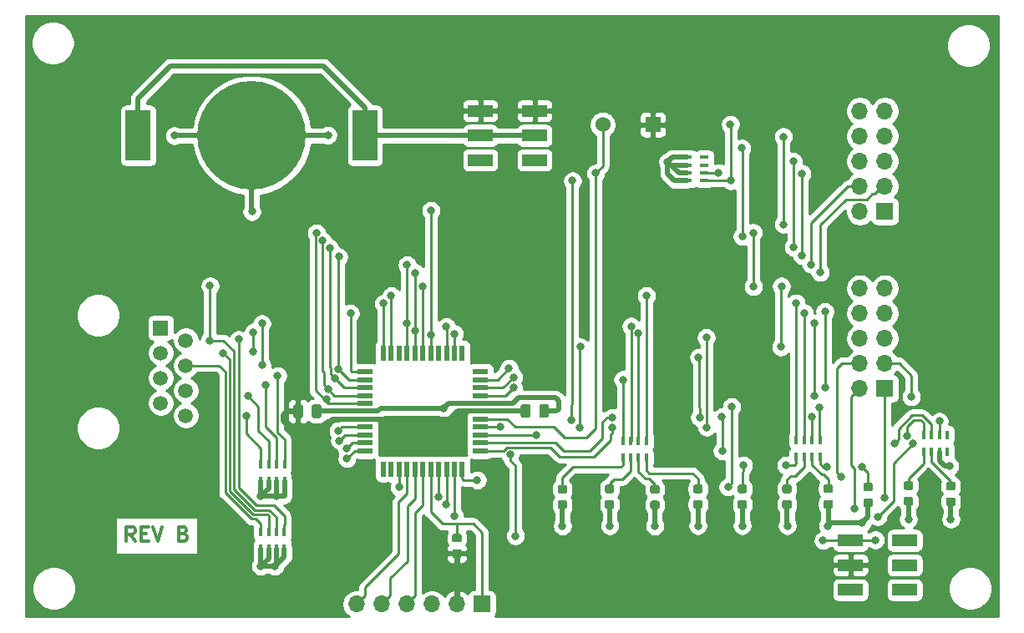
<source format=gbr>
G04 #@! TF.GenerationSoftware,KiCad,Pcbnew,(5.1.5)-3*
G04 #@! TF.CreationDate,2020-07-03T21:50:40-07:00*
G04 #@! TF.ProjectId,pic18f_DB_Ethernet,70696331-3866-45f4-9442-5f4574686572,rev?*
G04 #@! TF.SameCoordinates,Original*
G04 #@! TF.FileFunction,Copper,L1,Top*
G04 #@! TF.FilePolarity,Positive*
%FSLAX46Y46*%
G04 Gerber Fmt 4.6, Leading zero omitted, Abs format (unit mm)*
G04 Created by KiCad (PCBNEW (5.1.5)-3) date 2020-07-03 21:50:40*
%MOMM*%
%LPD*%
G04 APERTURE LIST*
%ADD10C,0.300000*%
%ADD11C,0.100000*%
%ADD12O,1.700000X1.700000*%
%ADD13R,1.700000X1.700000*%
%ADD14R,0.400000X0.900000*%
%ADD15R,1.600000X0.560000*%
%ADD16R,0.560000X1.600000*%
%ADD17C,11.000000*%
%ADD18R,2.500000X5.100000*%
%ADD19R,2.500000X1.200000*%
%ADD20R,1.500000X1.500000*%
%ADD21C,1.500000*%
%ADD22R,0.900000X0.400000*%
%ADD23R,1.524000X1.524000*%
%ADD24C,1.524000*%
%ADD25C,0.800000*%
%ADD26C,0.500000*%
%ADD27C,0.250000*%
%ADD28C,0.254000*%
G04 APERTURE END LIST*
D10*
X111791228Y-138981571D02*
X111291228Y-138267285D01*
X110934085Y-138981571D02*
X110934085Y-137481571D01*
X111505514Y-137481571D01*
X111648371Y-137553000D01*
X111719800Y-137624428D01*
X111791228Y-137767285D01*
X111791228Y-137981571D01*
X111719800Y-138124428D01*
X111648371Y-138195857D01*
X111505514Y-138267285D01*
X110934085Y-138267285D01*
X112434085Y-138195857D02*
X112934085Y-138195857D01*
X113148371Y-138981571D02*
X112434085Y-138981571D01*
X112434085Y-137481571D01*
X113148371Y-137481571D01*
X113576942Y-137481571D02*
X114076942Y-138981571D01*
X114576942Y-137481571D01*
X116719800Y-138195857D02*
X116934085Y-138267285D01*
X117005514Y-138338714D01*
X117076942Y-138481571D01*
X117076942Y-138695857D01*
X117005514Y-138838714D01*
X116934085Y-138910142D01*
X116791228Y-138981571D01*
X116219800Y-138981571D01*
X116219800Y-137481571D01*
X116719800Y-137481571D01*
X116862657Y-137553000D01*
X116934085Y-137624428D01*
X117005514Y-137767285D01*
X117005514Y-137910142D01*
X116934085Y-138053000D01*
X116862657Y-138124428D01*
X116719800Y-138195857D01*
X116219800Y-138195857D01*
G04 #@! TA.AperFunction,SMDPad,CuDef*
D11*
G36*
X151651642Y-125056574D02*
G01*
X151675303Y-125060084D01*
X151698507Y-125065896D01*
X151721029Y-125073954D01*
X151742653Y-125084182D01*
X151763170Y-125096479D01*
X151782383Y-125110729D01*
X151800107Y-125126793D01*
X151816171Y-125144517D01*
X151830421Y-125163730D01*
X151842718Y-125184247D01*
X151852946Y-125205871D01*
X151861004Y-125228393D01*
X151866816Y-125251597D01*
X151870326Y-125275258D01*
X151871500Y-125299150D01*
X151871500Y-126211650D01*
X151870326Y-126235542D01*
X151866816Y-126259203D01*
X151861004Y-126282407D01*
X151852946Y-126304929D01*
X151842718Y-126326553D01*
X151830421Y-126347070D01*
X151816171Y-126366283D01*
X151800107Y-126384007D01*
X151782383Y-126400071D01*
X151763170Y-126414321D01*
X151742653Y-126426618D01*
X151721029Y-126436846D01*
X151698507Y-126444904D01*
X151675303Y-126450716D01*
X151651642Y-126454226D01*
X151627750Y-126455400D01*
X151140250Y-126455400D01*
X151116358Y-126454226D01*
X151092697Y-126450716D01*
X151069493Y-126444904D01*
X151046971Y-126436846D01*
X151025347Y-126426618D01*
X151004830Y-126414321D01*
X150985617Y-126400071D01*
X150967893Y-126384007D01*
X150951829Y-126366283D01*
X150937579Y-126347070D01*
X150925282Y-126326553D01*
X150915054Y-126304929D01*
X150906996Y-126282407D01*
X150901184Y-126259203D01*
X150897674Y-126235542D01*
X150896500Y-126211650D01*
X150896500Y-125299150D01*
X150897674Y-125275258D01*
X150901184Y-125251597D01*
X150906996Y-125228393D01*
X150915054Y-125205871D01*
X150925282Y-125184247D01*
X150937579Y-125163730D01*
X150951829Y-125144517D01*
X150967893Y-125126793D01*
X150985617Y-125110729D01*
X151004830Y-125096479D01*
X151025347Y-125084182D01*
X151046971Y-125073954D01*
X151069493Y-125065896D01*
X151092697Y-125060084D01*
X151116358Y-125056574D01*
X151140250Y-125055400D01*
X151627750Y-125055400D01*
X151651642Y-125056574D01*
G37*
G04 #@! TD.AperFunction*
G04 #@! TA.AperFunction,SMDPad,CuDef*
G36*
X153526642Y-125056574D02*
G01*
X153550303Y-125060084D01*
X153573507Y-125065896D01*
X153596029Y-125073954D01*
X153617653Y-125084182D01*
X153638170Y-125096479D01*
X153657383Y-125110729D01*
X153675107Y-125126793D01*
X153691171Y-125144517D01*
X153705421Y-125163730D01*
X153717718Y-125184247D01*
X153727946Y-125205871D01*
X153736004Y-125228393D01*
X153741816Y-125251597D01*
X153745326Y-125275258D01*
X153746500Y-125299150D01*
X153746500Y-126211650D01*
X153745326Y-126235542D01*
X153741816Y-126259203D01*
X153736004Y-126282407D01*
X153727946Y-126304929D01*
X153717718Y-126326553D01*
X153705421Y-126347070D01*
X153691171Y-126366283D01*
X153675107Y-126384007D01*
X153657383Y-126400071D01*
X153638170Y-126414321D01*
X153617653Y-126426618D01*
X153596029Y-126436846D01*
X153573507Y-126444904D01*
X153550303Y-126450716D01*
X153526642Y-126454226D01*
X153502750Y-126455400D01*
X153015250Y-126455400D01*
X152991358Y-126454226D01*
X152967697Y-126450716D01*
X152944493Y-126444904D01*
X152921971Y-126436846D01*
X152900347Y-126426618D01*
X152879830Y-126414321D01*
X152860617Y-126400071D01*
X152842893Y-126384007D01*
X152826829Y-126366283D01*
X152812579Y-126347070D01*
X152800282Y-126326553D01*
X152790054Y-126304929D01*
X152781996Y-126282407D01*
X152776184Y-126259203D01*
X152772674Y-126235542D01*
X152771500Y-126211650D01*
X152771500Y-125299150D01*
X152772674Y-125275258D01*
X152776184Y-125251597D01*
X152781996Y-125228393D01*
X152790054Y-125205871D01*
X152800282Y-125184247D01*
X152812579Y-125163730D01*
X152826829Y-125144517D01*
X152842893Y-125126793D01*
X152860617Y-125110729D01*
X152879830Y-125096479D01*
X152900347Y-125084182D01*
X152921971Y-125073954D01*
X152944493Y-125065896D01*
X152967697Y-125060084D01*
X152991358Y-125056574D01*
X153015250Y-125055400D01*
X153502750Y-125055400D01*
X153526642Y-125056574D01*
G37*
G04 #@! TD.AperFunction*
G04 #@! TA.AperFunction,SMDPad,CuDef*
G36*
X130468042Y-125081974D02*
G01*
X130491703Y-125085484D01*
X130514907Y-125091296D01*
X130537429Y-125099354D01*
X130559053Y-125109582D01*
X130579570Y-125121879D01*
X130598783Y-125136129D01*
X130616507Y-125152193D01*
X130632571Y-125169917D01*
X130646821Y-125189130D01*
X130659118Y-125209647D01*
X130669346Y-125231271D01*
X130677404Y-125253793D01*
X130683216Y-125276997D01*
X130686726Y-125300658D01*
X130687900Y-125324550D01*
X130687900Y-126237050D01*
X130686726Y-126260942D01*
X130683216Y-126284603D01*
X130677404Y-126307807D01*
X130669346Y-126330329D01*
X130659118Y-126351953D01*
X130646821Y-126372470D01*
X130632571Y-126391683D01*
X130616507Y-126409407D01*
X130598783Y-126425471D01*
X130579570Y-126439721D01*
X130559053Y-126452018D01*
X130537429Y-126462246D01*
X130514907Y-126470304D01*
X130491703Y-126476116D01*
X130468042Y-126479626D01*
X130444150Y-126480800D01*
X129956650Y-126480800D01*
X129932758Y-126479626D01*
X129909097Y-126476116D01*
X129885893Y-126470304D01*
X129863371Y-126462246D01*
X129841747Y-126452018D01*
X129821230Y-126439721D01*
X129802017Y-126425471D01*
X129784293Y-126409407D01*
X129768229Y-126391683D01*
X129753979Y-126372470D01*
X129741682Y-126351953D01*
X129731454Y-126330329D01*
X129723396Y-126307807D01*
X129717584Y-126284603D01*
X129714074Y-126260942D01*
X129712900Y-126237050D01*
X129712900Y-125324550D01*
X129714074Y-125300658D01*
X129717584Y-125276997D01*
X129723396Y-125253793D01*
X129731454Y-125231271D01*
X129741682Y-125209647D01*
X129753979Y-125189130D01*
X129768229Y-125169917D01*
X129784293Y-125152193D01*
X129802017Y-125136129D01*
X129821230Y-125121879D01*
X129841747Y-125109582D01*
X129863371Y-125099354D01*
X129885893Y-125091296D01*
X129909097Y-125085484D01*
X129932758Y-125081974D01*
X129956650Y-125080800D01*
X130444150Y-125080800D01*
X130468042Y-125081974D01*
G37*
G04 #@! TD.AperFunction*
G04 #@! TA.AperFunction,SMDPad,CuDef*
G36*
X128593042Y-125081974D02*
G01*
X128616703Y-125085484D01*
X128639907Y-125091296D01*
X128662429Y-125099354D01*
X128684053Y-125109582D01*
X128704570Y-125121879D01*
X128723783Y-125136129D01*
X128741507Y-125152193D01*
X128757571Y-125169917D01*
X128771821Y-125189130D01*
X128784118Y-125209647D01*
X128794346Y-125231271D01*
X128802404Y-125253793D01*
X128808216Y-125276997D01*
X128811726Y-125300658D01*
X128812900Y-125324550D01*
X128812900Y-126237050D01*
X128811726Y-126260942D01*
X128808216Y-126284603D01*
X128802404Y-126307807D01*
X128794346Y-126330329D01*
X128784118Y-126351953D01*
X128771821Y-126372470D01*
X128757571Y-126391683D01*
X128741507Y-126409407D01*
X128723783Y-126425471D01*
X128704570Y-126439721D01*
X128684053Y-126452018D01*
X128662429Y-126462246D01*
X128639907Y-126470304D01*
X128616703Y-126476116D01*
X128593042Y-126479626D01*
X128569150Y-126480800D01*
X128081650Y-126480800D01*
X128057758Y-126479626D01*
X128034097Y-126476116D01*
X128010893Y-126470304D01*
X127988371Y-126462246D01*
X127966747Y-126452018D01*
X127946230Y-126439721D01*
X127927017Y-126425471D01*
X127909293Y-126409407D01*
X127893229Y-126391683D01*
X127878979Y-126372470D01*
X127866682Y-126351953D01*
X127856454Y-126330329D01*
X127848396Y-126307807D01*
X127842584Y-126284603D01*
X127839074Y-126260942D01*
X127837900Y-126237050D01*
X127837900Y-125324550D01*
X127839074Y-125300658D01*
X127842584Y-125276997D01*
X127848396Y-125253793D01*
X127856454Y-125231271D01*
X127866682Y-125209647D01*
X127878979Y-125189130D01*
X127893229Y-125169917D01*
X127909293Y-125152193D01*
X127927017Y-125136129D01*
X127946230Y-125121879D01*
X127966747Y-125109582D01*
X127988371Y-125099354D01*
X128010893Y-125091296D01*
X128034097Y-125085484D01*
X128057758Y-125081974D01*
X128081650Y-125080800D01*
X128569150Y-125080800D01*
X128593042Y-125081974D01*
G37*
G04 #@! TD.AperFunction*
G04 #@! TA.AperFunction,SMDPad,CuDef*
G36*
X155395491Y-133243653D02*
G01*
X155416726Y-133246803D01*
X155437550Y-133252019D01*
X155457762Y-133259251D01*
X155477168Y-133268430D01*
X155495581Y-133279466D01*
X155512824Y-133292254D01*
X155528730Y-133306670D01*
X155543146Y-133322576D01*
X155555934Y-133339819D01*
X155566970Y-133358232D01*
X155576149Y-133377638D01*
X155583381Y-133397850D01*
X155588597Y-133418674D01*
X155591747Y-133439909D01*
X155592800Y-133461350D01*
X155592800Y-133898850D01*
X155591747Y-133920291D01*
X155588597Y-133941526D01*
X155583381Y-133962350D01*
X155576149Y-133982562D01*
X155566970Y-134001968D01*
X155555934Y-134020381D01*
X155543146Y-134037624D01*
X155528730Y-134053530D01*
X155512824Y-134067946D01*
X155495581Y-134080734D01*
X155477168Y-134091770D01*
X155457762Y-134100949D01*
X155437550Y-134108181D01*
X155416726Y-134113397D01*
X155395491Y-134116547D01*
X155374050Y-134117600D01*
X154861550Y-134117600D01*
X154840109Y-134116547D01*
X154818874Y-134113397D01*
X154798050Y-134108181D01*
X154777838Y-134100949D01*
X154758432Y-134091770D01*
X154740019Y-134080734D01*
X154722776Y-134067946D01*
X154706870Y-134053530D01*
X154692454Y-134037624D01*
X154679666Y-134020381D01*
X154668630Y-134001968D01*
X154659451Y-133982562D01*
X154652219Y-133962350D01*
X154647003Y-133941526D01*
X154643853Y-133920291D01*
X154642800Y-133898850D01*
X154642800Y-133461350D01*
X154643853Y-133439909D01*
X154647003Y-133418674D01*
X154652219Y-133397850D01*
X154659451Y-133377638D01*
X154668630Y-133358232D01*
X154679666Y-133339819D01*
X154692454Y-133322576D01*
X154706870Y-133306670D01*
X154722776Y-133292254D01*
X154740019Y-133279466D01*
X154758432Y-133268430D01*
X154777838Y-133259251D01*
X154798050Y-133252019D01*
X154818874Y-133246803D01*
X154840109Y-133243653D01*
X154861550Y-133242600D01*
X155374050Y-133242600D01*
X155395491Y-133243653D01*
G37*
G04 #@! TD.AperFunction*
G04 #@! TA.AperFunction,SMDPad,CuDef*
G36*
X155395491Y-134818653D02*
G01*
X155416726Y-134821803D01*
X155437550Y-134827019D01*
X155457762Y-134834251D01*
X155477168Y-134843430D01*
X155495581Y-134854466D01*
X155512824Y-134867254D01*
X155528730Y-134881670D01*
X155543146Y-134897576D01*
X155555934Y-134914819D01*
X155566970Y-134933232D01*
X155576149Y-134952638D01*
X155583381Y-134972850D01*
X155588597Y-134993674D01*
X155591747Y-135014909D01*
X155592800Y-135036350D01*
X155592800Y-135473850D01*
X155591747Y-135495291D01*
X155588597Y-135516526D01*
X155583381Y-135537350D01*
X155576149Y-135557562D01*
X155566970Y-135576968D01*
X155555934Y-135595381D01*
X155543146Y-135612624D01*
X155528730Y-135628530D01*
X155512824Y-135642946D01*
X155495581Y-135655734D01*
X155477168Y-135666770D01*
X155457762Y-135675949D01*
X155437550Y-135683181D01*
X155416726Y-135688397D01*
X155395491Y-135691547D01*
X155374050Y-135692600D01*
X154861550Y-135692600D01*
X154840109Y-135691547D01*
X154818874Y-135688397D01*
X154798050Y-135683181D01*
X154777838Y-135675949D01*
X154758432Y-135666770D01*
X154740019Y-135655734D01*
X154722776Y-135642946D01*
X154706870Y-135628530D01*
X154692454Y-135612624D01*
X154679666Y-135595381D01*
X154668630Y-135576968D01*
X154659451Y-135557562D01*
X154652219Y-135537350D01*
X154647003Y-135516526D01*
X154643853Y-135495291D01*
X154642800Y-135473850D01*
X154642800Y-135036350D01*
X154643853Y-135014909D01*
X154647003Y-134993674D01*
X154652219Y-134972850D01*
X154659451Y-134952638D01*
X154668630Y-134933232D01*
X154679666Y-134914819D01*
X154692454Y-134897576D01*
X154706870Y-134881670D01*
X154722776Y-134867254D01*
X154740019Y-134854466D01*
X154758432Y-134843430D01*
X154777838Y-134834251D01*
X154798050Y-134827019D01*
X154818874Y-134821803D01*
X154840109Y-134818653D01*
X154861550Y-134817600D01*
X155374050Y-134817600D01*
X155395491Y-134818653D01*
G37*
G04 #@! TD.AperFunction*
G04 #@! TA.AperFunction,SMDPad,CuDef*
G36*
X160170691Y-134793153D02*
G01*
X160191926Y-134796303D01*
X160212750Y-134801519D01*
X160232962Y-134808751D01*
X160252368Y-134817930D01*
X160270781Y-134828966D01*
X160288024Y-134841754D01*
X160303930Y-134856170D01*
X160318346Y-134872076D01*
X160331134Y-134889319D01*
X160342170Y-134907732D01*
X160351349Y-134927138D01*
X160358581Y-134947350D01*
X160363797Y-134968174D01*
X160366947Y-134989409D01*
X160368000Y-135010850D01*
X160368000Y-135448350D01*
X160366947Y-135469791D01*
X160363797Y-135491026D01*
X160358581Y-135511850D01*
X160351349Y-135532062D01*
X160342170Y-135551468D01*
X160331134Y-135569881D01*
X160318346Y-135587124D01*
X160303930Y-135603030D01*
X160288024Y-135617446D01*
X160270781Y-135630234D01*
X160252368Y-135641270D01*
X160232962Y-135650449D01*
X160212750Y-135657681D01*
X160191926Y-135662897D01*
X160170691Y-135666047D01*
X160149250Y-135667100D01*
X159636750Y-135667100D01*
X159615309Y-135666047D01*
X159594074Y-135662897D01*
X159573250Y-135657681D01*
X159553038Y-135650449D01*
X159533632Y-135641270D01*
X159515219Y-135630234D01*
X159497976Y-135617446D01*
X159482070Y-135603030D01*
X159467654Y-135587124D01*
X159454866Y-135569881D01*
X159443830Y-135551468D01*
X159434651Y-135532062D01*
X159427419Y-135511850D01*
X159422203Y-135491026D01*
X159419053Y-135469791D01*
X159418000Y-135448350D01*
X159418000Y-135010850D01*
X159419053Y-134989409D01*
X159422203Y-134968174D01*
X159427419Y-134947350D01*
X159434651Y-134927138D01*
X159443830Y-134907732D01*
X159454866Y-134889319D01*
X159467654Y-134872076D01*
X159482070Y-134856170D01*
X159497976Y-134841754D01*
X159515219Y-134828966D01*
X159533632Y-134817930D01*
X159553038Y-134808751D01*
X159573250Y-134801519D01*
X159594074Y-134796303D01*
X159615309Y-134793153D01*
X159636750Y-134792100D01*
X160149250Y-134792100D01*
X160170691Y-134793153D01*
G37*
G04 #@! TD.AperFunction*
G04 #@! TA.AperFunction,SMDPad,CuDef*
G36*
X160170691Y-133218153D02*
G01*
X160191926Y-133221303D01*
X160212750Y-133226519D01*
X160232962Y-133233751D01*
X160252368Y-133242930D01*
X160270781Y-133253966D01*
X160288024Y-133266754D01*
X160303930Y-133281170D01*
X160318346Y-133297076D01*
X160331134Y-133314319D01*
X160342170Y-133332732D01*
X160351349Y-133352138D01*
X160358581Y-133372350D01*
X160363797Y-133393174D01*
X160366947Y-133414409D01*
X160368000Y-133435850D01*
X160368000Y-133873350D01*
X160366947Y-133894791D01*
X160363797Y-133916026D01*
X160358581Y-133936850D01*
X160351349Y-133957062D01*
X160342170Y-133976468D01*
X160331134Y-133994881D01*
X160318346Y-134012124D01*
X160303930Y-134028030D01*
X160288024Y-134042446D01*
X160270781Y-134055234D01*
X160252368Y-134066270D01*
X160232962Y-134075449D01*
X160212750Y-134082681D01*
X160191926Y-134087897D01*
X160170691Y-134091047D01*
X160149250Y-134092100D01*
X159636750Y-134092100D01*
X159615309Y-134091047D01*
X159594074Y-134087897D01*
X159573250Y-134082681D01*
X159553038Y-134075449D01*
X159533632Y-134066270D01*
X159515219Y-134055234D01*
X159497976Y-134042446D01*
X159482070Y-134028030D01*
X159467654Y-134012124D01*
X159454866Y-133994881D01*
X159443830Y-133976468D01*
X159434651Y-133957062D01*
X159427419Y-133936850D01*
X159422203Y-133916026D01*
X159419053Y-133894791D01*
X159418000Y-133873350D01*
X159418000Y-133435850D01*
X159419053Y-133414409D01*
X159422203Y-133393174D01*
X159427419Y-133372350D01*
X159434651Y-133352138D01*
X159443830Y-133332732D01*
X159454866Y-133314319D01*
X159467654Y-133297076D01*
X159482070Y-133281170D01*
X159497976Y-133266754D01*
X159515219Y-133253966D01*
X159533632Y-133242930D01*
X159553038Y-133233751D01*
X159573250Y-133226519D01*
X159594074Y-133221303D01*
X159615309Y-133218153D01*
X159636750Y-133217100D01*
X160149250Y-133217100D01*
X160170691Y-133218153D01*
G37*
G04 #@! TD.AperFunction*
G04 #@! TA.AperFunction,SMDPad,CuDef*
G36*
X164768091Y-133269053D02*
G01*
X164789326Y-133272203D01*
X164810150Y-133277419D01*
X164830362Y-133284651D01*
X164849768Y-133293830D01*
X164868181Y-133304866D01*
X164885424Y-133317654D01*
X164901330Y-133332070D01*
X164915746Y-133347976D01*
X164928534Y-133365219D01*
X164939570Y-133383632D01*
X164948749Y-133403038D01*
X164955981Y-133423250D01*
X164961197Y-133444074D01*
X164964347Y-133465309D01*
X164965400Y-133486750D01*
X164965400Y-133924250D01*
X164964347Y-133945691D01*
X164961197Y-133966926D01*
X164955981Y-133987750D01*
X164948749Y-134007962D01*
X164939570Y-134027368D01*
X164928534Y-134045781D01*
X164915746Y-134063024D01*
X164901330Y-134078930D01*
X164885424Y-134093346D01*
X164868181Y-134106134D01*
X164849768Y-134117170D01*
X164830362Y-134126349D01*
X164810150Y-134133581D01*
X164789326Y-134138797D01*
X164768091Y-134141947D01*
X164746650Y-134143000D01*
X164234150Y-134143000D01*
X164212709Y-134141947D01*
X164191474Y-134138797D01*
X164170650Y-134133581D01*
X164150438Y-134126349D01*
X164131032Y-134117170D01*
X164112619Y-134106134D01*
X164095376Y-134093346D01*
X164079470Y-134078930D01*
X164065054Y-134063024D01*
X164052266Y-134045781D01*
X164041230Y-134027368D01*
X164032051Y-134007962D01*
X164024819Y-133987750D01*
X164019603Y-133966926D01*
X164016453Y-133945691D01*
X164015400Y-133924250D01*
X164015400Y-133486750D01*
X164016453Y-133465309D01*
X164019603Y-133444074D01*
X164024819Y-133423250D01*
X164032051Y-133403038D01*
X164041230Y-133383632D01*
X164052266Y-133365219D01*
X164065054Y-133347976D01*
X164079470Y-133332070D01*
X164095376Y-133317654D01*
X164112619Y-133304866D01*
X164131032Y-133293830D01*
X164150438Y-133284651D01*
X164170650Y-133277419D01*
X164191474Y-133272203D01*
X164212709Y-133269053D01*
X164234150Y-133268000D01*
X164746650Y-133268000D01*
X164768091Y-133269053D01*
G37*
G04 #@! TD.AperFunction*
G04 #@! TA.AperFunction,SMDPad,CuDef*
G36*
X164768091Y-134844053D02*
G01*
X164789326Y-134847203D01*
X164810150Y-134852419D01*
X164830362Y-134859651D01*
X164849768Y-134868830D01*
X164868181Y-134879866D01*
X164885424Y-134892654D01*
X164901330Y-134907070D01*
X164915746Y-134922976D01*
X164928534Y-134940219D01*
X164939570Y-134958632D01*
X164948749Y-134978038D01*
X164955981Y-134998250D01*
X164961197Y-135019074D01*
X164964347Y-135040309D01*
X164965400Y-135061750D01*
X164965400Y-135499250D01*
X164964347Y-135520691D01*
X164961197Y-135541926D01*
X164955981Y-135562750D01*
X164948749Y-135582962D01*
X164939570Y-135602368D01*
X164928534Y-135620781D01*
X164915746Y-135638024D01*
X164901330Y-135653930D01*
X164885424Y-135668346D01*
X164868181Y-135681134D01*
X164849768Y-135692170D01*
X164830362Y-135701349D01*
X164810150Y-135708581D01*
X164789326Y-135713797D01*
X164768091Y-135716947D01*
X164746650Y-135718000D01*
X164234150Y-135718000D01*
X164212709Y-135716947D01*
X164191474Y-135713797D01*
X164170650Y-135708581D01*
X164150438Y-135701349D01*
X164131032Y-135692170D01*
X164112619Y-135681134D01*
X164095376Y-135668346D01*
X164079470Y-135653930D01*
X164065054Y-135638024D01*
X164052266Y-135620781D01*
X164041230Y-135602368D01*
X164032051Y-135582962D01*
X164024819Y-135562750D01*
X164019603Y-135541926D01*
X164016453Y-135520691D01*
X164015400Y-135499250D01*
X164015400Y-135061750D01*
X164016453Y-135040309D01*
X164019603Y-135019074D01*
X164024819Y-134998250D01*
X164032051Y-134978038D01*
X164041230Y-134958632D01*
X164052266Y-134940219D01*
X164065054Y-134922976D01*
X164079470Y-134907070D01*
X164095376Y-134892654D01*
X164112619Y-134879866D01*
X164131032Y-134868830D01*
X164150438Y-134859651D01*
X164170650Y-134852419D01*
X164191474Y-134847203D01*
X164212709Y-134844053D01*
X164234150Y-134843000D01*
X164746650Y-134843000D01*
X164768091Y-134844053D01*
G37*
G04 #@! TD.AperFunction*
G04 #@! TA.AperFunction,SMDPad,CuDef*
G36*
X169136891Y-134793253D02*
G01*
X169158126Y-134796403D01*
X169178950Y-134801619D01*
X169199162Y-134808851D01*
X169218568Y-134818030D01*
X169236981Y-134829066D01*
X169254224Y-134841854D01*
X169270130Y-134856270D01*
X169284546Y-134872176D01*
X169297334Y-134889419D01*
X169308370Y-134907832D01*
X169317549Y-134927238D01*
X169324781Y-134947450D01*
X169329997Y-134968274D01*
X169333147Y-134989509D01*
X169334200Y-135010950D01*
X169334200Y-135448450D01*
X169333147Y-135469891D01*
X169329997Y-135491126D01*
X169324781Y-135511950D01*
X169317549Y-135532162D01*
X169308370Y-135551568D01*
X169297334Y-135569981D01*
X169284546Y-135587224D01*
X169270130Y-135603130D01*
X169254224Y-135617546D01*
X169236981Y-135630334D01*
X169218568Y-135641370D01*
X169199162Y-135650549D01*
X169178950Y-135657781D01*
X169158126Y-135662997D01*
X169136891Y-135666147D01*
X169115450Y-135667200D01*
X168602950Y-135667200D01*
X168581509Y-135666147D01*
X168560274Y-135662997D01*
X168539450Y-135657781D01*
X168519238Y-135650549D01*
X168499832Y-135641370D01*
X168481419Y-135630334D01*
X168464176Y-135617546D01*
X168448270Y-135603130D01*
X168433854Y-135587224D01*
X168421066Y-135569981D01*
X168410030Y-135551568D01*
X168400851Y-135532162D01*
X168393619Y-135511950D01*
X168388403Y-135491126D01*
X168385253Y-135469891D01*
X168384200Y-135448450D01*
X168384200Y-135010950D01*
X168385253Y-134989509D01*
X168388403Y-134968274D01*
X168393619Y-134947450D01*
X168400851Y-134927238D01*
X168410030Y-134907832D01*
X168421066Y-134889419D01*
X168433854Y-134872176D01*
X168448270Y-134856270D01*
X168464176Y-134841854D01*
X168481419Y-134829066D01*
X168499832Y-134818030D01*
X168519238Y-134808851D01*
X168539450Y-134801619D01*
X168560274Y-134796403D01*
X168581509Y-134793253D01*
X168602950Y-134792200D01*
X169115450Y-134792200D01*
X169136891Y-134793253D01*
G37*
G04 #@! TD.AperFunction*
G04 #@! TA.AperFunction,SMDPad,CuDef*
G36*
X169136891Y-133218253D02*
G01*
X169158126Y-133221403D01*
X169178950Y-133226619D01*
X169199162Y-133233851D01*
X169218568Y-133243030D01*
X169236981Y-133254066D01*
X169254224Y-133266854D01*
X169270130Y-133281270D01*
X169284546Y-133297176D01*
X169297334Y-133314419D01*
X169308370Y-133332832D01*
X169317549Y-133352238D01*
X169324781Y-133372450D01*
X169329997Y-133393274D01*
X169333147Y-133414509D01*
X169334200Y-133435950D01*
X169334200Y-133873450D01*
X169333147Y-133894891D01*
X169329997Y-133916126D01*
X169324781Y-133936950D01*
X169317549Y-133957162D01*
X169308370Y-133976568D01*
X169297334Y-133994981D01*
X169284546Y-134012224D01*
X169270130Y-134028130D01*
X169254224Y-134042546D01*
X169236981Y-134055334D01*
X169218568Y-134066370D01*
X169199162Y-134075549D01*
X169178950Y-134082781D01*
X169158126Y-134087997D01*
X169136891Y-134091147D01*
X169115450Y-134092200D01*
X168602950Y-134092200D01*
X168581509Y-134091147D01*
X168560274Y-134087997D01*
X168539450Y-134082781D01*
X168519238Y-134075549D01*
X168499832Y-134066370D01*
X168481419Y-134055334D01*
X168464176Y-134042546D01*
X168448270Y-134028130D01*
X168433854Y-134012224D01*
X168421066Y-133994981D01*
X168410030Y-133976568D01*
X168400851Y-133957162D01*
X168393619Y-133936950D01*
X168388403Y-133916126D01*
X168385253Y-133894891D01*
X168384200Y-133873450D01*
X168384200Y-133435950D01*
X168385253Y-133414509D01*
X168388403Y-133393274D01*
X168393619Y-133372450D01*
X168400851Y-133352238D01*
X168410030Y-133332832D01*
X168421066Y-133314419D01*
X168433854Y-133297176D01*
X168448270Y-133281270D01*
X168464176Y-133266854D01*
X168481419Y-133254066D01*
X168499832Y-133243030D01*
X168519238Y-133233851D01*
X168539450Y-133226619D01*
X168560274Y-133221403D01*
X168581509Y-133218253D01*
X168602950Y-133217200D01*
X169115450Y-133217200D01*
X169136891Y-133218253D01*
G37*
G04 #@! TD.AperFunction*
G04 #@! TA.AperFunction,SMDPad,CuDef*
G36*
X173632691Y-133218153D02*
G01*
X173653926Y-133221303D01*
X173674750Y-133226519D01*
X173694962Y-133233751D01*
X173714368Y-133242930D01*
X173732781Y-133253966D01*
X173750024Y-133266754D01*
X173765930Y-133281170D01*
X173780346Y-133297076D01*
X173793134Y-133314319D01*
X173804170Y-133332732D01*
X173813349Y-133352138D01*
X173820581Y-133372350D01*
X173825797Y-133393174D01*
X173828947Y-133414409D01*
X173830000Y-133435850D01*
X173830000Y-133873350D01*
X173828947Y-133894791D01*
X173825797Y-133916026D01*
X173820581Y-133936850D01*
X173813349Y-133957062D01*
X173804170Y-133976468D01*
X173793134Y-133994881D01*
X173780346Y-134012124D01*
X173765930Y-134028030D01*
X173750024Y-134042446D01*
X173732781Y-134055234D01*
X173714368Y-134066270D01*
X173694962Y-134075449D01*
X173674750Y-134082681D01*
X173653926Y-134087897D01*
X173632691Y-134091047D01*
X173611250Y-134092100D01*
X173098750Y-134092100D01*
X173077309Y-134091047D01*
X173056074Y-134087897D01*
X173035250Y-134082681D01*
X173015038Y-134075449D01*
X172995632Y-134066270D01*
X172977219Y-134055234D01*
X172959976Y-134042446D01*
X172944070Y-134028030D01*
X172929654Y-134012124D01*
X172916866Y-133994881D01*
X172905830Y-133976468D01*
X172896651Y-133957062D01*
X172889419Y-133936850D01*
X172884203Y-133916026D01*
X172881053Y-133894791D01*
X172880000Y-133873350D01*
X172880000Y-133435850D01*
X172881053Y-133414409D01*
X172884203Y-133393174D01*
X172889419Y-133372350D01*
X172896651Y-133352138D01*
X172905830Y-133332732D01*
X172916866Y-133314319D01*
X172929654Y-133297076D01*
X172944070Y-133281170D01*
X172959976Y-133266754D01*
X172977219Y-133253966D01*
X172995632Y-133242930D01*
X173015038Y-133233751D01*
X173035250Y-133226519D01*
X173056074Y-133221303D01*
X173077309Y-133218153D01*
X173098750Y-133217100D01*
X173611250Y-133217100D01*
X173632691Y-133218153D01*
G37*
G04 #@! TD.AperFunction*
G04 #@! TA.AperFunction,SMDPad,CuDef*
G36*
X173632691Y-134793153D02*
G01*
X173653926Y-134796303D01*
X173674750Y-134801519D01*
X173694962Y-134808751D01*
X173714368Y-134817930D01*
X173732781Y-134828966D01*
X173750024Y-134841754D01*
X173765930Y-134856170D01*
X173780346Y-134872076D01*
X173793134Y-134889319D01*
X173804170Y-134907732D01*
X173813349Y-134927138D01*
X173820581Y-134947350D01*
X173825797Y-134968174D01*
X173828947Y-134989409D01*
X173830000Y-135010850D01*
X173830000Y-135448350D01*
X173828947Y-135469791D01*
X173825797Y-135491026D01*
X173820581Y-135511850D01*
X173813349Y-135532062D01*
X173804170Y-135551468D01*
X173793134Y-135569881D01*
X173780346Y-135587124D01*
X173765930Y-135603030D01*
X173750024Y-135617446D01*
X173732781Y-135630234D01*
X173714368Y-135641270D01*
X173694962Y-135650449D01*
X173674750Y-135657681D01*
X173653926Y-135662897D01*
X173632691Y-135666047D01*
X173611250Y-135667100D01*
X173098750Y-135667100D01*
X173077309Y-135666047D01*
X173056074Y-135662897D01*
X173035250Y-135657681D01*
X173015038Y-135650449D01*
X172995632Y-135641270D01*
X172977219Y-135630234D01*
X172959976Y-135617446D01*
X172944070Y-135603030D01*
X172929654Y-135587124D01*
X172916866Y-135569881D01*
X172905830Y-135551468D01*
X172896651Y-135532062D01*
X172889419Y-135511850D01*
X172884203Y-135491026D01*
X172881053Y-135469791D01*
X172880000Y-135448350D01*
X172880000Y-135010850D01*
X172881053Y-134989409D01*
X172884203Y-134968174D01*
X172889419Y-134947350D01*
X172896651Y-134927138D01*
X172905830Y-134907732D01*
X172916866Y-134889319D01*
X172929654Y-134872076D01*
X172944070Y-134856170D01*
X172959976Y-134841754D01*
X172977219Y-134828966D01*
X172995632Y-134817930D01*
X173015038Y-134808751D01*
X173035250Y-134801519D01*
X173056074Y-134796303D01*
X173077309Y-134793153D01*
X173098750Y-134792100D01*
X173611250Y-134792100D01*
X173632691Y-134793153D01*
G37*
G04 #@! TD.AperFunction*
G04 #@! TA.AperFunction,SMDPad,CuDef*
G36*
X178153891Y-133218353D02*
G01*
X178175126Y-133221503D01*
X178195950Y-133226719D01*
X178216162Y-133233951D01*
X178235568Y-133243130D01*
X178253981Y-133254166D01*
X178271224Y-133266954D01*
X178287130Y-133281370D01*
X178301546Y-133297276D01*
X178314334Y-133314519D01*
X178325370Y-133332932D01*
X178334549Y-133352338D01*
X178341781Y-133372550D01*
X178346997Y-133393374D01*
X178350147Y-133414609D01*
X178351200Y-133436050D01*
X178351200Y-133873550D01*
X178350147Y-133894991D01*
X178346997Y-133916226D01*
X178341781Y-133937050D01*
X178334549Y-133957262D01*
X178325370Y-133976668D01*
X178314334Y-133995081D01*
X178301546Y-134012324D01*
X178287130Y-134028230D01*
X178271224Y-134042646D01*
X178253981Y-134055434D01*
X178235568Y-134066470D01*
X178216162Y-134075649D01*
X178195950Y-134082881D01*
X178175126Y-134088097D01*
X178153891Y-134091247D01*
X178132450Y-134092300D01*
X177619950Y-134092300D01*
X177598509Y-134091247D01*
X177577274Y-134088097D01*
X177556450Y-134082881D01*
X177536238Y-134075649D01*
X177516832Y-134066470D01*
X177498419Y-134055434D01*
X177481176Y-134042646D01*
X177465270Y-134028230D01*
X177450854Y-134012324D01*
X177438066Y-133995081D01*
X177427030Y-133976668D01*
X177417851Y-133957262D01*
X177410619Y-133937050D01*
X177405403Y-133916226D01*
X177402253Y-133894991D01*
X177401200Y-133873550D01*
X177401200Y-133436050D01*
X177402253Y-133414609D01*
X177405403Y-133393374D01*
X177410619Y-133372550D01*
X177417851Y-133352338D01*
X177427030Y-133332932D01*
X177438066Y-133314519D01*
X177450854Y-133297276D01*
X177465270Y-133281370D01*
X177481176Y-133266954D01*
X177498419Y-133254166D01*
X177516832Y-133243130D01*
X177536238Y-133233951D01*
X177556450Y-133226719D01*
X177577274Y-133221503D01*
X177598509Y-133218353D01*
X177619950Y-133217300D01*
X178132450Y-133217300D01*
X178153891Y-133218353D01*
G37*
G04 #@! TD.AperFunction*
G04 #@! TA.AperFunction,SMDPad,CuDef*
G36*
X178153891Y-134793353D02*
G01*
X178175126Y-134796503D01*
X178195950Y-134801719D01*
X178216162Y-134808951D01*
X178235568Y-134818130D01*
X178253981Y-134829166D01*
X178271224Y-134841954D01*
X178287130Y-134856370D01*
X178301546Y-134872276D01*
X178314334Y-134889519D01*
X178325370Y-134907932D01*
X178334549Y-134927338D01*
X178341781Y-134947550D01*
X178346997Y-134968374D01*
X178350147Y-134989609D01*
X178351200Y-135011050D01*
X178351200Y-135448550D01*
X178350147Y-135469991D01*
X178346997Y-135491226D01*
X178341781Y-135512050D01*
X178334549Y-135532262D01*
X178325370Y-135551668D01*
X178314334Y-135570081D01*
X178301546Y-135587324D01*
X178287130Y-135603230D01*
X178271224Y-135617646D01*
X178253981Y-135630434D01*
X178235568Y-135641470D01*
X178216162Y-135650649D01*
X178195950Y-135657881D01*
X178175126Y-135663097D01*
X178153891Y-135666247D01*
X178132450Y-135667300D01*
X177619950Y-135667300D01*
X177598509Y-135666247D01*
X177577274Y-135663097D01*
X177556450Y-135657881D01*
X177536238Y-135650649D01*
X177516832Y-135641470D01*
X177498419Y-135630434D01*
X177481176Y-135617646D01*
X177465270Y-135603230D01*
X177450854Y-135587324D01*
X177438066Y-135570081D01*
X177427030Y-135551668D01*
X177417851Y-135532262D01*
X177410619Y-135512050D01*
X177405403Y-135491226D01*
X177402253Y-135469991D01*
X177401200Y-135448550D01*
X177401200Y-135011050D01*
X177402253Y-134989609D01*
X177405403Y-134968374D01*
X177410619Y-134947550D01*
X177417851Y-134927338D01*
X177427030Y-134907932D01*
X177438066Y-134889519D01*
X177450854Y-134872276D01*
X177465270Y-134856370D01*
X177481176Y-134841954D01*
X177498419Y-134829166D01*
X177516832Y-134818130D01*
X177536238Y-134808951D01*
X177556450Y-134801719D01*
X177577274Y-134796503D01*
X177598509Y-134793353D01*
X177619950Y-134792300D01*
X178132450Y-134792300D01*
X178153891Y-134793353D01*
G37*
G04 #@! TD.AperFunction*
G04 #@! TA.AperFunction,SMDPad,CuDef*
G36*
X182344891Y-134767853D02*
G01*
X182366126Y-134771003D01*
X182386950Y-134776219D01*
X182407162Y-134783451D01*
X182426568Y-134792630D01*
X182444981Y-134803666D01*
X182462224Y-134816454D01*
X182478130Y-134830870D01*
X182492546Y-134846776D01*
X182505334Y-134864019D01*
X182516370Y-134882432D01*
X182525549Y-134901838D01*
X182532781Y-134922050D01*
X182537997Y-134942874D01*
X182541147Y-134964109D01*
X182542200Y-134985550D01*
X182542200Y-135423050D01*
X182541147Y-135444491D01*
X182537997Y-135465726D01*
X182532781Y-135486550D01*
X182525549Y-135506762D01*
X182516370Y-135526168D01*
X182505334Y-135544581D01*
X182492546Y-135561824D01*
X182478130Y-135577730D01*
X182462224Y-135592146D01*
X182444981Y-135604934D01*
X182426568Y-135615970D01*
X182407162Y-135625149D01*
X182386950Y-135632381D01*
X182366126Y-135637597D01*
X182344891Y-135640747D01*
X182323450Y-135641800D01*
X181810950Y-135641800D01*
X181789509Y-135640747D01*
X181768274Y-135637597D01*
X181747450Y-135632381D01*
X181727238Y-135625149D01*
X181707832Y-135615970D01*
X181689419Y-135604934D01*
X181672176Y-135592146D01*
X181656270Y-135577730D01*
X181641854Y-135561824D01*
X181629066Y-135544581D01*
X181618030Y-135526168D01*
X181608851Y-135506762D01*
X181601619Y-135486550D01*
X181596403Y-135465726D01*
X181593253Y-135444491D01*
X181592200Y-135423050D01*
X181592200Y-134985550D01*
X181593253Y-134964109D01*
X181596403Y-134942874D01*
X181601619Y-134922050D01*
X181608851Y-134901838D01*
X181618030Y-134882432D01*
X181629066Y-134864019D01*
X181641854Y-134846776D01*
X181656270Y-134830870D01*
X181672176Y-134816454D01*
X181689419Y-134803666D01*
X181707832Y-134792630D01*
X181727238Y-134783451D01*
X181747450Y-134776219D01*
X181768274Y-134771003D01*
X181789509Y-134767853D01*
X181810950Y-134766800D01*
X182323450Y-134766800D01*
X182344891Y-134767853D01*
G37*
G04 #@! TD.AperFunction*
G04 #@! TA.AperFunction,SMDPad,CuDef*
G36*
X182344891Y-133192853D02*
G01*
X182366126Y-133196003D01*
X182386950Y-133201219D01*
X182407162Y-133208451D01*
X182426568Y-133217630D01*
X182444981Y-133228666D01*
X182462224Y-133241454D01*
X182478130Y-133255870D01*
X182492546Y-133271776D01*
X182505334Y-133289019D01*
X182516370Y-133307432D01*
X182525549Y-133326838D01*
X182532781Y-133347050D01*
X182537997Y-133367874D01*
X182541147Y-133389109D01*
X182542200Y-133410550D01*
X182542200Y-133848050D01*
X182541147Y-133869491D01*
X182537997Y-133890726D01*
X182532781Y-133911550D01*
X182525549Y-133931762D01*
X182516370Y-133951168D01*
X182505334Y-133969581D01*
X182492546Y-133986824D01*
X182478130Y-134002730D01*
X182462224Y-134017146D01*
X182444981Y-134029934D01*
X182426568Y-134040970D01*
X182407162Y-134050149D01*
X182386950Y-134057381D01*
X182366126Y-134062597D01*
X182344891Y-134065747D01*
X182323450Y-134066800D01*
X181810950Y-134066800D01*
X181789509Y-134065747D01*
X181768274Y-134062597D01*
X181747450Y-134057381D01*
X181727238Y-134050149D01*
X181707832Y-134040970D01*
X181689419Y-134029934D01*
X181672176Y-134017146D01*
X181656270Y-134002730D01*
X181641854Y-133986824D01*
X181629066Y-133969581D01*
X181618030Y-133951168D01*
X181608851Y-133931762D01*
X181601619Y-133911550D01*
X181596403Y-133890726D01*
X181593253Y-133869491D01*
X181592200Y-133848050D01*
X181592200Y-133410550D01*
X181593253Y-133389109D01*
X181596403Y-133367874D01*
X181601619Y-133347050D01*
X181608851Y-133326838D01*
X181618030Y-133307432D01*
X181629066Y-133289019D01*
X181641854Y-133271776D01*
X181656270Y-133255870D01*
X181672176Y-133241454D01*
X181689419Y-133228666D01*
X181707832Y-133217630D01*
X181727238Y-133208451D01*
X181747450Y-133201219D01*
X181768274Y-133196003D01*
X181789509Y-133192853D01*
X181810950Y-133191800D01*
X182323450Y-133191800D01*
X182344891Y-133192853D01*
G37*
G04 #@! TD.AperFunction*
G04 #@! TA.AperFunction,SMDPad,CuDef*
G36*
X186383491Y-134615353D02*
G01*
X186404726Y-134618503D01*
X186425550Y-134623719D01*
X186445762Y-134630951D01*
X186465168Y-134640130D01*
X186483581Y-134651166D01*
X186500824Y-134663954D01*
X186516730Y-134678370D01*
X186531146Y-134694276D01*
X186543934Y-134711519D01*
X186554970Y-134729932D01*
X186564149Y-134749338D01*
X186571381Y-134769550D01*
X186576597Y-134790374D01*
X186579747Y-134811609D01*
X186580800Y-134833050D01*
X186580800Y-135270550D01*
X186579747Y-135291991D01*
X186576597Y-135313226D01*
X186571381Y-135334050D01*
X186564149Y-135354262D01*
X186554970Y-135373668D01*
X186543934Y-135392081D01*
X186531146Y-135409324D01*
X186516730Y-135425230D01*
X186500824Y-135439646D01*
X186483581Y-135452434D01*
X186465168Y-135463470D01*
X186445762Y-135472649D01*
X186425550Y-135479881D01*
X186404726Y-135485097D01*
X186383491Y-135488247D01*
X186362050Y-135489300D01*
X185849550Y-135489300D01*
X185828109Y-135488247D01*
X185806874Y-135485097D01*
X185786050Y-135479881D01*
X185765838Y-135472649D01*
X185746432Y-135463470D01*
X185728019Y-135452434D01*
X185710776Y-135439646D01*
X185694870Y-135425230D01*
X185680454Y-135409324D01*
X185667666Y-135392081D01*
X185656630Y-135373668D01*
X185647451Y-135354262D01*
X185640219Y-135334050D01*
X185635003Y-135313226D01*
X185631853Y-135291991D01*
X185630800Y-135270550D01*
X185630800Y-134833050D01*
X185631853Y-134811609D01*
X185635003Y-134790374D01*
X185640219Y-134769550D01*
X185647451Y-134749338D01*
X185656630Y-134729932D01*
X185667666Y-134711519D01*
X185680454Y-134694276D01*
X185694870Y-134678370D01*
X185710776Y-134663954D01*
X185728019Y-134651166D01*
X185746432Y-134640130D01*
X185765838Y-134630951D01*
X185786050Y-134623719D01*
X185806874Y-134618503D01*
X185828109Y-134615353D01*
X185849550Y-134614300D01*
X186362050Y-134614300D01*
X186383491Y-134615353D01*
G37*
G04 #@! TD.AperFunction*
G04 #@! TA.AperFunction,SMDPad,CuDef*
G36*
X186383491Y-133040353D02*
G01*
X186404726Y-133043503D01*
X186425550Y-133048719D01*
X186445762Y-133055951D01*
X186465168Y-133065130D01*
X186483581Y-133076166D01*
X186500824Y-133088954D01*
X186516730Y-133103370D01*
X186531146Y-133119276D01*
X186543934Y-133136519D01*
X186554970Y-133154932D01*
X186564149Y-133174338D01*
X186571381Y-133194550D01*
X186576597Y-133215374D01*
X186579747Y-133236609D01*
X186580800Y-133258050D01*
X186580800Y-133695550D01*
X186579747Y-133716991D01*
X186576597Y-133738226D01*
X186571381Y-133759050D01*
X186564149Y-133779262D01*
X186554970Y-133798668D01*
X186543934Y-133817081D01*
X186531146Y-133834324D01*
X186516730Y-133850230D01*
X186500824Y-133864646D01*
X186483581Y-133877434D01*
X186465168Y-133888470D01*
X186445762Y-133897649D01*
X186425550Y-133904881D01*
X186404726Y-133910097D01*
X186383491Y-133913247D01*
X186362050Y-133914300D01*
X185849550Y-133914300D01*
X185828109Y-133913247D01*
X185806874Y-133910097D01*
X185786050Y-133904881D01*
X185765838Y-133897649D01*
X185746432Y-133888470D01*
X185728019Y-133877434D01*
X185710776Y-133864646D01*
X185694870Y-133850230D01*
X185680454Y-133834324D01*
X185667666Y-133817081D01*
X185656630Y-133798668D01*
X185647451Y-133779262D01*
X185640219Y-133759050D01*
X185635003Y-133738226D01*
X185631853Y-133716991D01*
X185630800Y-133695550D01*
X185630800Y-133258050D01*
X185631853Y-133236609D01*
X185635003Y-133215374D01*
X185640219Y-133194550D01*
X185647451Y-133174338D01*
X185656630Y-133154932D01*
X185667666Y-133136519D01*
X185680454Y-133119276D01*
X185694870Y-133103370D01*
X185710776Y-133088954D01*
X185728019Y-133076166D01*
X185746432Y-133065130D01*
X185765838Y-133055951D01*
X185786050Y-133048719D01*
X185806874Y-133043503D01*
X185828109Y-133040353D01*
X185849550Y-133039300D01*
X186362050Y-133039300D01*
X186383491Y-133040353D01*
G37*
G04 #@! TD.AperFunction*
G04 #@! TA.AperFunction,SMDPad,CuDef*
G36*
X190472891Y-132887953D02*
G01*
X190494126Y-132891103D01*
X190514950Y-132896319D01*
X190535162Y-132903551D01*
X190554568Y-132912730D01*
X190572981Y-132923766D01*
X190590224Y-132936554D01*
X190606130Y-132950970D01*
X190620546Y-132966876D01*
X190633334Y-132984119D01*
X190644370Y-133002532D01*
X190653549Y-133021938D01*
X190660781Y-133042150D01*
X190665997Y-133062974D01*
X190669147Y-133084209D01*
X190670200Y-133105650D01*
X190670200Y-133543150D01*
X190669147Y-133564591D01*
X190665997Y-133585826D01*
X190660781Y-133606650D01*
X190653549Y-133626862D01*
X190644370Y-133646268D01*
X190633334Y-133664681D01*
X190620546Y-133681924D01*
X190606130Y-133697830D01*
X190590224Y-133712246D01*
X190572981Y-133725034D01*
X190554568Y-133736070D01*
X190535162Y-133745249D01*
X190514950Y-133752481D01*
X190494126Y-133757697D01*
X190472891Y-133760847D01*
X190451450Y-133761900D01*
X189938950Y-133761900D01*
X189917509Y-133760847D01*
X189896274Y-133757697D01*
X189875450Y-133752481D01*
X189855238Y-133745249D01*
X189835832Y-133736070D01*
X189817419Y-133725034D01*
X189800176Y-133712246D01*
X189784270Y-133697830D01*
X189769854Y-133681924D01*
X189757066Y-133664681D01*
X189746030Y-133646268D01*
X189736851Y-133626862D01*
X189729619Y-133606650D01*
X189724403Y-133585826D01*
X189721253Y-133564591D01*
X189720200Y-133543150D01*
X189720200Y-133105650D01*
X189721253Y-133084209D01*
X189724403Y-133062974D01*
X189729619Y-133042150D01*
X189736851Y-133021938D01*
X189746030Y-133002532D01*
X189757066Y-132984119D01*
X189769854Y-132966876D01*
X189784270Y-132950970D01*
X189800176Y-132936554D01*
X189817419Y-132923766D01*
X189835832Y-132912730D01*
X189855238Y-132903551D01*
X189875450Y-132896319D01*
X189896274Y-132891103D01*
X189917509Y-132887953D01*
X189938950Y-132886900D01*
X190451450Y-132886900D01*
X190472891Y-132887953D01*
G37*
G04 #@! TD.AperFunction*
G04 #@! TA.AperFunction,SMDPad,CuDef*
G36*
X190472891Y-134462953D02*
G01*
X190494126Y-134466103D01*
X190514950Y-134471319D01*
X190535162Y-134478551D01*
X190554568Y-134487730D01*
X190572981Y-134498766D01*
X190590224Y-134511554D01*
X190606130Y-134525970D01*
X190620546Y-134541876D01*
X190633334Y-134559119D01*
X190644370Y-134577532D01*
X190653549Y-134596938D01*
X190660781Y-134617150D01*
X190665997Y-134637974D01*
X190669147Y-134659209D01*
X190670200Y-134680650D01*
X190670200Y-135118150D01*
X190669147Y-135139591D01*
X190665997Y-135160826D01*
X190660781Y-135181650D01*
X190653549Y-135201862D01*
X190644370Y-135221268D01*
X190633334Y-135239681D01*
X190620546Y-135256924D01*
X190606130Y-135272830D01*
X190590224Y-135287246D01*
X190572981Y-135300034D01*
X190554568Y-135311070D01*
X190535162Y-135320249D01*
X190514950Y-135327481D01*
X190494126Y-135332697D01*
X190472891Y-135335847D01*
X190451450Y-135336900D01*
X189938950Y-135336900D01*
X189917509Y-135335847D01*
X189896274Y-135332697D01*
X189875450Y-135327481D01*
X189855238Y-135320249D01*
X189835832Y-135311070D01*
X189817419Y-135300034D01*
X189800176Y-135287246D01*
X189784270Y-135272830D01*
X189769854Y-135256924D01*
X189757066Y-135239681D01*
X189746030Y-135221268D01*
X189736851Y-135201862D01*
X189729619Y-135181650D01*
X189724403Y-135160826D01*
X189721253Y-135139591D01*
X189720200Y-135118150D01*
X189720200Y-134680650D01*
X189721253Y-134659209D01*
X189724403Y-134637974D01*
X189729619Y-134617150D01*
X189736851Y-134596938D01*
X189746030Y-134577532D01*
X189757066Y-134559119D01*
X189769854Y-134541876D01*
X189784270Y-134525970D01*
X189800176Y-134511554D01*
X189817419Y-134498766D01*
X189835832Y-134487730D01*
X189855238Y-134478551D01*
X189875450Y-134471319D01*
X189896274Y-134466103D01*
X189917509Y-134462953D01*
X189938950Y-134461900D01*
X190451450Y-134461900D01*
X190472891Y-134462953D01*
G37*
G04 #@! TD.AperFunction*
G04 #@! TA.AperFunction,SMDPad,CuDef*
G36*
X194765491Y-134513753D02*
G01*
X194786726Y-134516903D01*
X194807550Y-134522119D01*
X194827762Y-134529351D01*
X194847168Y-134538530D01*
X194865581Y-134549566D01*
X194882824Y-134562354D01*
X194898730Y-134576770D01*
X194913146Y-134592676D01*
X194925934Y-134609919D01*
X194936970Y-134628332D01*
X194946149Y-134647738D01*
X194953381Y-134667950D01*
X194958597Y-134688774D01*
X194961747Y-134710009D01*
X194962800Y-134731450D01*
X194962800Y-135168950D01*
X194961747Y-135190391D01*
X194958597Y-135211626D01*
X194953381Y-135232450D01*
X194946149Y-135252662D01*
X194936970Y-135272068D01*
X194925934Y-135290481D01*
X194913146Y-135307724D01*
X194898730Y-135323630D01*
X194882824Y-135338046D01*
X194865581Y-135350834D01*
X194847168Y-135361870D01*
X194827762Y-135371049D01*
X194807550Y-135378281D01*
X194786726Y-135383497D01*
X194765491Y-135386647D01*
X194744050Y-135387700D01*
X194231550Y-135387700D01*
X194210109Y-135386647D01*
X194188874Y-135383497D01*
X194168050Y-135378281D01*
X194147838Y-135371049D01*
X194128432Y-135361870D01*
X194110019Y-135350834D01*
X194092776Y-135338046D01*
X194076870Y-135323630D01*
X194062454Y-135307724D01*
X194049666Y-135290481D01*
X194038630Y-135272068D01*
X194029451Y-135252662D01*
X194022219Y-135232450D01*
X194017003Y-135211626D01*
X194013853Y-135190391D01*
X194012800Y-135168950D01*
X194012800Y-134731450D01*
X194013853Y-134710009D01*
X194017003Y-134688774D01*
X194022219Y-134667950D01*
X194029451Y-134647738D01*
X194038630Y-134628332D01*
X194049666Y-134609919D01*
X194062454Y-134592676D01*
X194076870Y-134576770D01*
X194092776Y-134562354D01*
X194110019Y-134549566D01*
X194128432Y-134538530D01*
X194147838Y-134529351D01*
X194168050Y-134522119D01*
X194188874Y-134516903D01*
X194210109Y-134513753D01*
X194231550Y-134512700D01*
X194744050Y-134512700D01*
X194765491Y-134513753D01*
G37*
G04 #@! TD.AperFunction*
G04 #@! TA.AperFunction,SMDPad,CuDef*
G36*
X194765491Y-132938753D02*
G01*
X194786726Y-132941903D01*
X194807550Y-132947119D01*
X194827762Y-132954351D01*
X194847168Y-132963530D01*
X194865581Y-132974566D01*
X194882824Y-132987354D01*
X194898730Y-133001770D01*
X194913146Y-133017676D01*
X194925934Y-133034919D01*
X194936970Y-133053332D01*
X194946149Y-133072738D01*
X194953381Y-133092950D01*
X194958597Y-133113774D01*
X194961747Y-133135009D01*
X194962800Y-133156450D01*
X194962800Y-133593950D01*
X194961747Y-133615391D01*
X194958597Y-133636626D01*
X194953381Y-133657450D01*
X194946149Y-133677662D01*
X194936970Y-133697068D01*
X194925934Y-133715481D01*
X194913146Y-133732724D01*
X194898730Y-133748630D01*
X194882824Y-133763046D01*
X194865581Y-133775834D01*
X194847168Y-133786870D01*
X194827762Y-133796049D01*
X194807550Y-133803281D01*
X194786726Y-133808497D01*
X194765491Y-133811647D01*
X194744050Y-133812700D01*
X194231550Y-133812700D01*
X194210109Y-133811647D01*
X194188874Y-133808497D01*
X194168050Y-133803281D01*
X194147838Y-133796049D01*
X194128432Y-133786870D01*
X194110019Y-133775834D01*
X194092776Y-133763046D01*
X194076870Y-133748630D01*
X194062454Y-133732724D01*
X194049666Y-133715481D01*
X194038630Y-133697068D01*
X194029451Y-133677662D01*
X194022219Y-133657450D01*
X194017003Y-133636626D01*
X194013853Y-133615391D01*
X194012800Y-133593950D01*
X194012800Y-133156450D01*
X194013853Y-133135009D01*
X194017003Y-133113774D01*
X194022219Y-133092950D01*
X194029451Y-133072738D01*
X194038630Y-133053332D01*
X194049666Y-133034919D01*
X194062454Y-133017676D01*
X194076870Y-133001770D01*
X194092776Y-132987354D01*
X194110019Y-132974566D01*
X194128432Y-132963530D01*
X194147838Y-132954351D01*
X194168050Y-132947119D01*
X194188874Y-132941903D01*
X194210109Y-132938753D01*
X194231550Y-132937700D01*
X194744050Y-132937700D01*
X194765491Y-132938753D01*
G37*
G04 #@! TD.AperFunction*
D12*
X185267600Y-95351600D03*
X187807600Y-95351600D03*
X185267600Y-97891600D03*
X187807600Y-97891600D03*
X185267600Y-100431600D03*
X187807600Y-100431600D03*
X185267600Y-102971600D03*
X187807600Y-102971600D03*
X185267600Y-105511600D03*
D13*
X187807600Y-105511600D03*
X146964400Y-145338800D03*
D12*
X144424400Y-145338800D03*
X141884400Y-145338800D03*
X139344400Y-145338800D03*
X136804400Y-145338800D03*
X134264400Y-145338800D03*
D13*
X187807600Y-123482100D03*
D12*
X185267600Y-123482100D03*
X187807600Y-120942100D03*
X185267600Y-120942100D03*
X187807600Y-118402100D03*
X185267600Y-118402100D03*
X187807600Y-115862100D03*
X185267600Y-115862100D03*
X187807600Y-113322100D03*
X185267600Y-113322100D03*
G04 #@! TA.AperFunction,SMDPad,CuDef*
D11*
G36*
X144702091Y-139771553D02*
G01*
X144723326Y-139774703D01*
X144744150Y-139779919D01*
X144764362Y-139787151D01*
X144783768Y-139796330D01*
X144802181Y-139807366D01*
X144819424Y-139820154D01*
X144835330Y-139834570D01*
X144849746Y-139850476D01*
X144862534Y-139867719D01*
X144873570Y-139886132D01*
X144882749Y-139905538D01*
X144889981Y-139925750D01*
X144895197Y-139946574D01*
X144898347Y-139967809D01*
X144899400Y-139989250D01*
X144899400Y-140426750D01*
X144898347Y-140448191D01*
X144895197Y-140469426D01*
X144889981Y-140490250D01*
X144882749Y-140510462D01*
X144873570Y-140529868D01*
X144862534Y-140548281D01*
X144849746Y-140565524D01*
X144835330Y-140581430D01*
X144819424Y-140595846D01*
X144802181Y-140608634D01*
X144783768Y-140619670D01*
X144764362Y-140628849D01*
X144744150Y-140636081D01*
X144723326Y-140641297D01*
X144702091Y-140644447D01*
X144680650Y-140645500D01*
X144168150Y-140645500D01*
X144146709Y-140644447D01*
X144125474Y-140641297D01*
X144104650Y-140636081D01*
X144084438Y-140628849D01*
X144065032Y-140619670D01*
X144046619Y-140608634D01*
X144029376Y-140595846D01*
X144013470Y-140581430D01*
X143999054Y-140565524D01*
X143986266Y-140548281D01*
X143975230Y-140529868D01*
X143966051Y-140510462D01*
X143958819Y-140490250D01*
X143953603Y-140469426D01*
X143950453Y-140448191D01*
X143949400Y-140426750D01*
X143949400Y-139989250D01*
X143950453Y-139967809D01*
X143953603Y-139946574D01*
X143958819Y-139925750D01*
X143966051Y-139905538D01*
X143975230Y-139886132D01*
X143986266Y-139867719D01*
X143999054Y-139850476D01*
X144013470Y-139834570D01*
X144029376Y-139820154D01*
X144046619Y-139807366D01*
X144065032Y-139796330D01*
X144084438Y-139787151D01*
X144104650Y-139779919D01*
X144125474Y-139774703D01*
X144146709Y-139771553D01*
X144168150Y-139770500D01*
X144680650Y-139770500D01*
X144702091Y-139771553D01*
G37*
G04 #@! TD.AperFunction*
G04 #@! TA.AperFunction,SMDPad,CuDef*
G36*
X144702091Y-138196553D02*
G01*
X144723326Y-138199703D01*
X144744150Y-138204919D01*
X144764362Y-138212151D01*
X144783768Y-138221330D01*
X144802181Y-138232366D01*
X144819424Y-138245154D01*
X144835330Y-138259570D01*
X144849746Y-138275476D01*
X144862534Y-138292719D01*
X144873570Y-138311132D01*
X144882749Y-138330538D01*
X144889981Y-138350750D01*
X144895197Y-138371574D01*
X144898347Y-138392809D01*
X144899400Y-138414250D01*
X144899400Y-138851750D01*
X144898347Y-138873191D01*
X144895197Y-138894426D01*
X144889981Y-138915250D01*
X144882749Y-138935462D01*
X144873570Y-138954868D01*
X144862534Y-138973281D01*
X144849746Y-138990524D01*
X144835330Y-139006430D01*
X144819424Y-139020846D01*
X144802181Y-139033634D01*
X144783768Y-139044670D01*
X144764362Y-139053849D01*
X144744150Y-139061081D01*
X144723326Y-139066297D01*
X144702091Y-139069447D01*
X144680650Y-139070500D01*
X144168150Y-139070500D01*
X144146709Y-139069447D01*
X144125474Y-139066297D01*
X144104650Y-139061081D01*
X144084438Y-139053849D01*
X144065032Y-139044670D01*
X144046619Y-139033634D01*
X144029376Y-139020846D01*
X144013470Y-139006430D01*
X143999054Y-138990524D01*
X143986266Y-138973281D01*
X143975230Y-138954868D01*
X143966051Y-138935462D01*
X143958819Y-138915250D01*
X143953603Y-138894426D01*
X143950453Y-138873191D01*
X143949400Y-138851750D01*
X143949400Y-138414250D01*
X143950453Y-138392809D01*
X143953603Y-138371574D01*
X143958819Y-138350750D01*
X143966051Y-138330538D01*
X143975230Y-138311132D01*
X143986266Y-138292719D01*
X143999054Y-138275476D01*
X144013470Y-138259570D01*
X144029376Y-138245154D01*
X144046619Y-138232366D01*
X144065032Y-138221330D01*
X144084438Y-138212151D01*
X144104650Y-138204919D01*
X144125474Y-138199703D01*
X144146709Y-138196553D01*
X144168150Y-138195500D01*
X144680650Y-138195500D01*
X144702091Y-138196553D01*
G37*
G04 #@! TD.AperFunction*
D14*
X163633000Y-128817000D03*
X162833000Y-128817000D03*
X162033000Y-128817000D03*
X161233000Y-128817000D03*
X163633000Y-130517000D03*
X161233000Y-130517000D03*
X162833000Y-130517000D03*
X162033000Y-130517000D03*
X179616200Y-130376400D03*
X180416200Y-130376400D03*
X178816200Y-130376400D03*
X181216200Y-130376400D03*
X178816200Y-128676400D03*
X179616200Y-128676400D03*
X180416200Y-128676400D03*
X181216200Y-128676400D03*
X192519200Y-129870200D03*
X193319200Y-129870200D03*
X191719200Y-129870200D03*
X194119200Y-129870200D03*
X191719200Y-128170200D03*
X192519200Y-128170200D03*
X193319200Y-128170200D03*
X194119200Y-128170200D03*
D15*
X135120000Y-121780800D03*
X135120000Y-122580800D03*
X135120000Y-123380800D03*
X135120000Y-124180800D03*
X135120000Y-124980800D03*
X135120000Y-125780800D03*
X135120000Y-126580800D03*
X135120000Y-127380800D03*
X135120000Y-128180800D03*
X135120000Y-128980800D03*
X135120000Y-129780800D03*
D16*
X136970000Y-131630800D03*
X137770000Y-131630800D03*
X138570000Y-131630800D03*
X139370000Y-131630800D03*
X140170000Y-131630800D03*
X140970000Y-131630800D03*
X141770000Y-131630800D03*
X142570000Y-131630800D03*
X143370000Y-131630800D03*
X144170000Y-131630800D03*
X144970000Y-131630800D03*
D15*
X146820000Y-129780800D03*
X146820000Y-128980800D03*
X146820000Y-128180800D03*
X146820000Y-127380800D03*
X146820000Y-126580800D03*
X146820000Y-125780800D03*
X146820000Y-124980800D03*
X146820000Y-124180800D03*
X146820000Y-123380800D03*
X146820000Y-122580800D03*
X146820000Y-121780800D03*
D16*
X144970000Y-119930800D03*
X144170000Y-119930800D03*
X143370000Y-119930800D03*
X142570000Y-119930800D03*
X141770000Y-119930800D03*
X140970000Y-119930800D03*
X140170000Y-119930800D03*
X139370000Y-119930800D03*
X138570000Y-119930800D03*
X137770000Y-119930800D03*
X136970000Y-119930800D03*
D17*
X123621800Y-97815400D03*
D18*
X135121800Y-97815400D03*
X112121800Y-97815400D03*
D19*
X189827800Y-138876400D03*
X189827800Y-141376400D03*
X189827800Y-143876400D03*
X184327800Y-143876400D03*
X184327800Y-138876400D03*
X184327800Y-141376400D03*
X146798400Y-97815400D03*
X146798400Y-95315400D03*
X146798400Y-100315400D03*
X152298400Y-100315400D03*
X152298400Y-97815400D03*
X152298400Y-95315400D03*
D20*
X114401600Y-117322600D03*
D21*
X116941600Y-118592600D03*
X114401600Y-119862600D03*
X116941600Y-121132600D03*
X114401600Y-122402600D03*
X116941600Y-123672600D03*
X114401600Y-124942600D03*
X116941600Y-126212600D03*
D14*
X125336500Y-139687300D03*
X126136500Y-139687300D03*
X124536500Y-139687300D03*
X126936500Y-139687300D03*
X124536500Y-137987300D03*
X125336500Y-137987300D03*
X126136500Y-137987300D03*
X126936500Y-137987300D03*
X126948900Y-131180100D03*
X126148900Y-131180100D03*
X125348900Y-131180100D03*
X124548900Y-131180100D03*
X126948900Y-132880100D03*
X124548900Y-132880100D03*
X126148900Y-132880100D03*
X125348900Y-132880100D03*
D22*
X167794200Y-100812600D03*
X167794200Y-101612600D03*
X167794200Y-100012600D03*
X167794200Y-102412600D03*
X169494200Y-100012600D03*
X169494200Y-100812600D03*
X169494200Y-101612600D03*
X169494200Y-102412600D03*
D23*
X164287200Y-96723200D03*
D24*
X159207200Y-96723200D03*
D25*
X131114800Y-141630400D03*
X144424400Y-141681200D03*
X150495000Y-141681200D03*
X123647200Y-105537000D03*
X155117800Y-137414000D03*
X159918400Y-137388600D03*
X164490400Y-137414000D03*
X173355000Y-137388600D03*
X177927000Y-137388600D03*
X182016400Y-137388600D03*
X185470800Y-137104999D03*
X190195200Y-136728200D03*
X194487800Y-136728200D03*
X143103600Y-125476000D03*
X115798600Y-97840800D03*
X131343400Y-97790000D03*
X124548900Y-134416800D03*
X126123700Y-134416800D03*
X124536200Y-141490700D03*
X125984000Y-141490700D03*
X168859200Y-137388600D03*
X165785800Y-100482400D03*
X194360800Y-131343400D03*
X177800000Y-131254400D03*
X173482000Y-131267200D03*
X181914800Y-131394200D03*
X185521600Y-131394200D03*
X156057600Y-126706800D03*
X172135800Y-96697800D03*
X132401369Y-127758714D03*
X156133800Y-102412800D03*
X172186600Y-102412800D03*
X131178117Y-124536874D03*
X177520600Y-97942400D03*
X177520600Y-106832400D03*
X130182755Y-107715004D03*
X123088400Y-126212600D03*
X131343400Y-123550626D03*
X173355000Y-108051600D03*
X130800366Y-108501490D03*
X173304200Y-99110800D03*
X123215400Y-124206000D03*
X131521200Y-109194600D03*
X178536600Y-109143800D03*
X178511200Y-100431600D03*
X132036613Y-122425627D03*
X125018800Y-123101100D03*
X132461000Y-110109000D03*
X179400200Y-109982000D03*
X179374800Y-101676200D03*
X132384800Y-121488200D03*
X126250700Y-122174000D03*
X139369800Y-116865400D03*
X124663200Y-116890800D03*
X139369800Y-110947200D03*
X180340000Y-110896400D03*
X124663200Y-121107200D03*
X140208000Y-111734600D03*
X181254400Y-111709200D03*
X123799600Y-119761000D03*
X123799600Y-117779800D03*
X140182600Y-117576600D03*
X120751600Y-119862600D03*
X140970000Y-113106200D03*
X174472600Y-113131600D03*
X174472600Y-107670600D03*
X119354600Y-118592600D03*
X119392700Y-113068100D03*
X141782800Y-118008400D03*
X141782800Y-105435400D03*
X122289401Y-118504801D03*
X142544800Y-134442200D03*
X187782200Y-134543800D03*
X143306800Y-135255000D03*
X184734200Y-135636000D03*
X144170400Y-136379999D03*
X187096400Y-136474200D03*
X190487300Y-124307600D03*
X190677800Y-129082800D03*
X146481800Y-132752000D03*
X183362600Y-132410200D03*
X160197800Y-127406400D03*
X169748200Y-127406400D03*
X169697400Y-118313200D03*
X160197800Y-126406397D03*
X169023200Y-126415800D03*
X168922700Y-120307100D03*
X181737000Y-123393200D03*
X181737000Y-115671600D03*
X150164800Y-122326400D03*
X180670200Y-124180600D03*
X150139652Y-123376854D03*
X180657500Y-116878100D03*
X156870400Y-127431800D03*
X156921200Y-119253000D03*
X177266600Y-119253000D03*
X177317400Y-113106200D03*
X132511800Y-128752600D03*
X186842400Y-138836400D03*
X193319400Y-126796800D03*
X148831300Y-127368300D03*
X149801059Y-130184856D03*
X150355300Y-138417300D03*
X181544600Y-138876400D03*
X170916600Y-101625400D03*
X158496000Y-101650800D03*
X137769600Y-114071400D03*
X163626800Y-114071400D03*
X144170400Y-117920600D03*
X162814000Y-117881400D03*
X143357600Y-117195600D03*
X162077400Y-117170200D03*
X161239200Y-122580400D03*
X149707600Y-121412000D03*
X136982200Y-114858800D03*
X178816000Y-114808000D03*
X133629400Y-115849400D03*
X179628800Y-115798600D03*
X171323000Y-129794000D03*
X171297600Y-126339600D03*
X180416200Y-126365000D03*
X133273800Y-130581400D03*
X138582400Y-133477000D03*
X171907200Y-133451600D03*
X172262800Y-125323600D03*
X181203600Y-125399800D03*
X190068200Y-128270000D03*
X152501600Y-128168400D03*
X188772800Y-129006600D03*
X133247494Y-129581744D03*
D26*
X135120000Y-126580800D02*
X131813200Y-126580800D01*
X131813200Y-126580800D02*
X131114600Y-127279400D01*
X131114600Y-127279400D02*
X127304800Y-127279400D01*
X127304800Y-127279400D02*
X126822200Y-126796800D01*
X126822200Y-126796800D02*
X126822200Y-126136400D01*
X127177800Y-125780800D02*
X128325400Y-125780800D01*
X126822200Y-126136400D02*
X127177800Y-125780800D01*
X151358600Y-125780800D02*
X151384000Y-125755400D01*
X146820000Y-125780800D02*
X151358600Y-125780800D01*
X131114800Y-127279600D02*
X131114600Y-127279400D01*
X131114800Y-141630400D02*
X131114800Y-127279600D01*
X135120000Y-126580800D02*
X143675200Y-126580800D01*
X144475200Y-125780800D02*
X146820000Y-125780800D01*
X143675200Y-126580800D02*
X144475200Y-125780800D01*
X144424400Y-141681200D02*
X144424400Y-145338800D01*
X144424400Y-140208000D02*
X144424400Y-141681200D01*
X164287200Y-95461200D02*
X163783900Y-94957900D01*
X164287200Y-96723200D02*
X164287200Y-95461200D01*
X163783900Y-94957900D02*
X155486100Y-94957900D01*
X155128600Y-95315400D02*
X152298400Y-95315400D01*
X155486100Y-94957900D02*
X155128600Y-95315400D01*
X135120000Y-125780800D02*
X134070000Y-125780800D01*
X134070000Y-125780800D02*
X130200400Y-125780800D01*
X146820000Y-124980800D02*
X150101200Y-124980800D01*
X150101200Y-124980800D02*
X150672800Y-124409200D01*
X150672800Y-124409200D02*
X154381200Y-124409200D01*
X154381200Y-124409200D02*
X154711400Y-124739400D01*
X154711400Y-124739400D02*
X154711400Y-125577600D01*
X154533600Y-125755400D02*
X153259000Y-125755400D01*
X154711400Y-125577600D02*
X154533600Y-125755400D01*
X159918400Y-135255000D02*
X159893000Y-135229600D01*
X164490400Y-135280500D02*
X164490400Y-137414000D01*
X136420000Y-125780800D02*
X136724800Y-125476000D01*
X135120000Y-125780800D02*
X136420000Y-125780800D01*
X136724800Y-125476000D02*
X143103600Y-125476000D01*
X143598800Y-124980800D02*
X146820000Y-124980800D01*
X143103600Y-125476000D02*
X143598800Y-124980800D01*
X123621800Y-105511600D02*
X123647200Y-105537000D01*
X123621800Y-97815400D02*
X123621800Y-105511600D01*
X155117800Y-137414000D02*
X155117800Y-135255100D01*
X159918400Y-137388600D02*
X159918400Y-135255000D01*
X173355000Y-135229600D02*
X173355000Y-137388600D01*
X177876200Y-137337800D02*
X177927000Y-137388600D01*
X177876200Y-135229800D02*
X177876200Y-137337800D01*
X182067200Y-137337800D02*
X182016400Y-137388600D01*
X182067200Y-135204300D02*
X182067200Y-137337800D01*
X186105800Y-136469999D02*
X185470800Y-137104999D01*
X186105800Y-135051800D02*
X186105800Y-136469999D01*
X190195200Y-134899400D02*
X190195200Y-136728200D01*
X194487800Y-134950200D02*
X194487800Y-136728200D01*
X182300001Y-137104999D02*
X182016400Y-137388600D01*
X185470800Y-137104999D02*
X182300001Y-137104999D01*
X115824000Y-97815400D02*
X115798600Y-97840800D01*
X123621800Y-97815400D02*
X115824000Y-97815400D01*
X131318000Y-97815400D02*
X131343400Y-97790000D01*
X123621800Y-97815400D02*
X131318000Y-97815400D01*
X124548900Y-132880100D02*
X124548900Y-134416800D01*
X125348900Y-133616800D02*
X124548900Y-134416800D01*
X125348900Y-132880100D02*
X125348900Y-133616800D01*
X126148900Y-132880100D02*
X126148900Y-134150300D01*
X125882400Y-134416800D02*
X124548900Y-134416800D01*
X126948900Y-132880100D02*
X126948900Y-134391700D01*
X126923800Y-134416800D02*
X126123700Y-134416800D01*
X126948900Y-134391700D02*
X126923800Y-134416800D01*
X126148900Y-134150300D02*
X126123700Y-134416800D01*
X126123700Y-134416800D02*
X125882400Y-134416800D01*
X124536500Y-139687300D02*
X124536500Y-141490400D01*
X124536500Y-141490400D02*
X124536200Y-141490700D01*
X125336500Y-140690400D02*
X124536200Y-141490700D01*
X125336500Y-139687300D02*
X125336500Y-140690400D01*
X126136500Y-140637300D02*
X126136400Y-140637400D01*
X126136500Y-139687300D02*
X126136500Y-140637300D01*
X126136400Y-140637400D02*
X126136400Y-141338300D01*
X125984000Y-141490700D02*
X124536200Y-141490700D01*
X126136400Y-141338300D02*
X125984000Y-141490700D01*
X126936500Y-139687300D02*
X126936500Y-140538200D01*
X126936500Y-140538200D02*
X125984000Y-141490700D01*
X168859200Y-135229700D02*
X168859200Y-137388600D01*
X167794200Y-102412600D02*
X166458700Y-102412600D01*
X166458700Y-102412600D02*
X165785800Y-101739700D01*
X165785800Y-101739700D02*
X165785800Y-100482400D01*
X166916000Y-101612600D02*
X165785800Y-100482400D01*
X167794200Y-101612600D02*
X166916000Y-101612600D01*
X166116000Y-100812600D02*
X165785800Y-100482400D01*
X167794200Y-100812600D02*
X166116000Y-100812600D01*
X166255600Y-100012600D02*
X165785800Y-100482400D01*
X167794200Y-100012600D02*
X166255600Y-100012600D01*
X193842400Y-131343400D02*
X194360800Y-131343400D01*
X193319200Y-129870200D02*
X193319200Y-130820200D01*
X193319200Y-130820200D02*
X193842400Y-131343400D01*
D27*
X161233000Y-130517000D02*
X161233000Y-131217000D01*
X161233000Y-131217000D02*
X161010600Y-131439400D01*
X161010600Y-131439400D02*
X156164800Y-131439400D01*
X155117800Y-132486400D02*
X155117800Y-133680100D01*
X156164800Y-131439400D02*
X155117800Y-132486400D01*
X159893000Y-133117100D02*
X160320500Y-132689600D01*
X159893000Y-133654600D02*
X159893000Y-133117100D01*
X160320500Y-132689600D02*
X161188400Y-132689600D01*
X162033000Y-131845000D02*
X162033000Y-130517000D01*
X161188400Y-132689600D02*
X162033000Y-131845000D01*
X164490400Y-133168000D02*
X163931600Y-132609200D01*
X164490400Y-133705500D02*
X164490400Y-133168000D01*
X163931600Y-132609200D02*
X163546400Y-132609200D01*
X162833000Y-131895800D02*
X162833000Y-130517000D01*
X163546400Y-132609200D02*
X162833000Y-131895800D01*
X168859200Y-132638800D02*
X168859200Y-133654700D01*
X163633000Y-130517000D02*
X163633000Y-131794400D01*
X163893200Y-132054600D02*
X168275000Y-132054600D01*
X163633000Y-131794400D02*
X163893200Y-132054600D01*
X168275000Y-132054600D02*
X168859200Y-132638800D01*
X178816200Y-131076400D02*
X178816200Y-130376400D01*
X178638200Y-131254400D02*
X178816200Y-131076400D01*
X173355000Y-133654600D02*
X173355000Y-131959885D01*
X178638200Y-131254400D02*
X177800000Y-131254400D01*
X173482000Y-131832885D02*
X173355000Y-131959885D01*
X173482000Y-131267200D02*
X173482000Y-131832885D01*
X179616200Y-130376400D02*
X179616200Y-131457600D01*
X179616200Y-131457600D02*
X178739800Y-132334000D01*
X178739800Y-132334000D02*
X178257200Y-132334000D01*
X177876200Y-132715000D02*
X177876200Y-133654800D01*
X178257200Y-132334000D02*
X177876200Y-132715000D01*
X182067200Y-132715000D02*
X182067200Y-133629300D01*
X180416200Y-130376400D02*
X180416200Y-131216400D01*
X180416200Y-131216400D02*
X181406800Y-132207000D01*
X181406800Y-132207000D02*
X181559200Y-132207000D01*
X181559200Y-132207000D02*
X182067200Y-132715000D01*
X186105800Y-131978400D02*
X186105800Y-133476800D01*
X181216200Y-130376400D02*
X181216200Y-131076400D01*
X181216200Y-131076400D02*
X181534000Y-131394200D01*
X185521600Y-131394200D02*
X186105800Y-131978400D01*
X181534000Y-131394200D02*
X181914800Y-131394200D01*
X190195200Y-133324400D02*
X190195200Y-132562600D01*
X191719200Y-131038600D02*
X191719200Y-129870200D01*
X190195200Y-132562600D02*
X191719200Y-131038600D01*
X194487800Y-132837700D02*
X192519200Y-130869100D01*
X192519200Y-130869100D02*
X192519200Y-129870200D01*
X194487800Y-133375200D02*
X194487800Y-132837700D01*
X172186600Y-96748600D02*
X172135800Y-96697800D01*
X132779283Y-127380800D02*
X132401369Y-127758714D01*
X135120000Y-127380800D02*
X132779283Y-127380800D01*
X172186600Y-102412800D02*
X172186600Y-96748600D01*
X172186400Y-102412600D02*
X172186600Y-102412800D01*
X169494200Y-102412600D02*
X172186400Y-102412600D01*
X156133800Y-102412800D02*
X156133800Y-125044200D01*
X156057600Y-125120400D02*
X156057600Y-126706800D01*
X156133800Y-125044200D02*
X156057600Y-125120400D01*
X134070000Y-124980800D02*
X134057200Y-124968000D01*
X135120000Y-124980800D02*
X134070000Y-124980800D01*
X134057200Y-124968000D02*
X132257800Y-124968000D01*
X132257800Y-124968000D02*
X131609243Y-124968000D01*
X131411988Y-124968000D02*
X130075365Y-123631377D01*
X130075365Y-123631377D02*
X130075365Y-107822394D01*
X130075365Y-107822394D02*
X130182755Y-107715004D01*
X177520600Y-106832400D02*
X177520600Y-97942400D01*
X132257800Y-124968000D02*
X131411988Y-124968000D01*
X131411988Y-124770745D02*
X131178117Y-124536874D01*
X131411988Y-124968000D02*
X131411988Y-124770745D01*
X123088400Y-128066800D02*
X123088400Y-126212600D01*
X124548900Y-129527300D02*
X123088400Y-128066800D01*
X124548900Y-131180100D02*
X124548900Y-129527300D01*
X131973574Y-124180800D02*
X131343400Y-123550626D01*
X135120000Y-124180800D02*
X131973574Y-124180800D01*
X130796199Y-108505657D02*
X130800366Y-108501490D01*
X173355000Y-108051600D02*
X173355000Y-99161600D01*
X173355000Y-99161600D02*
X173304200Y-99110800D01*
X130943401Y-121813202D02*
X130796199Y-121666000D01*
X131343400Y-123550626D02*
X130943401Y-123150627D01*
X130943401Y-123150627D02*
X130943401Y-121813202D01*
X130796199Y-121666000D02*
X130796199Y-108505657D01*
X125348900Y-130480100D02*
X125361700Y-130467300D01*
X125348900Y-131180100D02*
X125348900Y-130480100D01*
X125361700Y-130467300D02*
X125361700Y-128828800D01*
X125361700Y-128828800D02*
X124307600Y-127774700D01*
X124307600Y-125298200D02*
X123215400Y-124206000D01*
X124307600Y-127774700D02*
X124307600Y-125298200D01*
X178536600Y-100457000D02*
X178511200Y-100431600D01*
X178536600Y-109143800D02*
X178536600Y-100457000D01*
X132991786Y-123380800D02*
X132036613Y-122425627D01*
X135120000Y-123380800D02*
X132991786Y-123380800D01*
X131636614Y-121400414D02*
X131521200Y-121285000D01*
X132036613Y-122425627D02*
X131636614Y-122025628D01*
X131636614Y-122025628D02*
X131636614Y-121400414D01*
X131521200Y-121285000D02*
X131521200Y-109194600D01*
X126148900Y-131180100D02*
X126148900Y-128449010D01*
X125018800Y-127318910D02*
X125018800Y-123101100D01*
X126148900Y-128449010D02*
X125018800Y-127318910D01*
X132384800Y-110185200D02*
X132461000Y-110109000D01*
X179400200Y-101701600D02*
X179374800Y-101676200D01*
X179400200Y-109982000D02*
X179400200Y-101701600D01*
X132384800Y-121488200D02*
X132384800Y-110185200D01*
X133477400Y-122580800D02*
X135120000Y-122580800D01*
X132384800Y-121488200D02*
X133477400Y-122580800D01*
X126948900Y-131180100D02*
X126948900Y-128612600D01*
X126948900Y-128612600D02*
X126247190Y-127910890D01*
X126247190Y-127910890D02*
X126247190Y-122177510D01*
X126247190Y-122177510D02*
X126250700Y-122174000D01*
X139370000Y-116865600D02*
X139369800Y-116865400D01*
X139370000Y-119930800D02*
X139370000Y-116865600D01*
X139369800Y-116865400D02*
X139369800Y-110947200D01*
X180340000Y-106697119D02*
X184065519Y-102971600D01*
X184065519Y-102971600D02*
X185267600Y-102971600D01*
X180340000Y-110896400D02*
X180340000Y-106697119D01*
X124663200Y-116890800D02*
X124663200Y-121107200D01*
X124536500Y-137287300D02*
X124536200Y-137287000D01*
X124536500Y-137987300D02*
X124536500Y-137287300D01*
X124536200Y-137287000D02*
X124536200Y-137172700D01*
X124057428Y-136693928D02*
X123570597Y-136693927D01*
X124536200Y-137172700D02*
X124057428Y-136693928D01*
X123570597Y-136693927D02*
X120939371Y-134062701D01*
X120939371Y-134062701D02*
X120939371Y-121790271D01*
X120281700Y-121132600D02*
X116941600Y-121132600D01*
X120939371Y-121790271D02*
X120281700Y-121132600D01*
X140170000Y-117589200D02*
X140182600Y-117576600D01*
X140170000Y-119930800D02*
X140170000Y-117589200D01*
X140182600Y-111760000D02*
X140208000Y-111734600D01*
X140182600Y-117576600D02*
X140182600Y-111760000D01*
X123799600Y-117779800D02*
X123799600Y-119761000D01*
X181254400Y-111709200D02*
X181254400Y-106883200D01*
X181254400Y-106883200D02*
X183845200Y-104292400D01*
X183845200Y-104292400D02*
X186004200Y-104292400D01*
X186004200Y-104292400D02*
X186537600Y-103759000D01*
X186537600Y-103759000D02*
X186715400Y-103759000D01*
X187502800Y-102971600D02*
X187807600Y-102971600D01*
X186715400Y-103759000D02*
X187502800Y-102971600D01*
X125336500Y-137987300D02*
X125336500Y-136361510D01*
X123756998Y-136243918D02*
X121389381Y-133876301D01*
X125336500Y-136361510D02*
X125218909Y-136243919D01*
X125218909Y-136243919D02*
X123756998Y-136243918D01*
X121389381Y-120500381D02*
X120751600Y-119862600D01*
X121389381Y-133876301D02*
X121389381Y-120500381D01*
X140970000Y-119930800D02*
X140970000Y-113106200D01*
X174472600Y-113131600D02*
X174472600Y-107670600D01*
X126136500Y-137287300D02*
X126136400Y-137287200D01*
X126136500Y-137987300D02*
X126136500Y-137287300D01*
X126136400Y-137287200D02*
X126136400Y-136525000D01*
X126136400Y-136525000D02*
X125405310Y-135793910D01*
X123943399Y-135793909D02*
X121839391Y-133689901D01*
X125405310Y-135793910D02*
X123943399Y-135793909D01*
X121839391Y-133689901D02*
X121839391Y-119680391D01*
X121839391Y-119680391D02*
X120751600Y-118592600D01*
X120751600Y-118592600D02*
X119354600Y-118592600D01*
X119354600Y-118592600D02*
X119354600Y-113106200D01*
X119354600Y-113106200D02*
X119392700Y-113068100D01*
X141770000Y-118021200D02*
X141782800Y-118008400D01*
X141770000Y-119930800D02*
X141770000Y-118021200D01*
X141782800Y-118008400D02*
X141782800Y-105435400D01*
X126936500Y-137287300D02*
X126949200Y-137274600D01*
X126936500Y-137987300D02*
X126936500Y-137287300D01*
X126949200Y-137274600D02*
X126949200Y-136423400D01*
X126949200Y-136423400D02*
X125869700Y-135343900D01*
X125869700Y-135343900D02*
X124129800Y-135343900D01*
X122289401Y-133503501D02*
X122289401Y-118504801D01*
X124129800Y-135343900D02*
X122289401Y-133503501D01*
X146964400Y-138074400D02*
X146964400Y-145338800D01*
X146100800Y-137210800D02*
X146964400Y-138074400D01*
X144424400Y-137210800D02*
X146100800Y-137210800D01*
X144424400Y-138633000D02*
X144424400Y-137210800D01*
X144424400Y-137210800D02*
X142951200Y-137210800D01*
X141770000Y-136029600D02*
X141770000Y-131630800D01*
X142951200Y-137210800D02*
X141770000Y-136029600D01*
X140194399Y-144488801D02*
X140194399Y-136106801D01*
X139344400Y-145338800D02*
X140194399Y-144488801D01*
X140970000Y-135331200D02*
X140970000Y-131630800D01*
X140194399Y-136106801D02*
X140970000Y-135331200D01*
X137654399Y-144488801D02*
X137654399Y-142710801D01*
X136804400Y-145338800D02*
X137654399Y-144488801D01*
X137654399Y-142710801D02*
X139395200Y-140970000D01*
X139395200Y-140970000D02*
X139395200Y-135432800D01*
X140170000Y-134658000D02*
X140170000Y-131630800D01*
X139395200Y-135432800D02*
X140170000Y-134658000D01*
X135114399Y-144488801D02*
X135114399Y-143650601D01*
X134264400Y-145338800D02*
X135114399Y-144488801D01*
X135114399Y-143650601D02*
X138506200Y-140258800D01*
X138506200Y-140258800D02*
X138506200Y-135001000D01*
X139370000Y-134137200D02*
X139370000Y-131630800D01*
X138506200Y-135001000D02*
X139370000Y-134137200D01*
X142570000Y-134417000D02*
X142544800Y-134442200D01*
X142570000Y-131630800D02*
X142570000Y-134417000D01*
X187782200Y-123507500D02*
X187807600Y-123482100D01*
X187782200Y-134543800D02*
X187782200Y-123507500D01*
X143370000Y-135191800D02*
X143306800Y-135255000D01*
X143370000Y-131630800D02*
X143370000Y-135191800D01*
X184734200Y-132144600D02*
X184708800Y-132119200D01*
X184417601Y-124332099D02*
X185267600Y-123482100D01*
X184417601Y-131255401D02*
X184417601Y-124332099D01*
X184734200Y-131572000D02*
X184417601Y-131255401D01*
X184734200Y-132702300D02*
X184734200Y-131572000D01*
X184734200Y-135636000D02*
X184734200Y-132702300D01*
X184734200Y-132702300D02*
X184734200Y-132144600D01*
X144170000Y-136379599D02*
X144170400Y-136379999D01*
X144170000Y-131630800D02*
X144170000Y-136379599D01*
X187807600Y-120942100D02*
X189280800Y-120942100D01*
X189280800Y-120942100D02*
X190487300Y-122148600D01*
X190487300Y-122148600D02*
X190487300Y-124307600D01*
X190677800Y-129082800D02*
X188671200Y-131089400D01*
X188671200Y-134899400D02*
X187096400Y-136474200D01*
X188671200Y-131089400D02*
X188671200Y-134899400D01*
X145134000Y-132752000D02*
X144970000Y-132588000D01*
X146481800Y-132752000D02*
X145134000Y-132752000D01*
X144970000Y-131630800D02*
X144970000Y-132588000D01*
X182962601Y-132010201D02*
X182962601Y-121405701D01*
X183362600Y-132410200D02*
X182962601Y-132010201D01*
X183426202Y-120942100D02*
X185267600Y-120942100D01*
X182962601Y-121405701D02*
X183426202Y-120942100D01*
X169748200Y-118364000D02*
X169697400Y-118313200D01*
X169748200Y-127406400D02*
X169748200Y-118364000D01*
X146820000Y-129780800D02*
X149179810Y-129780800D01*
X149179810Y-129780800D02*
X149529800Y-129430810D01*
X160197800Y-127972085D02*
X159969200Y-128200685D01*
X160197800Y-127406400D02*
X160197800Y-127972085D01*
X159969200Y-128200685D02*
X159969200Y-128676400D01*
X159969200Y-128676400D02*
X158267400Y-130378200D01*
X154845990Y-130378200D02*
X153898600Y-129430810D01*
X158267400Y-130378200D02*
X154845990Y-130378200D01*
X149529800Y-129430810D02*
X153898600Y-129430810D01*
X169023200Y-125462200D02*
X169023200Y-126415800D01*
X168935400Y-125374400D02*
X169023200Y-125462200D01*
X159632115Y-126406397D02*
X159181800Y-126856712D01*
X160197800Y-126406397D02*
X159632115Y-126406397D01*
X159181800Y-126856712D02*
X159181800Y-128498600D01*
X159181800Y-128498600D02*
X157886400Y-129794000D01*
X157886400Y-129794000D02*
X155219400Y-129794000D01*
X154406200Y-128980800D02*
X146820000Y-128980800D01*
X155219400Y-129794000D02*
X154406200Y-128980800D01*
X168935400Y-120319800D02*
X168922700Y-120307100D01*
X168935400Y-120510300D02*
X168935400Y-120319800D01*
X168935400Y-120510300D02*
X168935400Y-125374400D01*
X181737000Y-123393200D02*
X181737000Y-115671600D01*
X149110400Y-123380800D02*
X150164800Y-122326400D01*
X146820000Y-123380800D02*
X149110400Y-123380800D01*
X149335706Y-124180800D02*
X150139652Y-123376854D01*
X146820000Y-124180800D02*
X149335706Y-124180800D01*
X180670200Y-116865400D02*
X180657500Y-116878100D01*
X180670200Y-124180600D02*
X180670200Y-116865400D01*
X156870400Y-119303800D02*
X156921200Y-119253000D01*
X156870400Y-127431800D02*
X156870400Y-119303800D01*
X177266600Y-113157000D02*
X177317400Y-113106200D01*
X177266600Y-119253000D02*
X177266600Y-113157000D01*
X133083600Y-128180800D02*
X132511800Y-128752600D01*
X135120000Y-128180800D02*
X133083600Y-128180800D01*
X184327800Y-138876400D02*
X186802400Y-138876400D01*
X186802400Y-138876400D02*
X186842400Y-138836400D01*
X193319400Y-128170000D02*
X193319200Y-128170200D01*
X193319400Y-126796800D02*
X193319400Y-128170000D01*
X146820000Y-127380800D02*
X148818800Y-127380800D01*
X148818800Y-127380800D02*
X148831300Y-127368300D01*
X149801059Y-130750541D02*
X150355300Y-131304782D01*
X149801059Y-130184856D02*
X149801059Y-130750541D01*
X150355300Y-137985500D02*
X150355300Y-138417300D01*
X150355300Y-131304782D02*
X150355300Y-137985500D01*
X181544600Y-138876400D02*
X184327800Y-138876400D01*
X146820000Y-126580800D02*
X149542400Y-126580800D01*
X149542400Y-126580800D02*
X150342600Y-127381000D01*
X150342600Y-127381000D02*
X154279600Y-127381000D01*
X154279600Y-127381000D02*
X155321000Y-128422400D01*
X155321000Y-128422400D02*
X157505400Y-128422400D01*
X158445201Y-127482599D02*
X157505400Y-128422400D01*
X169494200Y-101612600D02*
X170903800Y-101612600D01*
X170903800Y-101612600D02*
X170916600Y-101625400D01*
X158496000Y-101650800D02*
X158445201Y-127482599D01*
X159207200Y-100939600D02*
X158496000Y-101650800D01*
X159207200Y-96723200D02*
X159207200Y-100939600D01*
X137770000Y-114071800D02*
X137769600Y-114071400D01*
X137770000Y-119930800D02*
X137770000Y-114071800D01*
X163626800Y-128810800D02*
X163633000Y-128817000D01*
X163626800Y-114071400D02*
X163626800Y-128810800D01*
X144170000Y-117921000D02*
X144170400Y-117920600D01*
X144170000Y-119930800D02*
X144170000Y-117921000D01*
X162814000Y-128798000D02*
X162833000Y-128817000D01*
X162814000Y-117881400D02*
X162814000Y-128798000D01*
X143370000Y-117208000D02*
X143357600Y-117195600D01*
X143370000Y-119930800D02*
X143370000Y-117208000D01*
X162077400Y-128772600D02*
X162033000Y-128817000D01*
X162077400Y-117170200D02*
X162077400Y-128772600D01*
X161239200Y-128810800D02*
X161233000Y-128817000D01*
X161239200Y-122580400D02*
X161239200Y-128810800D01*
X148538800Y-122580800D02*
X149707600Y-121412000D01*
X146820000Y-122580800D02*
X148538800Y-122580800D01*
X136970000Y-114871000D02*
X136982200Y-114858800D01*
X136970000Y-119930800D02*
X136970000Y-114871000D01*
X178816000Y-128676200D02*
X178816200Y-128676400D01*
X178816000Y-114808000D02*
X178816000Y-128676200D01*
X135120000Y-121780800D02*
X133744200Y-121780800D01*
X133744200Y-121780800D02*
X133629400Y-121666000D01*
X133629400Y-121666000D02*
X133629400Y-115849400D01*
X179628800Y-128663800D02*
X179616200Y-128676400D01*
X179628800Y-115798600D02*
X179628800Y-128663800D01*
X171323000Y-126365000D02*
X171297600Y-126339600D01*
X171323000Y-129794000D02*
X171323000Y-126365000D01*
X180416200Y-126365000D02*
X180416200Y-128676400D01*
X134074400Y-129780800D02*
X133273800Y-130581400D01*
X135120000Y-129780800D02*
X134074400Y-129780800D01*
X138570000Y-133464600D02*
X138582400Y-133477000D01*
X138570000Y-131630800D02*
X138570000Y-133464600D01*
X172307199Y-125367999D02*
X172262800Y-125323600D01*
X172307199Y-133051601D02*
X172307199Y-125367999D01*
X171907200Y-133451600D02*
X172307199Y-133051601D01*
X181203600Y-128663800D02*
X181216200Y-128676400D01*
X181203600Y-125399800D02*
X181203600Y-128663800D01*
X152489200Y-128180800D02*
X152501600Y-128168400D01*
X146820000Y-128180800D02*
X152489200Y-128180800D01*
X190754000Y-126657100D02*
X191427100Y-126657100D01*
X191719200Y-126949200D02*
X191719200Y-128170200D01*
X191427100Y-126657100D02*
X191719200Y-126949200D01*
X190068200Y-128270000D02*
X190068200Y-127342900D01*
X190068200Y-127342900D02*
X190754000Y-126657100D01*
X133848438Y-128980800D02*
X133247494Y-129581744D01*
X135120000Y-128980800D02*
X133848438Y-128980800D01*
X192519200Y-127112790D02*
X192519200Y-127470200D01*
X191613501Y-126207091D02*
X192519200Y-127112790D01*
X190567600Y-126207090D02*
X191613501Y-126207091D01*
X189172799Y-127601891D02*
X190567600Y-126207090D01*
X192519200Y-127470200D02*
X192519200Y-128170200D01*
X189172799Y-128606601D02*
X189172799Y-127601891D01*
X188772800Y-129006600D02*
X189172799Y-128606601D01*
D26*
X146798400Y-97815400D02*
X135121800Y-97815400D01*
X112121800Y-94050000D02*
X112121800Y-97815400D01*
X135121800Y-97815400D02*
X135121800Y-95015400D01*
X135121800Y-95015400D02*
X130886000Y-90779600D01*
X130886000Y-90779600D02*
X115392200Y-90779600D01*
X115392200Y-90779600D02*
X112121800Y-94050000D01*
X146798400Y-97815400D02*
X152298400Y-97815400D01*
D28*
G36*
X199290000Y-146610000D02*
G01*
X148290193Y-146610000D01*
X148344937Y-146543294D01*
X148403902Y-146432980D01*
X148440212Y-146313282D01*
X148452472Y-146188800D01*
X148452472Y-144488800D01*
X148440212Y-144364318D01*
X148403902Y-144244620D01*
X148344937Y-144134306D01*
X148265585Y-144037615D01*
X148168894Y-143958263D01*
X148058580Y-143899298D01*
X147938882Y-143862988D01*
X147814400Y-143850728D01*
X147724400Y-143850728D01*
X147724400Y-143276400D01*
X182439728Y-143276400D01*
X182439728Y-144476400D01*
X182451988Y-144600882D01*
X182488298Y-144720580D01*
X182547263Y-144830894D01*
X182626615Y-144927585D01*
X182723306Y-145006937D01*
X182833620Y-145065902D01*
X182953318Y-145102212D01*
X183077800Y-145114472D01*
X185577800Y-145114472D01*
X185702282Y-145102212D01*
X185821980Y-145065902D01*
X185932294Y-145006937D01*
X186028985Y-144927585D01*
X186108337Y-144830894D01*
X186167302Y-144720580D01*
X186203612Y-144600882D01*
X186215872Y-144476400D01*
X186215872Y-143276400D01*
X187939728Y-143276400D01*
X187939728Y-144476400D01*
X187951988Y-144600882D01*
X187988298Y-144720580D01*
X188047263Y-144830894D01*
X188126615Y-144927585D01*
X188223306Y-145006937D01*
X188333620Y-145065902D01*
X188453318Y-145102212D01*
X188577800Y-145114472D01*
X191077800Y-145114472D01*
X191202282Y-145102212D01*
X191321980Y-145065902D01*
X191432294Y-145006937D01*
X191528985Y-144927585D01*
X191608337Y-144830894D01*
X191667302Y-144720580D01*
X191703612Y-144600882D01*
X191715872Y-144476400D01*
X191715872Y-143543872D01*
X194208600Y-143543872D01*
X194208600Y-143984128D01*
X194294490Y-144415925D01*
X194462969Y-144822669D01*
X194707562Y-145188729D01*
X195018871Y-145500038D01*
X195384931Y-145744631D01*
X195791675Y-145913110D01*
X196223472Y-145999000D01*
X196663728Y-145999000D01*
X197095525Y-145913110D01*
X197502269Y-145744631D01*
X197868329Y-145500038D01*
X198179638Y-145188729D01*
X198424231Y-144822669D01*
X198592710Y-144415925D01*
X198678600Y-143984128D01*
X198678600Y-143543872D01*
X198592710Y-143112075D01*
X198424231Y-142705331D01*
X198179638Y-142339271D01*
X197868329Y-142027962D01*
X197502269Y-141783369D01*
X197095525Y-141614890D01*
X196663728Y-141529000D01*
X196223472Y-141529000D01*
X195791675Y-141614890D01*
X195384931Y-141783369D01*
X195018871Y-142027962D01*
X194707562Y-142339271D01*
X194462969Y-142705331D01*
X194294490Y-143112075D01*
X194208600Y-143543872D01*
X191715872Y-143543872D01*
X191715872Y-143276400D01*
X191703612Y-143151918D01*
X191667302Y-143032220D01*
X191608337Y-142921906D01*
X191528985Y-142825215D01*
X191432294Y-142745863D01*
X191321980Y-142686898D01*
X191202282Y-142650588D01*
X191077800Y-142638328D01*
X188577800Y-142638328D01*
X188453318Y-142650588D01*
X188333620Y-142686898D01*
X188223306Y-142745863D01*
X188126615Y-142825215D01*
X188047263Y-142921906D01*
X187988298Y-143032220D01*
X187951988Y-143151918D01*
X187939728Y-143276400D01*
X186215872Y-143276400D01*
X186203612Y-143151918D01*
X186167302Y-143032220D01*
X186108337Y-142921906D01*
X186028985Y-142825215D01*
X185932294Y-142745863D01*
X185821980Y-142686898D01*
X185702282Y-142650588D01*
X185577800Y-142638328D01*
X183077800Y-142638328D01*
X182953318Y-142650588D01*
X182833620Y-142686898D01*
X182723306Y-142745863D01*
X182626615Y-142825215D01*
X182547263Y-142921906D01*
X182488298Y-143032220D01*
X182451988Y-143151918D01*
X182439728Y-143276400D01*
X147724400Y-143276400D01*
X147724400Y-141976400D01*
X182439728Y-141976400D01*
X182451988Y-142100882D01*
X182488298Y-142220580D01*
X182547263Y-142330894D01*
X182626615Y-142427585D01*
X182723306Y-142506937D01*
X182833620Y-142565902D01*
X182953318Y-142602212D01*
X183077800Y-142614472D01*
X184042050Y-142611400D01*
X184200800Y-142452650D01*
X184200800Y-141503400D01*
X184454800Y-141503400D01*
X184454800Y-142452650D01*
X184613550Y-142611400D01*
X185577800Y-142614472D01*
X185702282Y-142602212D01*
X185821980Y-142565902D01*
X185932294Y-142506937D01*
X186028985Y-142427585D01*
X186108337Y-142330894D01*
X186167302Y-142220580D01*
X186203612Y-142100882D01*
X186215872Y-141976400D01*
X186212800Y-141662150D01*
X186054050Y-141503400D01*
X184454800Y-141503400D01*
X184200800Y-141503400D01*
X182601550Y-141503400D01*
X182442800Y-141662150D01*
X182439728Y-141976400D01*
X147724400Y-141976400D01*
X147724400Y-140776400D01*
X182439728Y-140776400D01*
X182442800Y-141090650D01*
X182601550Y-141249400D01*
X184200800Y-141249400D01*
X184200800Y-140300150D01*
X184454800Y-140300150D01*
X184454800Y-141249400D01*
X186054050Y-141249400D01*
X186212800Y-141090650D01*
X186215872Y-140776400D01*
X187939728Y-140776400D01*
X187939728Y-141976400D01*
X187951988Y-142100882D01*
X187988298Y-142220580D01*
X188047263Y-142330894D01*
X188126615Y-142427585D01*
X188223306Y-142506937D01*
X188333620Y-142565902D01*
X188453318Y-142602212D01*
X188577800Y-142614472D01*
X191077800Y-142614472D01*
X191202282Y-142602212D01*
X191321980Y-142565902D01*
X191432294Y-142506937D01*
X191528985Y-142427585D01*
X191608337Y-142330894D01*
X191667302Y-142220580D01*
X191703612Y-142100882D01*
X191715872Y-141976400D01*
X191715872Y-140776400D01*
X191703612Y-140651918D01*
X191667302Y-140532220D01*
X191608337Y-140421906D01*
X191528985Y-140325215D01*
X191432294Y-140245863D01*
X191321980Y-140186898D01*
X191202282Y-140150588D01*
X191077800Y-140138328D01*
X188577800Y-140138328D01*
X188453318Y-140150588D01*
X188333620Y-140186898D01*
X188223306Y-140245863D01*
X188126615Y-140325215D01*
X188047263Y-140421906D01*
X187988298Y-140532220D01*
X187951988Y-140651918D01*
X187939728Y-140776400D01*
X186215872Y-140776400D01*
X186203612Y-140651918D01*
X186167302Y-140532220D01*
X186108337Y-140421906D01*
X186028985Y-140325215D01*
X185932294Y-140245863D01*
X185821980Y-140186898D01*
X185702282Y-140150588D01*
X185577800Y-140138328D01*
X184613550Y-140141400D01*
X184454800Y-140300150D01*
X184200800Y-140300150D01*
X184042050Y-140141400D01*
X183077800Y-140138328D01*
X182953318Y-140150588D01*
X182833620Y-140186898D01*
X182723306Y-140245863D01*
X182626615Y-140325215D01*
X182547263Y-140421906D01*
X182488298Y-140532220D01*
X182451988Y-140651918D01*
X182439728Y-140776400D01*
X147724400Y-140776400D01*
X147724400Y-138111723D01*
X147728076Y-138074400D01*
X147724400Y-138037077D01*
X147724400Y-138037067D01*
X147713403Y-137925414D01*
X147669946Y-137782153D01*
X147599374Y-137650124D01*
X147504401Y-137534399D01*
X147475404Y-137510602D01*
X146664603Y-136699802D01*
X146640801Y-136670799D01*
X146525076Y-136575826D01*
X146393047Y-136505254D01*
X146249786Y-136461797D01*
X146138133Y-136450800D01*
X146138122Y-136450800D01*
X146100800Y-136447124D01*
X146063478Y-136450800D01*
X145205400Y-136450800D01*
X145205400Y-136278060D01*
X145165626Y-136078101D01*
X145087605Y-135889743D01*
X144974337Y-135720225D01*
X144930000Y-135675888D01*
X144930000Y-133484315D01*
X144985014Y-133501003D01*
X145096667Y-133512000D01*
X145096676Y-133512000D01*
X145133999Y-133515676D01*
X145171322Y-133512000D01*
X145778089Y-133512000D01*
X145822026Y-133555937D01*
X145991544Y-133669205D01*
X146179902Y-133747226D01*
X146379861Y-133787000D01*
X146583739Y-133787000D01*
X146783698Y-133747226D01*
X146972056Y-133669205D01*
X147141574Y-133555937D01*
X147285737Y-133411774D01*
X147399005Y-133242256D01*
X147477026Y-133053898D01*
X147516800Y-132853939D01*
X147516800Y-132650061D01*
X147477026Y-132450102D01*
X147399005Y-132261744D01*
X147285737Y-132092226D01*
X147141574Y-131948063D01*
X146972056Y-131834795D01*
X146783698Y-131756774D01*
X146583739Y-131717000D01*
X146379861Y-131717000D01*
X146179902Y-131756774D01*
X145991544Y-131834795D01*
X145888072Y-131903933D01*
X145888072Y-130830800D01*
X145875812Y-130706318D01*
X145867231Y-130678031D01*
X145895518Y-130686612D01*
X146020000Y-130698872D01*
X147620000Y-130698872D01*
X147744482Y-130686612D01*
X147864180Y-130650302D01*
X147974494Y-130591337D01*
X148036074Y-130540800D01*
X148828220Y-130540800D01*
X148883854Y-130675112D01*
X148997122Y-130844630D01*
X149052072Y-130899580D01*
X149095513Y-131042788D01*
X149105247Y-131060998D01*
X149166085Y-131174817D01*
X149236672Y-131260826D01*
X149261059Y-131290542D01*
X149290057Y-131314340D01*
X149595300Y-131619584D01*
X149595301Y-137713588D01*
X149551363Y-137757526D01*
X149438095Y-137927044D01*
X149360074Y-138115402D01*
X149320300Y-138315361D01*
X149320300Y-138519239D01*
X149360074Y-138719198D01*
X149438095Y-138907556D01*
X149551363Y-139077074D01*
X149695526Y-139221237D01*
X149865044Y-139334505D01*
X150053402Y-139412526D01*
X150253361Y-139452300D01*
X150457239Y-139452300D01*
X150657198Y-139412526D01*
X150845556Y-139334505D01*
X151015074Y-139221237D01*
X151159237Y-139077074D01*
X151272505Y-138907556D01*
X151350526Y-138719198D01*
X151390300Y-138519239D01*
X151390300Y-138315361D01*
X151350526Y-138115402D01*
X151272505Y-137927044D01*
X151159237Y-137757526D01*
X151115300Y-137713589D01*
X151115300Y-131342104D01*
X151118976Y-131304781D01*
X151115300Y-131267458D01*
X151115300Y-131267449D01*
X151104303Y-131155796D01*
X151060846Y-131012535D01*
X151050773Y-130993690D01*
X150990274Y-130880505D01*
X150919099Y-130793779D01*
X150895301Y-130764781D01*
X150866303Y-130740984D01*
X150742330Y-130617011D01*
X150796285Y-130486754D01*
X150836059Y-130286795D01*
X150836059Y-130190810D01*
X153583799Y-130190810D01*
X154282191Y-130889203D01*
X154305989Y-130918201D01*
X154421714Y-131013174D01*
X154553743Y-131083746D01*
X154697004Y-131127203D01*
X154808657Y-131138200D01*
X154808665Y-131138200D01*
X154845990Y-131141876D01*
X154883315Y-131138200D01*
X155391198Y-131138200D01*
X154606802Y-131922596D01*
X154577799Y-131946399D01*
X154530670Y-132003826D01*
X154482826Y-132062124D01*
X154417139Y-132185015D01*
X154412254Y-132194154D01*
X154368797Y-132337415D01*
X154357800Y-132449068D01*
X154357800Y-132449078D01*
X154354124Y-132486400D01*
X154357800Y-132523723D01*
X154357800Y-132771682D01*
X154255685Y-132855485D01*
X154149129Y-132985325D01*
X154069950Y-133133458D01*
X154021192Y-133294192D01*
X154004728Y-133461350D01*
X154004728Y-133898850D01*
X154021192Y-134066008D01*
X154069950Y-134226742D01*
X154149129Y-134374875D01*
X154225226Y-134467600D01*
X154149129Y-134560325D01*
X154069950Y-134708458D01*
X154021192Y-134869192D01*
X154004728Y-135036350D01*
X154004728Y-135473850D01*
X154021192Y-135641008D01*
X154069950Y-135801742D01*
X154149129Y-135949875D01*
X154232801Y-136051830D01*
X154232800Y-136875545D01*
X154200595Y-136923744D01*
X154122574Y-137112102D01*
X154082800Y-137312061D01*
X154082800Y-137515939D01*
X154122574Y-137715898D01*
X154200595Y-137904256D01*
X154313863Y-138073774D01*
X154458026Y-138217937D01*
X154627544Y-138331205D01*
X154815902Y-138409226D01*
X155015861Y-138449000D01*
X155219739Y-138449000D01*
X155419698Y-138409226D01*
X155608056Y-138331205D01*
X155777574Y-138217937D01*
X155921737Y-138073774D01*
X156035005Y-137904256D01*
X156113026Y-137715898D01*
X156152800Y-137515939D01*
X156152800Y-137312061D01*
X156113026Y-137112102D01*
X156035005Y-136923744D01*
X156002800Y-136875546D01*
X156002800Y-136051829D01*
X156086471Y-135949875D01*
X156165650Y-135801742D01*
X156214408Y-135641008D01*
X156230872Y-135473850D01*
X156230872Y-135036350D01*
X156214408Y-134869192D01*
X156165650Y-134708458D01*
X156086471Y-134560325D01*
X156010374Y-134467600D01*
X156086471Y-134374875D01*
X156165650Y-134226742D01*
X156214408Y-134066008D01*
X156230872Y-133898850D01*
X156230872Y-133461350D01*
X156214408Y-133294192D01*
X156165650Y-133133458D01*
X156086471Y-132985325D01*
X155979915Y-132855485D01*
X155894013Y-132784988D01*
X156479602Y-132199400D01*
X159735899Y-132199400D01*
X159381998Y-132553301D01*
X159353000Y-132577099D01*
X159329202Y-132606097D01*
X159329201Y-132606098D01*
X159289319Y-132654694D01*
X159160725Y-132723429D01*
X159030885Y-132829985D01*
X158924329Y-132959825D01*
X158845150Y-133107958D01*
X158796392Y-133268692D01*
X158779928Y-133435850D01*
X158779928Y-133873350D01*
X158796392Y-134040508D01*
X158845150Y-134201242D01*
X158924329Y-134349375D01*
X159000426Y-134442100D01*
X158924329Y-134534825D01*
X158845150Y-134682958D01*
X158796392Y-134843692D01*
X158779928Y-135010850D01*
X158779928Y-135448350D01*
X158796392Y-135615508D01*
X158845150Y-135776242D01*
X158924329Y-135924375D01*
X159030885Y-136054215D01*
X159033401Y-136056279D01*
X159033400Y-136850145D01*
X159001195Y-136898344D01*
X158923174Y-137086702D01*
X158883400Y-137286661D01*
X158883400Y-137490539D01*
X158923174Y-137690498D01*
X159001195Y-137878856D01*
X159114463Y-138048374D01*
X159258626Y-138192537D01*
X159428144Y-138305805D01*
X159616502Y-138383826D01*
X159816461Y-138423600D01*
X160020339Y-138423600D01*
X160220298Y-138383826D01*
X160408656Y-138305805D01*
X160578174Y-138192537D01*
X160722337Y-138048374D01*
X160835605Y-137878856D01*
X160913626Y-137690498D01*
X160953400Y-137490539D01*
X160953400Y-137286661D01*
X160913626Y-137086702D01*
X160835605Y-136898344D01*
X160803400Y-136850146D01*
X160803400Y-135995379D01*
X160861671Y-135924375D01*
X160940850Y-135776242D01*
X160989608Y-135615508D01*
X161006072Y-135448350D01*
X161006072Y-135010850D01*
X160989608Y-134843692D01*
X160940850Y-134682958D01*
X160861671Y-134534825D01*
X160785574Y-134442100D01*
X160861671Y-134349375D01*
X160940850Y-134201242D01*
X160989608Y-134040508D01*
X161006072Y-133873350D01*
X161006072Y-133449600D01*
X161151078Y-133449600D01*
X161188400Y-133453276D01*
X161225722Y-133449600D01*
X161225733Y-133449600D01*
X161337386Y-133438603D01*
X161480647Y-133395146D01*
X161612676Y-133324574D01*
X161728401Y-133229601D01*
X161752203Y-133200598D01*
X162407600Y-132545201D01*
X162982601Y-133120202D01*
X163006399Y-133149201D01*
X163035397Y-133172999D01*
X163122123Y-133244174D01*
X163227170Y-133300323D01*
X163254153Y-133314746D01*
X163390204Y-133356016D01*
X163377328Y-133486750D01*
X163377328Y-133924250D01*
X163393792Y-134091408D01*
X163442550Y-134252142D01*
X163521729Y-134400275D01*
X163597826Y-134493000D01*
X163521729Y-134585725D01*
X163442550Y-134733858D01*
X163393792Y-134894592D01*
X163377328Y-135061750D01*
X163377328Y-135499250D01*
X163393792Y-135666408D01*
X163442550Y-135827142D01*
X163521729Y-135975275D01*
X163605400Y-136077230D01*
X163605401Y-136875545D01*
X163573195Y-136923744D01*
X163495174Y-137112102D01*
X163455400Y-137312061D01*
X163455400Y-137515939D01*
X163495174Y-137715898D01*
X163573195Y-137904256D01*
X163686463Y-138073774D01*
X163830626Y-138217937D01*
X164000144Y-138331205D01*
X164188502Y-138409226D01*
X164388461Y-138449000D01*
X164592339Y-138449000D01*
X164792298Y-138409226D01*
X164980656Y-138331205D01*
X165150174Y-138217937D01*
X165294337Y-138073774D01*
X165407605Y-137904256D01*
X165485626Y-137715898D01*
X165525400Y-137515939D01*
X165525400Y-137312061D01*
X165485626Y-137112102D01*
X165407605Y-136923744D01*
X165375400Y-136875546D01*
X165375400Y-136077229D01*
X165459071Y-135975275D01*
X165538250Y-135827142D01*
X165587008Y-135666408D01*
X165603472Y-135499250D01*
X165603472Y-135061750D01*
X165587008Y-134894592D01*
X165538250Y-134733858D01*
X165459071Y-134585725D01*
X165382974Y-134493000D01*
X165459071Y-134400275D01*
X165538250Y-134252142D01*
X165587008Y-134091408D01*
X165603472Y-133924250D01*
X165603472Y-133486750D01*
X165587008Y-133319592D01*
X165538250Y-133158858D01*
X165459071Y-133010725D01*
X165352515Y-132880885D01*
X165271746Y-132814600D01*
X167960199Y-132814600D01*
X167987438Y-132841840D01*
X167890529Y-132959925D01*
X167811350Y-133108058D01*
X167762592Y-133268792D01*
X167746128Y-133435950D01*
X167746128Y-133873450D01*
X167762592Y-134040608D01*
X167811350Y-134201342D01*
X167890529Y-134349475D01*
X167966626Y-134442200D01*
X167890529Y-134534925D01*
X167811350Y-134683058D01*
X167762592Y-134843792D01*
X167746128Y-135010950D01*
X167746128Y-135448450D01*
X167762592Y-135615608D01*
X167811350Y-135776342D01*
X167890529Y-135924475D01*
X167974200Y-136026430D01*
X167974201Y-136850145D01*
X167941995Y-136898344D01*
X167863974Y-137086702D01*
X167824200Y-137286661D01*
X167824200Y-137490539D01*
X167863974Y-137690498D01*
X167941995Y-137878856D01*
X168055263Y-138048374D01*
X168199426Y-138192537D01*
X168368944Y-138305805D01*
X168557302Y-138383826D01*
X168757261Y-138423600D01*
X168961139Y-138423600D01*
X169161098Y-138383826D01*
X169349456Y-138305805D01*
X169518974Y-138192537D01*
X169663137Y-138048374D01*
X169776405Y-137878856D01*
X169854426Y-137690498D01*
X169894200Y-137490539D01*
X169894200Y-137286661D01*
X169854426Y-137086702D01*
X169776405Y-136898344D01*
X169744200Y-136850146D01*
X169744200Y-136026429D01*
X169827871Y-135924475D01*
X169907050Y-135776342D01*
X169955808Y-135615608D01*
X169972272Y-135448450D01*
X169972272Y-135010950D01*
X169955808Y-134843792D01*
X169907050Y-134683058D01*
X169827871Y-134534925D01*
X169751774Y-134442200D01*
X169827871Y-134349475D01*
X169907050Y-134201342D01*
X169955808Y-134040608D01*
X169972272Y-133873450D01*
X169972272Y-133435950D01*
X169955808Y-133268792D01*
X169907050Y-133108058D01*
X169827871Y-132959925D01*
X169721315Y-132830085D01*
X169619200Y-132746282D01*
X169619200Y-132676133D01*
X169622877Y-132638800D01*
X169618612Y-132595492D01*
X169608203Y-132489814D01*
X169564746Y-132346553D01*
X169494174Y-132214524D01*
X169399201Y-132098799D01*
X169370204Y-132075002D01*
X168838803Y-131543602D01*
X168815001Y-131514599D01*
X168699276Y-131419626D01*
X168567247Y-131349054D01*
X168423986Y-131305597D01*
X168312333Y-131294600D01*
X168312322Y-131294600D01*
X168275000Y-131290924D01*
X168237678Y-131294600D01*
X164393000Y-131294600D01*
X164393000Y-131266373D01*
X164422502Y-131211180D01*
X164458812Y-131091482D01*
X164471072Y-130967000D01*
X164471072Y-130067000D01*
X164458812Y-129942518D01*
X164422502Y-129822820D01*
X164363537Y-129712506D01*
X164326191Y-129667000D01*
X164363537Y-129621494D01*
X164422502Y-129511180D01*
X164458812Y-129391482D01*
X164471072Y-129267000D01*
X164471072Y-128367000D01*
X164458812Y-128242518D01*
X164422502Y-128122820D01*
X164386800Y-128056027D01*
X164386800Y-120205161D01*
X167887700Y-120205161D01*
X167887700Y-120409039D01*
X167927474Y-120608998D01*
X168005495Y-120797356D01*
X168118763Y-120966874D01*
X168175400Y-121023511D01*
X168175401Y-125337068D01*
X168171724Y-125374400D01*
X168175401Y-125411733D01*
X168186398Y-125523386D01*
X168189746Y-125534422D01*
X168229854Y-125666646D01*
X168257298Y-125717991D01*
X168219263Y-125756026D01*
X168105995Y-125925544D01*
X168027974Y-126113902D01*
X167988200Y-126313861D01*
X167988200Y-126517739D01*
X168027974Y-126717698D01*
X168105995Y-126906056D01*
X168219263Y-127075574D01*
X168363426Y-127219737D01*
X168532944Y-127333005D01*
X168713200Y-127407670D01*
X168713200Y-127508339D01*
X168752974Y-127708298D01*
X168830995Y-127896656D01*
X168944263Y-128066174D01*
X169088426Y-128210337D01*
X169257944Y-128323605D01*
X169446302Y-128401626D01*
X169646261Y-128441400D01*
X169850139Y-128441400D01*
X170050098Y-128401626D01*
X170238456Y-128323605D01*
X170407974Y-128210337D01*
X170552137Y-128066174D01*
X170563001Y-128049916D01*
X170563000Y-129090289D01*
X170519063Y-129134226D01*
X170405795Y-129303744D01*
X170327774Y-129492102D01*
X170288000Y-129692061D01*
X170288000Y-129895939D01*
X170327774Y-130095898D01*
X170405795Y-130284256D01*
X170519063Y-130453774D01*
X170663226Y-130597937D01*
X170832744Y-130711205D01*
X171021102Y-130789226D01*
X171221061Y-130829000D01*
X171424939Y-130829000D01*
X171547199Y-130804681D01*
X171547199Y-132480441D01*
X171416944Y-132534395D01*
X171247426Y-132647663D01*
X171103263Y-132791826D01*
X170989995Y-132961344D01*
X170911974Y-133149702D01*
X170872200Y-133349661D01*
X170872200Y-133553539D01*
X170911974Y-133753498D01*
X170989995Y-133941856D01*
X171103263Y-134111374D01*
X171247426Y-134255537D01*
X171416944Y-134368805D01*
X171605302Y-134446826D01*
X171805261Y-134486600D01*
X172009139Y-134486600D01*
X172209098Y-134446826D01*
X172397456Y-134368805D01*
X172400568Y-134366726D01*
X172462426Y-134442100D01*
X172386329Y-134534825D01*
X172307150Y-134682958D01*
X172258392Y-134843692D01*
X172241928Y-135010850D01*
X172241928Y-135448350D01*
X172258392Y-135615508D01*
X172307150Y-135776242D01*
X172386329Y-135924375D01*
X172470000Y-136026330D01*
X172470001Y-136850145D01*
X172437795Y-136898344D01*
X172359774Y-137086702D01*
X172320000Y-137286661D01*
X172320000Y-137490539D01*
X172359774Y-137690498D01*
X172437795Y-137878856D01*
X172551063Y-138048374D01*
X172695226Y-138192537D01*
X172864744Y-138305805D01*
X173053102Y-138383826D01*
X173253061Y-138423600D01*
X173456939Y-138423600D01*
X173656898Y-138383826D01*
X173845256Y-138305805D01*
X174014774Y-138192537D01*
X174158937Y-138048374D01*
X174272205Y-137878856D01*
X174350226Y-137690498D01*
X174390000Y-137490539D01*
X174390000Y-137286661D01*
X174350226Y-137086702D01*
X174272205Y-136898344D01*
X174240000Y-136850146D01*
X174240000Y-136026329D01*
X174323671Y-135924375D01*
X174402850Y-135776242D01*
X174451608Y-135615508D01*
X174468072Y-135448350D01*
X174468072Y-135010850D01*
X174451608Y-134843692D01*
X174402850Y-134682958D01*
X174323671Y-134534825D01*
X174247574Y-134442100D01*
X174323671Y-134349375D01*
X174402850Y-134201242D01*
X174451608Y-134040508D01*
X174468072Y-133873350D01*
X174468072Y-133435850D01*
X174451608Y-133268692D01*
X174402850Y-133107958D01*
X174323671Y-132959825D01*
X174217115Y-132829985D01*
X174115000Y-132746182D01*
X174115000Y-132259566D01*
X174116974Y-132257161D01*
X174187546Y-132125132D01*
X174230987Y-131981924D01*
X174285937Y-131926974D01*
X174399205Y-131757456D01*
X174477226Y-131569098D01*
X174517000Y-131369139D01*
X174517000Y-131165261D01*
X174477226Y-130965302D01*
X174399205Y-130776944D01*
X174285937Y-130607426D01*
X174141774Y-130463263D01*
X173972256Y-130349995D01*
X173783898Y-130271974D01*
X173583939Y-130232200D01*
X173380061Y-130232200D01*
X173180102Y-130271974D01*
X173067199Y-130318740D01*
X173067199Y-125982683D01*
X173180005Y-125813856D01*
X173258026Y-125625498D01*
X173297800Y-125425539D01*
X173297800Y-125221661D01*
X173258026Y-125021702D01*
X173180005Y-124833344D01*
X173066737Y-124663826D01*
X172922574Y-124519663D01*
X172753056Y-124406395D01*
X172564698Y-124328374D01*
X172364739Y-124288600D01*
X172160861Y-124288600D01*
X171960902Y-124328374D01*
X171772544Y-124406395D01*
X171603026Y-124519663D01*
X171458863Y-124663826D01*
X171345595Y-124833344D01*
X171267574Y-125021702D01*
X171227800Y-125221661D01*
X171227800Y-125304600D01*
X171195661Y-125304600D01*
X170995702Y-125344374D01*
X170807344Y-125422395D01*
X170637826Y-125535663D01*
X170508200Y-125665289D01*
X170508200Y-119151061D01*
X176231600Y-119151061D01*
X176231600Y-119354939D01*
X176271374Y-119554898D01*
X176349395Y-119743256D01*
X176462663Y-119912774D01*
X176606826Y-120056937D01*
X176776344Y-120170205D01*
X176964702Y-120248226D01*
X177164661Y-120288000D01*
X177368539Y-120288000D01*
X177568498Y-120248226D01*
X177756856Y-120170205D01*
X177926374Y-120056937D01*
X178056000Y-119927311D01*
X178056001Y-127927399D01*
X178026698Y-127982220D01*
X177990388Y-128101918D01*
X177978128Y-128226400D01*
X177978128Y-129126400D01*
X177990388Y-129250882D01*
X178026698Y-129370580D01*
X178085663Y-129480894D01*
X178123009Y-129526400D01*
X178085663Y-129571906D01*
X178026698Y-129682220D01*
X177990388Y-129801918D01*
X177978128Y-129926400D01*
X177978128Y-130234555D01*
X177901939Y-130219400D01*
X177698061Y-130219400D01*
X177498102Y-130259174D01*
X177309744Y-130337195D01*
X177140226Y-130450463D01*
X176996063Y-130594626D01*
X176882795Y-130764144D01*
X176804774Y-130952502D01*
X176765000Y-131152461D01*
X176765000Y-131356339D01*
X176804774Y-131556298D01*
X176882795Y-131744656D01*
X176996063Y-131914174D01*
X177140226Y-132058337D01*
X177309744Y-132171605D01*
X177331566Y-132180644D01*
X177288861Y-132232681D01*
X177241226Y-132290724D01*
X177175539Y-132413615D01*
X177170654Y-132422754D01*
X177127197Y-132566015D01*
X177116200Y-132677668D01*
X177116200Y-132677678D01*
X177112524Y-132715000D01*
X177115659Y-132746826D01*
X177014085Y-132830185D01*
X176907529Y-132960025D01*
X176828350Y-133108158D01*
X176779592Y-133268892D01*
X176763128Y-133436050D01*
X176763128Y-133873550D01*
X176779592Y-134040708D01*
X176828350Y-134201442D01*
X176907529Y-134349575D01*
X176983626Y-134442300D01*
X176907529Y-134535025D01*
X176828350Y-134683158D01*
X176779592Y-134843892D01*
X176763128Y-135011050D01*
X176763128Y-135448550D01*
X176779592Y-135615708D01*
X176828350Y-135776442D01*
X176907529Y-135924575D01*
X176991200Y-136026530D01*
X176991201Y-136943234D01*
X176931774Y-137086702D01*
X176892000Y-137286661D01*
X176892000Y-137490539D01*
X176931774Y-137690498D01*
X177009795Y-137878856D01*
X177123063Y-138048374D01*
X177267226Y-138192537D01*
X177436744Y-138305805D01*
X177625102Y-138383826D01*
X177825061Y-138423600D01*
X178028939Y-138423600D01*
X178228898Y-138383826D01*
X178417256Y-138305805D01*
X178586774Y-138192537D01*
X178730937Y-138048374D01*
X178844205Y-137878856D01*
X178922226Y-137690498D01*
X178962000Y-137490539D01*
X178962000Y-137286661D01*
X178922226Y-137086702D01*
X178844205Y-136898344D01*
X178761200Y-136774118D01*
X178761200Y-136026529D01*
X178844871Y-135924575D01*
X178924050Y-135776442D01*
X178972808Y-135615708D01*
X178989272Y-135448550D01*
X178989272Y-135011050D01*
X178972808Y-134843892D01*
X178924050Y-134683158D01*
X178844871Y-134535025D01*
X178768774Y-134442300D01*
X178844871Y-134349575D01*
X178924050Y-134201442D01*
X178972808Y-134040708D01*
X178989272Y-133873550D01*
X178989272Y-133436050D01*
X178972808Y-133268892D01*
X178924050Y-133108158D01*
X178907560Y-133077308D01*
X179032047Y-133039546D01*
X179164076Y-132968974D01*
X179279801Y-132874001D01*
X179303603Y-132844998D01*
X180127203Y-132021399D01*
X180137746Y-132012747D01*
X180843000Y-132718002D01*
X180866799Y-132747001D01*
X180895797Y-132770799D01*
X180982523Y-132841974D01*
X181111055Y-132910676D01*
X181114553Y-132912546D01*
X181116165Y-132913035D01*
X181098529Y-132934525D01*
X181019350Y-133082658D01*
X180970592Y-133243392D01*
X180954128Y-133410550D01*
X180954128Y-133848050D01*
X180970592Y-134015208D01*
X181019350Y-134175942D01*
X181098529Y-134324075D01*
X181174626Y-134416800D01*
X181098529Y-134509525D01*
X181019350Y-134657658D01*
X180970592Y-134818392D01*
X180954128Y-134985550D01*
X180954128Y-135423050D01*
X180970592Y-135590208D01*
X181019350Y-135750942D01*
X181098529Y-135899075D01*
X181182200Y-136001030D01*
X181182201Y-136774117D01*
X181099195Y-136898344D01*
X181021174Y-137086702D01*
X180981400Y-137286661D01*
X180981400Y-137490539D01*
X181021174Y-137690498D01*
X181099195Y-137878856D01*
X181131517Y-137927229D01*
X181054344Y-137959195D01*
X180884826Y-138072463D01*
X180740663Y-138216626D01*
X180627395Y-138386144D01*
X180549374Y-138574502D01*
X180509600Y-138774461D01*
X180509600Y-138978339D01*
X180549374Y-139178298D01*
X180627395Y-139366656D01*
X180740663Y-139536174D01*
X180884826Y-139680337D01*
X181054344Y-139793605D01*
X181242702Y-139871626D01*
X181442661Y-139911400D01*
X181646539Y-139911400D01*
X181846498Y-139871626D01*
X182034856Y-139793605D01*
X182204374Y-139680337D01*
X182248311Y-139636400D01*
X182462762Y-139636400D01*
X182488298Y-139720580D01*
X182547263Y-139830894D01*
X182626615Y-139927585D01*
X182723306Y-140006937D01*
X182833620Y-140065902D01*
X182953318Y-140102212D01*
X183077800Y-140114472D01*
X185577800Y-140114472D01*
X185702282Y-140102212D01*
X185821980Y-140065902D01*
X185932294Y-140006937D01*
X186028985Y-139927585D01*
X186108337Y-139830894D01*
X186167302Y-139720580D01*
X186190124Y-139645347D01*
X186352144Y-139753605D01*
X186540502Y-139831626D01*
X186740461Y-139871400D01*
X186944339Y-139871400D01*
X187144298Y-139831626D01*
X187332656Y-139753605D01*
X187502174Y-139640337D01*
X187646337Y-139496174D01*
X187759605Y-139326656D01*
X187837626Y-139138298D01*
X187877400Y-138938339D01*
X187877400Y-138734461D01*
X187837626Y-138534502D01*
X187759605Y-138346144D01*
X187646337Y-138176626D01*
X187502174Y-138032463D01*
X187332656Y-137919195D01*
X187144298Y-137841174D01*
X186944339Y-137801400D01*
X186740461Y-137801400D01*
X186540502Y-137841174D01*
X186352144Y-137919195D01*
X186182626Y-138032463D01*
X186170925Y-138044164D01*
X186167302Y-138032220D01*
X186109081Y-137923297D01*
X186130574Y-137908936D01*
X186274737Y-137764773D01*
X186388005Y-137595255D01*
X186466026Y-137406897D01*
X186477335Y-137350043D01*
X186504134Y-137323244D01*
X186606144Y-137391405D01*
X186794502Y-137469426D01*
X186994461Y-137509200D01*
X187198339Y-137509200D01*
X187398298Y-137469426D01*
X187586656Y-137391405D01*
X187756174Y-137278137D01*
X187900337Y-137133974D01*
X188013605Y-136964456D01*
X188091626Y-136776098D01*
X188131400Y-136576139D01*
X188131400Y-136514001D01*
X189165466Y-135479935D01*
X189226529Y-135594175D01*
X189310200Y-135696130D01*
X189310201Y-136189745D01*
X189277995Y-136237944D01*
X189199974Y-136426302D01*
X189160200Y-136626261D01*
X189160200Y-136830139D01*
X189199974Y-137030098D01*
X189277995Y-137218456D01*
X189391263Y-137387974D01*
X189535426Y-137532137D01*
X189694352Y-137638328D01*
X188577800Y-137638328D01*
X188453318Y-137650588D01*
X188333620Y-137686898D01*
X188223306Y-137745863D01*
X188126615Y-137825215D01*
X188047263Y-137921906D01*
X187988298Y-138032220D01*
X187951988Y-138151918D01*
X187939728Y-138276400D01*
X187939728Y-139476400D01*
X187951988Y-139600882D01*
X187988298Y-139720580D01*
X188047263Y-139830894D01*
X188126615Y-139927585D01*
X188223306Y-140006937D01*
X188333620Y-140065902D01*
X188453318Y-140102212D01*
X188577800Y-140114472D01*
X191077800Y-140114472D01*
X191202282Y-140102212D01*
X191321980Y-140065902D01*
X191432294Y-140006937D01*
X191528985Y-139927585D01*
X191608337Y-139830894D01*
X191667302Y-139720580D01*
X191703612Y-139600882D01*
X191715872Y-139476400D01*
X191715872Y-138276400D01*
X191703612Y-138151918D01*
X191667302Y-138032220D01*
X191608337Y-137921906D01*
X191528985Y-137825215D01*
X191432294Y-137745863D01*
X191321980Y-137686898D01*
X191202282Y-137650588D01*
X191077800Y-137638328D01*
X190696048Y-137638328D01*
X190854974Y-137532137D01*
X190999137Y-137387974D01*
X191112405Y-137218456D01*
X191190426Y-137030098D01*
X191230200Y-136830139D01*
X191230200Y-136626261D01*
X191190426Y-136426302D01*
X191112405Y-136237944D01*
X191080200Y-136189746D01*
X191080200Y-135696129D01*
X191163871Y-135594175D01*
X191243050Y-135446042D01*
X191291808Y-135285308D01*
X191308272Y-135118150D01*
X191308272Y-134680650D01*
X191291808Y-134513492D01*
X191243050Y-134352758D01*
X191163871Y-134204625D01*
X191087774Y-134111900D01*
X191163871Y-134019175D01*
X191243050Y-133871042D01*
X191291808Y-133710308D01*
X191308272Y-133543150D01*
X191308272Y-133105650D01*
X191291808Y-132938492D01*
X191243050Y-132777758D01*
X191177493Y-132655109D01*
X192203951Y-131628652D01*
X193431549Y-132856251D01*
X193391192Y-132989292D01*
X193374728Y-133156450D01*
X193374728Y-133593950D01*
X193391192Y-133761108D01*
X193439950Y-133921842D01*
X193519129Y-134069975D01*
X193595226Y-134162700D01*
X193519129Y-134255425D01*
X193439950Y-134403558D01*
X193391192Y-134564292D01*
X193374728Y-134731450D01*
X193374728Y-135168950D01*
X193391192Y-135336108D01*
X193439950Y-135496842D01*
X193519129Y-135644975D01*
X193602800Y-135746930D01*
X193602801Y-136189745D01*
X193570595Y-136237944D01*
X193492574Y-136426302D01*
X193452800Y-136626261D01*
X193452800Y-136830139D01*
X193492574Y-137030098D01*
X193570595Y-137218456D01*
X193683863Y-137387974D01*
X193828026Y-137532137D01*
X193997544Y-137645405D01*
X194185902Y-137723426D01*
X194385861Y-137763200D01*
X194589739Y-137763200D01*
X194789698Y-137723426D01*
X194978056Y-137645405D01*
X195147574Y-137532137D01*
X195291737Y-137387974D01*
X195405005Y-137218456D01*
X195483026Y-137030098D01*
X195522800Y-136830139D01*
X195522800Y-136626261D01*
X195483026Y-136426302D01*
X195405005Y-136237944D01*
X195372800Y-136189746D01*
X195372800Y-135746929D01*
X195456471Y-135644975D01*
X195535650Y-135496842D01*
X195584408Y-135336108D01*
X195600872Y-135168950D01*
X195600872Y-134731450D01*
X195584408Y-134564292D01*
X195535650Y-134403558D01*
X195456471Y-134255425D01*
X195380374Y-134162700D01*
X195456471Y-134069975D01*
X195535650Y-133921842D01*
X195584408Y-133761108D01*
X195600872Y-133593950D01*
X195600872Y-133156450D01*
X195584408Y-132989292D01*
X195535650Y-132828558D01*
X195456471Y-132680425D01*
X195349915Y-132550585D01*
X195220075Y-132444029D01*
X195091482Y-132375294D01*
X195027801Y-132297699D01*
X194998803Y-132273901D01*
X194931654Y-132206752D01*
X195020574Y-132147337D01*
X195164737Y-132003174D01*
X195278005Y-131833656D01*
X195356026Y-131645298D01*
X195395800Y-131445339D01*
X195395800Y-131241461D01*
X195356026Y-131041502D01*
X195278005Y-130853144D01*
X195164737Y-130683626D01*
X195020574Y-130539463D01*
X194933840Y-130481510D01*
X194945012Y-130444682D01*
X194957272Y-130320200D01*
X194957272Y-129420200D01*
X194945012Y-129295718D01*
X194908702Y-129176020D01*
X194849737Y-129065706D01*
X194812391Y-129020200D01*
X194849737Y-128974694D01*
X194908702Y-128864380D01*
X194945012Y-128744682D01*
X194957272Y-128620200D01*
X194957272Y-127720200D01*
X194945012Y-127595718D01*
X194908702Y-127476020D01*
X194849737Y-127365706D01*
X194770385Y-127269015D01*
X194673694Y-127189663D01*
X194563380Y-127130698D01*
X194443682Y-127094388D01*
X194319200Y-127082128D01*
X194317922Y-127082128D01*
X194354400Y-126898739D01*
X194354400Y-126694861D01*
X194314626Y-126494902D01*
X194236605Y-126306544D01*
X194123337Y-126137026D01*
X193979174Y-125992863D01*
X193809656Y-125879595D01*
X193621298Y-125801574D01*
X193421339Y-125761800D01*
X193217461Y-125761800D01*
X193017502Y-125801574D01*
X192829144Y-125879595D01*
X192659626Y-125992863D01*
X192566850Y-126085639D01*
X192177300Y-125696089D01*
X192153502Y-125667091D01*
X192117241Y-125637332D01*
X192037777Y-125572117D01*
X191905747Y-125501545D01*
X191796729Y-125468476D01*
X191762487Y-125458089D01*
X191650834Y-125447092D01*
X191613501Y-125443415D01*
X191576170Y-125447092D01*
X190604923Y-125447090D01*
X190567599Y-125443414D01*
X190530276Y-125447090D01*
X190530268Y-125447090D01*
X190418615Y-125458087D01*
X190275354Y-125501544D01*
X190164144Y-125560988D01*
X190143323Y-125572117D01*
X190056596Y-125643291D01*
X190056587Y-125643300D01*
X190027600Y-125667089D01*
X190003811Y-125696076D01*
X188661797Y-127038092D01*
X188632799Y-127061890D01*
X188609001Y-127090888D01*
X188609000Y-127090889D01*
X188542200Y-127172284D01*
X188542200Y-124970172D01*
X188657600Y-124970172D01*
X188782082Y-124957912D01*
X188901780Y-124921602D01*
X189012094Y-124862637D01*
X189108785Y-124783285D01*
X189188137Y-124686594D01*
X189247102Y-124576280D01*
X189283412Y-124456582D01*
X189295672Y-124332100D01*
X189295672Y-122632100D01*
X189283412Y-122507618D01*
X189247102Y-122387920D01*
X189188137Y-122277606D01*
X189108785Y-122180915D01*
X189012094Y-122101563D01*
X188901780Y-122042598D01*
X188829220Y-122020587D01*
X188961075Y-121888732D01*
X189037801Y-121773903D01*
X189727300Y-122463402D01*
X189727301Y-123603888D01*
X189683363Y-123647826D01*
X189570095Y-123817344D01*
X189492074Y-124005702D01*
X189452300Y-124205661D01*
X189452300Y-124409539D01*
X189492074Y-124609498D01*
X189570095Y-124797856D01*
X189683363Y-124967374D01*
X189827526Y-125111537D01*
X189997044Y-125224805D01*
X190185402Y-125302826D01*
X190385361Y-125342600D01*
X190589239Y-125342600D01*
X190789198Y-125302826D01*
X190977556Y-125224805D01*
X191147074Y-125111537D01*
X191291237Y-124967374D01*
X191404505Y-124797856D01*
X191482526Y-124609498D01*
X191522300Y-124409539D01*
X191522300Y-124205661D01*
X191482526Y-124005702D01*
X191404505Y-123817344D01*
X191291237Y-123647826D01*
X191247300Y-123603889D01*
X191247300Y-122185925D01*
X191250976Y-122148600D01*
X191247300Y-122111275D01*
X191247300Y-122111267D01*
X191236303Y-121999614D01*
X191192846Y-121856353D01*
X191122274Y-121724324D01*
X191027301Y-121608599D01*
X190998304Y-121584802D01*
X189844604Y-120431103D01*
X189820801Y-120402099D01*
X189705076Y-120307126D01*
X189573047Y-120236554D01*
X189429786Y-120193097D01*
X189318133Y-120182100D01*
X189318122Y-120182100D01*
X189280800Y-120178424D01*
X189243478Y-120182100D01*
X189085778Y-120182100D01*
X188961075Y-119995468D01*
X188754232Y-119788625D01*
X188579840Y-119672100D01*
X188754232Y-119555575D01*
X188961075Y-119348732D01*
X189123590Y-119105511D01*
X189235532Y-118835258D01*
X189292600Y-118548360D01*
X189292600Y-118255840D01*
X189235532Y-117968942D01*
X189123590Y-117698689D01*
X188961075Y-117455468D01*
X188754232Y-117248625D01*
X188579840Y-117132100D01*
X188754232Y-117015575D01*
X188961075Y-116808732D01*
X189123590Y-116565511D01*
X189235532Y-116295258D01*
X189292600Y-116008360D01*
X189292600Y-115715840D01*
X189235532Y-115428942D01*
X189123590Y-115158689D01*
X188961075Y-114915468D01*
X188754232Y-114708625D01*
X188579840Y-114592100D01*
X188754232Y-114475575D01*
X188961075Y-114268732D01*
X189123590Y-114025511D01*
X189235532Y-113755258D01*
X189292600Y-113468360D01*
X189292600Y-113175840D01*
X189235532Y-112888942D01*
X189123590Y-112618689D01*
X188961075Y-112375468D01*
X188754232Y-112168625D01*
X188511011Y-112006110D01*
X188240758Y-111894168D01*
X187953860Y-111837100D01*
X187661340Y-111837100D01*
X187374442Y-111894168D01*
X187104189Y-112006110D01*
X186860968Y-112168625D01*
X186654125Y-112375468D01*
X186537600Y-112549860D01*
X186421075Y-112375468D01*
X186214232Y-112168625D01*
X185971011Y-112006110D01*
X185700758Y-111894168D01*
X185413860Y-111837100D01*
X185121340Y-111837100D01*
X184834442Y-111894168D01*
X184564189Y-112006110D01*
X184320968Y-112168625D01*
X184114125Y-112375468D01*
X183951610Y-112618689D01*
X183839668Y-112888942D01*
X183782600Y-113175840D01*
X183782600Y-113468360D01*
X183839668Y-113755258D01*
X183951610Y-114025511D01*
X184114125Y-114268732D01*
X184320968Y-114475575D01*
X184495360Y-114592100D01*
X184320968Y-114708625D01*
X184114125Y-114915468D01*
X183951610Y-115158689D01*
X183839668Y-115428942D01*
X183782600Y-115715840D01*
X183782600Y-116008360D01*
X183839668Y-116295258D01*
X183951610Y-116565511D01*
X184114125Y-116808732D01*
X184320968Y-117015575D01*
X184495360Y-117132100D01*
X184320968Y-117248625D01*
X184114125Y-117455468D01*
X183951610Y-117698689D01*
X183839668Y-117968942D01*
X183782600Y-118255840D01*
X183782600Y-118548360D01*
X183839668Y-118835258D01*
X183951610Y-119105511D01*
X184114125Y-119348732D01*
X184320968Y-119555575D01*
X184495360Y-119672100D01*
X184320968Y-119788625D01*
X184114125Y-119995468D01*
X183989422Y-120182100D01*
X183463525Y-120182100D01*
X183426202Y-120178424D01*
X183388879Y-120182100D01*
X183388869Y-120182100D01*
X183277216Y-120193097D01*
X183133955Y-120236554D01*
X183001926Y-120307126D01*
X182886201Y-120402099D01*
X182862398Y-120431103D01*
X182497000Y-120796501D01*
X182497000Y-116375311D01*
X182540937Y-116331374D01*
X182654205Y-116161856D01*
X182732226Y-115973498D01*
X182772000Y-115773539D01*
X182772000Y-115569661D01*
X182732226Y-115369702D01*
X182654205Y-115181344D01*
X182540937Y-115011826D01*
X182396774Y-114867663D01*
X182227256Y-114754395D01*
X182038898Y-114676374D01*
X181838939Y-114636600D01*
X181635061Y-114636600D01*
X181435102Y-114676374D01*
X181246744Y-114754395D01*
X181077226Y-114867663D01*
X180933063Y-115011826D01*
X180819795Y-115181344D01*
X180741774Y-115369702D01*
X180702000Y-115569661D01*
X180702000Y-115773539D01*
X180715836Y-115843100D01*
X180663800Y-115843100D01*
X180663800Y-115696661D01*
X180624026Y-115496702D01*
X180546005Y-115308344D01*
X180432737Y-115138826D01*
X180288574Y-114994663D01*
X180119056Y-114881395D01*
X179930698Y-114803374D01*
X179851000Y-114787521D01*
X179851000Y-114706061D01*
X179811226Y-114506102D01*
X179733205Y-114317744D01*
X179619937Y-114148226D01*
X179475774Y-114004063D01*
X179306256Y-113890795D01*
X179117898Y-113812774D01*
X178917939Y-113773000D01*
X178714061Y-113773000D01*
X178514102Y-113812774D01*
X178325744Y-113890795D01*
X178156226Y-114004063D01*
X178026600Y-114133689D01*
X178026600Y-113860711D01*
X178121337Y-113765974D01*
X178234605Y-113596456D01*
X178312626Y-113408098D01*
X178352400Y-113208139D01*
X178352400Y-113004261D01*
X178312626Y-112804302D01*
X178234605Y-112615944D01*
X178121337Y-112446426D01*
X177977174Y-112302263D01*
X177807656Y-112188995D01*
X177619298Y-112110974D01*
X177419339Y-112071200D01*
X177215461Y-112071200D01*
X177015502Y-112110974D01*
X176827144Y-112188995D01*
X176657626Y-112302263D01*
X176513463Y-112446426D01*
X176400195Y-112615944D01*
X176322174Y-112804302D01*
X176282400Y-113004261D01*
X176282400Y-113208139D01*
X176322174Y-113408098D01*
X176400195Y-113596456D01*
X176506601Y-113755704D01*
X176506600Y-118549289D01*
X176462663Y-118593226D01*
X176349395Y-118762744D01*
X176271374Y-118951102D01*
X176231600Y-119151061D01*
X170508200Y-119151061D01*
X170508200Y-118962703D01*
X170614605Y-118803456D01*
X170692626Y-118615098D01*
X170732400Y-118415139D01*
X170732400Y-118211261D01*
X170692626Y-118011302D01*
X170614605Y-117822944D01*
X170501337Y-117653426D01*
X170357174Y-117509263D01*
X170187656Y-117395995D01*
X169999298Y-117317974D01*
X169799339Y-117278200D01*
X169595461Y-117278200D01*
X169395502Y-117317974D01*
X169207144Y-117395995D01*
X169037626Y-117509263D01*
X168893463Y-117653426D01*
X168780195Y-117822944D01*
X168702174Y-118011302D01*
X168662400Y-118211261D01*
X168662400Y-118415139D01*
X168702174Y-118615098D01*
X168780195Y-118803456D01*
X168893463Y-118972974D01*
X168988201Y-119067712D01*
X168988201Y-119272100D01*
X168820761Y-119272100D01*
X168620802Y-119311874D01*
X168432444Y-119389895D01*
X168262926Y-119503163D01*
X168118763Y-119647326D01*
X168005495Y-119816844D01*
X167927474Y-120005202D01*
X167887700Y-120205161D01*
X164386800Y-120205161D01*
X164386800Y-114775111D01*
X164430737Y-114731174D01*
X164544005Y-114561656D01*
X164622026Y-114373298D01*
X164661800Y-114173339D01*
X164661800Y-113969461D01*
X164622026Y-113769502D01*
X164544005Y-113581144D01*
X164430737Y-113411626D01*
X164286574Y-113267463D01*
X164117056Y-113154195D01*
X163928698Y-113076174D01*
X163728739Y-113036400D01*
X163524861Y-113036400D01*
X163324902Y-113076174D01*
X163136544Y-113154195D01*
X162967026Y-113267463D01*
X162822863Y-113411626D01*
X162709595Y-113581144D01*
X162631574Y-113769502D01*
X162591800Y-113969461D01*
X162591800Y-114173339D01*
X162631574Y-114373298D01*
X162709595Y-114561656D01*
X162822863Y-114731174D01*
X162866800Y-114775111D01*
X162866800Y-116495889D01*
X162737174Y-116366263D01*
X162567656Y-116252995D01*
X162379298Y-116174974D01*
X162179339Y-116135200D01*
X161975461Y-116135200D01*
X161775502Y-116174974D01*
X161587144Y-116252995D01*
X161417626Y-116366263D01*
X161273463Y-116510426D01*
X161160195Y-116679944D01*
X161082174Y-116868302D01*
X161042400Y-117068261D01*
X161042400Y-117272139D01*
X161082174Y-117472098D01*
X161160195Y-117660456D01*
X161273463Y-117829974D01*
X161317400Y-117873911D01*
X161317400Y-121545400D01*
X161137261Y-121545400D01*
X160937302Y-121585174D01*
X160748944Y-121663195D01*
X160579426Y-121776463D01*
X160435263Y-121920626D01*
X160321995Y-122090144D01*
X160243974Y-122278502D01*
X160204200Y-122478461D01*
X160204200Y-122682339D01*
X160243974Y-122882298D01*
X160321995Y-123070656D01*
X160435263Y-123240174D01*
X160479200Y-123284111D01*
X160479200Y-125407094D01*
X160299739Y-125371397D01*
X160095861Y-125371397D01*
X159895902Y-125411171D01*
X159707544Y-125489192D01*
X159538026Y-125602460D01*
X159483076Y-125657410D01*
X159339868Y-125700851D01*
X159208568Y-125771033D01*
X159254614Y-102355897D01*
X159299937Y-102310574D01*
X159413205Y-102141056D01*
X159491226Y-101952698D01*
X159531000Y-101752739D01*
X159531000Y-101690602D01*
X159718202Y-101503399D01*
X159747201Y-101479601D01*
X159842174Y-101363876D01*
X159912746Y-101231847D01*
X159956203Y-101088586D01*
X159967200Y-100976933D01*
X159967200Y-100976925D01*
X159970876Y-100939600D01*
X159967200Y-100902275D01*
X159967200Y-100380461D01*
X164750800Y-100380461D01*
X164750800Y-100584339D01*
X164790574Y-100784298D01*
X164868595Y-100972656D01*
X164900801Y-101020855D01*
X164900800Y-101696230D01*
X164896519Y-101739700D01*
X164900800Y-101783169D01*
X164900800Y-101783176D01*
X164909607Y-101872599D01*
X164913605Y-101913190D01*
X164916443Y-101922544D01*
X164964211Y-102080012D01*
X165046389Y-102233758D01*
X165156983Y-102368517D01*
X165190756Y-102396234D01*
X165802170Y-103007649D01*
X165829883Y-103041417D01*
X165863651Y-103069130D01*
X165863653Y-103069132D01*
X165923028Y-103117860D01*
X165964641Y-103152011D01*
X166118387Y-103234189D01*
X166285210Y-103284795D01*
X166415223Y-103297600D01*
X166415233Y-103297600D01*
X166458699Y-103301881D01*
X166502165Y-103297600D01*
X167837677Y-103297600D01*
X167967690Y-103284795D01*
X168080177Y-103250672D01*
X168244200Y-103250672D01*
X168368682Y-103238412D01*
X168488380Y-103202102D01*
X168598694Y-103143137D01*
X168644200Y-103105791D01*
X168689706Y-103143137D01*
X168800020Y-103202102D01*
X168919718Y-103238412D01*
X169044200Y-103250672D01*
X169944200Y-103250672D01*
X170068682Y-103238412D01*
X170188380Y-103202102D01*
X170243573Y-103172600D01*
X171482689Y-103172600D01*
X171526826Y-103216737D01*
X171696344Y-103330005D01*
X171884702Y-103408026D01*
X172084661Y-103447800D01*
X172288539Y-103447800D01*
X172488498Y-103408026D01*
X172595001Y-103363911D01*
X172595000Y-107347889D01*
X172551063Y-107391826D01*
X172437795Y-107561344D01*
X172359774Y-107749702D01*
X172320000Y-107949661D01*
X172320000Y-108153539D01*
X172359774Y-108353498D01*
X172437795Y-108541856D01*
X172551063Y-108711374D01*
X172695226Y-108855537D01*
X172864744Y-108968805D01*
X173053102Y-109046826D01*
X173253061Y-109086600D01*
X173456939Y-109086600D01*
X173656898Y-109046826D01*
X173712601Y-109023753D01*
X173712600Y-112427889D01*
X173668663Y-112471826D01*
X173555395Y-112641344D01*
X173477374Y-112829702D01*
X173437600Y-113029661D01*
X173437600Y-113233539D01*
X173477374Y-113433498D01*
X173555395Y-113621856D01*
X173668663Y-113791374D01*
X173812826Y-113935537D01*
X173982344Y-114048805D01*
X174170702Y-114126826D01*
X174370661Y-114166600D01*
X174574539Y-114166600D01*
X174774498Y-114126826D01*
X174962856Y-114048805D01*
X175132374Y-113935537D01*
X175276537Y-113791374D01*
X175389805Y-113621856D01*
X175467826Y-113433498D01*
X175507600Y-113233539D01*
X175507600Y-113029661D01*
X175467826Y-112829702D01*
X175389805Y-112641344D01*
X175276537Y-112471826D01*
X175232600Y-112427889D01*
X175232600Y-108374311D01*
X175276537Y-108330374D01*
X175389805Y-108160856D01*
X175467826Y-107972498D01*
X175507600Y-107772539D01*
X175507600Y-107568661D01*
X175467826Y-107368702D01*
X175389805Y-107180344D01*
X175276537Y-107010826D01*
X175132374Y-106866663D01*
X174962856Y-106753395D01*
X174774498Y-106675374D01*
X174574539Y-106635600D01*
X174370661Y-106635600D01*
X174170702Y-106675374D01*
X174115000Y-106698447D01*
X174115000Y-99760303D01*
X174221405Y-99601056D01*
X174299426Y-99412698D01*
X174339200Y-99212739D01*
X174339200Y-99008861D01*
X174299426Y-98808902D01*
X174221405Y-98620544D01*
X174108137Y-98451026D01*
X173963974Y-98306863D01*
X173794456Y-98193595D01*
X173606098Y-98115574D01*
X173406139Y-98075800D01*
X173202261Y-98075800D01*
X173002302Y-98115574D01*
X172946600Y-98138647D01*
X172946600Y-97840461D01*
X176485600Y-97840461D01*
X176485600Y-98044339D01*
X176525374Y-98244298D01*
X176603395Y-98432656D01*
X176716663Y-98602174D01*
X176760601Y-98646112D01*
X176760600Y-106128689D01*
X176716663Y-106172626D01*
X176603395Y-106342144D01*
X176525374Y-106530502D01*
X176485600Y-106730461D01*
X176485600Y-106934339D01*
X176525374Y-107134298D01*
X176603395Y-107322656D01*
X176716663Y-107492174D01*
X176860826Y-107636337D01*
X177030344Y-107749605D01*
X177218702Y-107827626D01*
X177418661Y-107867400D01*
X177622539Y-107867400D01*
X177776600Y-107836756D01*
X177776600Y-108440089D01*
X177732663Y-108484026D01*
X177619395Y-108653544D01*
X177541374Y-108841902D01*
X177501600Y-109041861D01*
X177501600Y-109245739D01*
X177541374Y-109445698D01*
X177619395Y-109634056D01*
X177732663Y-109803574D01*
X177876826Y-109947737D01*
X178046344Y-110061005D01*
X178234702Y-110139026D01*
X178381985Y-110168322D01*
X178404974Y-110283898D01*
X178482995Y-110472256D01*
X178596263Y-110641774D01*
X178740426Y-110785937D01*
X178909944Y-110899205D01*
X179098302Y-110977226D01*
X179298261Y-111017000D01*
X179308712Y-111017000D01*
X179344774Y-111198298D01*
X179422795Y-111386656D01*
X179536063Y-111556174D01*
X179680226Y-111700337D01*
X179849744Y-111813605D01*
X180038102Y-111891626D01*
X180238061Y-111931400D01*
X180243321Y-111931400D01*
X180259174Y-112011098D01*
X180337195Y-112199456D01*
X180450463Y-112368974D01*
X180594626Y-112513137D01*
X180764144Y-112626405D01*
X180952502Y-112704426D01*
X181152461Y-112744200D01*
X181356339Y-112744200D01*
X181556298Y-112704426D01*
X181744656Y-112626405D01*
X181914174Y-112513137D01*
X182058337Y-112368974D01*
X182171605Y-112199456D01*
X182249626Y-112011098D01*
X182289400Y-111811139D01*
X182289400Y-111607261D01*
X182249626Y-111407302D01*
X182171605Y-111218944D01*
X182058337Y-111049426D01*
X182014400Y-111005489D01*
X182014400Y-107198001D01*
X183782600Y-105429803D01*
X183782600Y-105657860D01*
X183839668Y-105944758D01*
X183951610Y-106215011D01*
X184114125Y-106458232D01*
X184320968Y-106665075D01*
X184564189Y-106827590D01*
X184834442Y-106939532D01*
X185121340Y-106996600D01*
X185413860Y-106996600D01*
X185700758Y-106939532D01*
X185971011Y-106827590D01*
X186214232Y-106665075D01*
X186346087Y-106533220D01*
X186368098Y-106605780D01*
X186427063Y-106716094D01*
X186506415Y-106812785D01*
X186603106Y-106892137D01*
X186713420Y-106951102D01*
X186833118Y-106987412D01*
X186957600Y-106999672D01*
X188657600Y-106999672D01*
X188782082Y-106987412D01*
X188901780Y-106951102D01*
X189012094Y-106892137D01*
X189108785Y-106812785D01*
X189188137Y-106716094D01*
X189247102Y-106605780D01*
X189283412Y-106486082D01*
X189295672Y-106361600D01*
X189295672Y-104661600D01*
X189283412Y-104537118D01*
X189247102Y-104417420D01*
X189188137Y-104307106D01*
X189108785Y-104210415D01*
X189012094Y-104131063D01*
X188901780Y-104072098D01*
X188829220Y-104050087D01*
X188961075Y-103918232D01*
X189123590Y-103675011D01*
X189235532Y-103404758D01*
X189292600Y-103117860D01*
X189292600Y-102825340D01*
X189235532Y-102538442D01*
X189123590Y-102268189D01*
X188961075Y-102024968D01*
X188754232Y-101818125D01*
X188579840Y-101701600D01*
X188754232Y-101585075D01*
X188961075Y-101378232D01*
X189123590Y-101135011D01*
X189235532Y-100864758D01*
X189292600Y-100577860D01*
X189292600Y-100285340D01*
X189235532Y-99998442D01*
X189123590Y-99728189D01*
X188961075Y-99484968D01*
X188754232Y-99278125D01*
X188579840Y-99161600D01*
X188754232Y-99045075D01*
X188961075Y-98838232D01*
X189123590Y-98595011D01*
X189235532Y-98324758D01*
X189292600Y-98037860D01*
X189292600Y-97745340D01*
X189235532Y-97458442D01*
X189123590Y-97188189D01*
X188961075Y-96944968D01*
X188754232Y-96738125D01*
X188579840Y-96621600D01*
X188754232Y-96505075D01*
X188961075Y-96298232D01*
X189123590Y-96055011D01*
X189235532Y-95784758D01*
X189292600Y-95497860D01*
X189292600Y-95205340D01*
X189235532Y-94918442D01*
X189123590Y-94648189D01*
X188961075Y-94404968D01*
X188754232Y-94198125D01*
X188511011Y-94035610D01*
X188240758Y-93923668D01*
X187953860Y-93866600D01*
X187661340Y-93866600D01*
X187374442Y-93923668D01*
X187104189Y-94035610D01*
X186860968Y-94198125D01*
X186654125Y-94404968D01*
X186537600Y-94579360D01*
X186421075Y-94404968D01*
X186214232Y-94198125D01*
X185971011Y-94035610D01*
X185700758Y-93923668D01*
X185413860Y-93866600D01*
X185121340Y-93866600D01*
X184834442Y-93923668D01*
X184564189Y-94035610D01*
X184320968Y-94198125D01*
X184114125Y-94404968D01*
X183951610Y-94648189D01*
X183839668Y-94918442D01*
X183782600Y-95205340D01*
X183782600Y-95497860D01*
X183839668Y-95784758D01*
X183951610Y-96055011D01*
X184114125Y-96298232D01*
X184320968Y-96505075D01*
X184495360Y-96621600D01*
X184320968Y-96738125D01*
X184114125Y-96944968D01*
X183951610Y-97188189D01*
X183839668Y-97458442D01*
X183782600Y-97745340D01*
X183782600Y-98037860D01*
X183839668Y-98324758D01*
X183951610Y-98595011D01*
X184114125Y-98838232D01*
X184320968Y-99045075D01*
X184495360Y-99161600D01*
X184320968Y-99278125D01*
X184114125Y-99484968D01*
X183951610Y-99728189D01*
X183839668Y-99998442D01*
X183782600Y-100285340D01*
X183782600Y-100577860D01*
X183839668Y-100864758D01*
X183951610Y-101135011D01*
X184114125Y-101378232D01*
X184320968Y-101585075D01*
X184495360Y-101701600D01*
X184320968Y-101818125D01*
X184114125Y-102024968D01*
X183986691Y-102215687D01*
X183916533Y-102222597D01*
X183773272Y-102266054D01*
X183641243Y-102336626D01*
X183641241Y-102336627D01*
X183641242Y-102336627D01*
X183554515Y-102407801D01*
X183554511Y-102407805D01*
X183525518Y-102431599D01*
X183501724Y-102460592D01*
X180160200Y-105802118D01*
X180160200Y-102354511D01*
X180178737Y-102335974D01*
X180292005Y-102166456D01*
X180370026Y-101978098D01*
X180409800Y-101778139D01*
X180409800Y-101574261D01*
X180370026Y-101374302D01*
X180292005Y-101185944D01*
X180178737Y-101016426D01*
X180034574Y-100872263D01*
X179865056Y-100758995D01*
X179676698Y-100680974D01*
X179522956Y-100650393D01*
X179546200Y-100533539D01*
X179546200Y-100329661D01*
X179506426Y-100129702D01*
X179428405Y-99941344D01*
X179315137Y-99771826D01*
X179170974Y-99627663D01*
X179001456Y-99514395D01*
X178813098Y-99436374D01*
X178613139Y-99396600D01*
X178409261Y-99396600D01*
X178280600Y-99422192D01*
X178280600Y-98646111D01*
X178324537Y-98602174D01*
X178437805Y-98432656D01*
X178515826Y-98244298D01*
X178555600Y-98044339D01*
X178555600Y-97840461D01*
X178515826Y-97640502D01*
X178437805Y-97452144D01*
X178324537Y-97282626D01*
X178180374Y-97138463D01*
X178010856Y-97025195D01*
X177822498Y-96947174D01*
X177622539Y-96907400D01*
X177418661Y-96907400D01*
X177218702Y-96947174D01*
X177030344Y-97025195D01*
X176860826Y-97138463D01*
X176716663Y-97282626D01*
X176603395Y-97452144D01*
X176525374Y-97640502D01*
X176485600Y-97840461D01*
X172946600Y-97840461D01*
X172946600Y-97347303D01*
X173053005Y-97188056D01*
X173131026Y-96999698D01*
X173170800Y-96799739D01*
X173170800Y-96595861D01*
X173131026Y-96395902D01*
X173053005Y-96207544D01*
X172939737Y-96038026D01*
X172795574Y-95893863D01*
X172626056Y-95780595D01*
X172437698Y-95702574D01*
X172237739Y-95662800D01*
X172033861Y-95662800D01*
X171833902Y-95702574D01*
X171645544Y-95780595D01*
X171476026Y-95893863D01*
X171331863Y-96038026D01*
X171218595Y-96207544D01*
X171140574Y-96395902D01*
X171100800Y-96595861D01*
X171100800Y-96799739D01*
X171140574Y-96999698D01*
X171218595Y-97188056D01*
X171331863Y-97357574D01*
X171426601Y-97452312D01*
X171426600Y-100721388D01*
X171406856Y-100708195D01*
X171218498Y-100630174D01*
X171018539Y-100590400D01*
X170814661Y-100590400D01*
X170614702Y-100630174D01*
X170582272Y-100643607D01*
X170582272Y-100612600D01*
X170570012Y-100488118D01*
X170547104Y-100412600D01*
X170570012Y-100337082D01*
X170582272Y-100212600D01*
X170582272Y-99812600D01*
X170570012Y-99688118D01*
X170533702Y-99568420D01*
X170474737Y-99458106D01*
X170395385Y-99361415D01*
X170298694Y-99282063D01*
X170188380Y-99223098D01*
X170068682Y-99186788D01*
X169944200Y-99174528D01*
X169044200Y-99174528D01*
X168919718Y-99186788D01*
X168800020Y-99223098D01*
X168689706Y-99282063D01*
X168644200Y-99319409D01*
X168598694Y-99282063D01*
X168488380Y-99223098D01*
X168368682Y-99186788D01*
X168244200Y-99174528D01*
X168080177Y-99174528D01*
X167967690Y-99140405D01*
X167837677Y-99127600D01*
X166299069Y-99127600D01*
X166255600Y-99123319D01*
X166212131Y-99127600D01*
X166212123Y-99127600D01*
X166082110Y-99140405D01*
X165915286Y-99191011D01*
X165874636Y-99212739D01*
X165761541Y-99273189D01*
X165626783Y-99383783D01*
X165599066Y-99417556D01*
X165540757Y-99475865D01*
X165483902Y-99487174D01*
X165295544Y-99565195D01*
X165126026Y-99678463D01*
X164981863Y-99822626D01*
X164868595Y-99992144D01*
X164790574Y-100180502D01*
X164750800Y-100380461D01*
X159967200Y-100380461D01*
X159967200Y-97895541D01*
X160097735Y-97808320D01*
X160292320Y-97613735D01*
X160378204Y-97485200D01*
X162887128Y-97485200D01*
X162899388Y-97609682D01*
X162935698Y-97729380D01*
X162994663Y-97839694D01*
X163074015Y-97936385D01*
X163170706Y-98015737D01*
X163281020Y-98074702D01*
X163400718Y-98111012D01*
X163525200Y-98123272D01*
X164001450Y-98120200D01*
X164160200Y-97961450D01*
X164160200Y-96850200D01*
X164414200Y-96850200D01*
X164414200Y-97961450D01*
X164572950Y-98120200D01*
X165049200Y-98123272D01*
X165173682Y-98111012D01*
X165293380Y-98074702D01*
X165403694Y-98015737D01*
X165500385Y-97936385D01*
X165579737Y-97839694D01*
X165638702Y-97729380D01*
X165675012Y-97609682D01*
X165687272Y-97485200D01*
X165684200Y-97008950D01*
X165525450Y-96850200D01*
X164414200Y-96850200D01*
X164160200Y-96850200D01*
X163048950Y-96850200D01*
X162890200Y-97008950D01*
X162887128Y-97485200D01*
X160378204Y-97485200D01*
X160445205Y-97384927D01*
X160550514Y-97130690D01*
X160604200Y-96860792D01*
X160604200Y-96585608D01*
X160550514Y-96315710D01*
X160445205Y-96061473D01*
X160378205Y-95961200D01*
X162887128Y-95961200D01*
X162890200Y-96437450D01*
X163048950Y-96596200D01*
X164160200Y-96596200D01*
X164160200Y-95484950D01*
X164414200Y-95484950D01*
X164414200Y-96596200D01*
X165525450Y-96596200D01*
X165684200Y-96437450D01*
X165687272Y-95961200D01*
X165675012Y-95836718D01*
X165638702Y-95717020D01*
X165579737Y-95606706D01*
X165500385Y-95510015D01*
X165403694Y-95430663D01*
X165293380Y-95371698D01*
X165173682Y-95335388D01*
X165049200Y-95323128D01*
X164572950Y-95326200D01*
X164414200Y-95484950D01*
X164160200Y-95484950D01*
X164001450Y-95326200D01*
X163525200Y-95323128D01*
X163400718Y-95335388D01*
X163281020Y-95371698D01*
X163170706Y-95430663D01*
X163074015Y-95510015D01*
X162994663Y-95606706D01*
X162935698Y-95717020D01*
X162899388Y-95836718D01*
X162887128Y-95961200D01*
X160378205Y-95961200D01*
X160292320Y-95832665D01*
X160097735Y-95638080D01*
X159868927Y-95485195D01*
X159614690Y-95379886D01*
X159344792Y-95326200D01*
X159069608Y-95326200D01*
X158799710Y-95379886D01*
X158545473Y-95485195D01*
X158316665Y-95638080D01*
X158122080Y-95832665D01*
X157969195Y-96061473D01*
X157863886Y-96315710D01*
X157810200Y-96585608D01*
X157810200Y-96860792D01*
X157863886Y-97130690D01*
X157969195Y-97384927D01*
X158122080Y-97613735D01*
X158316665Y-97808320D01*
X158447200Y-97895541D01*
X158447201Y-100615800D01*
X158394061Y-100615800D01*
X158194102Y-100655574D01*
X158005744Y-100733595D01*
X157836226Y-100846863D01*
X157692063Y-100991026D01*
X157578795Y-101160544D01*
X157500774Y-101348902D01*
X157461000Y-101548861D01*
X157461000Y-101752739D01*
X157500774Y-101952698D01*
X157578795Y-102141056D01*
X157692063Y-102310574D01*
X157734618Y-102353129D01*
X157702725Y-118570814D01*
X157580974Y-118449063D01*
X157411456Y-118335795D01*
X157223098Y-118257774D01*
X157023139Y-118218000D01*
X156893800Y-118218000D01*
X156893800Y-103116511D01*
X156937737Y-103072574D01*
X157051005Y-102903056D01*
X157129026Y-102714698D01*
X157168800Y-102514739D01*
X157168800Y-102310861D01*
X157129026Y-102110902D01*
X157051005Y-101922544D01*
X156937737Y-101753026D01*
X156793574Y-101608863D01*
X156624056Y-101495595D01*
X156435698Y-101417574D01*
X156235739Y-101377800D01*
X156031861Y-101377800D01*
X155831902Y-101417574D01*
X155643544Y-101495595D01*
X155474026Y-101608863D01*
X155329863Y-101753026D01*
X155216595Y-101922544D01*
X155138574Y-102110902D01*
X155098800Y-102310861D01*
X155098800Y-102514739D01*
X155138574Y-102714698D01*
X155216595Y-102903056D01*
X155329863Y-103072574D01*
X155373800Y-103116511D01*
X155373801Y-124151505D01*
X155340217Y-124110583D01*
X155306445Y-124082867D01*
X155037734Y-123814156D01*
X155010017Y-123780383D01*
X154875259Y-123669789D01*
X154721513Y-123587611D01*
X154554690Y-123537005D01*
X154424677Y-123524200D01*
X154424669Y-123524200D01*
X154381200Y-123519919D01*
X154337731Y-123524200D01*
X151165620Y-123524200D01*
X151174652Y-123478793D01*
X151174652Y-123274915D01*
X151134878Y-123074956D01*
X151056857Y-122886598D01*
X151046064Y-122870445D01*
X151082005Y-122816656D01*
X151160026Y-122628298D01*
X151199800Y-122428339D01*
X151199800Y-122224461D01*
X151160026Y-122024502D01*
X151082005Y-121836144D01*
X150968737Y-121666626D01*
X150824574Y-121522463D01*
X150742600Y-121467690D01*
X150742600Y-121310061D01*
X150702826Y-121110102D01*
X150624805Y-120921744D01*
X150511537Y-120752226D01*
X150367374Y-120608063D01*
X150197856Y-120494795D01*
X150009498Y-120416774D01*
X149809539Y-120377000D01*
X149605661Y-120377000D01*
X149405702Y-120416774D01*
X149217344Y-120494795D01*
X149047826Y-120608063D01*
X148903663Y-120752226D01*
X148790395Y-120921744D01*
X148712374Y-121110102D01*
X148672600Y-121310061D01*
X148672600Y-121372198D01*
X148258072Y-121786727D01*
X148258072Y-121500800D01*
X148245812Y-121376318D01*
X148209502Y-121256620D01*
X148150537Y-121146306D01*
X148071185Y-121049615D01*
X147974494Y-120970263D01*
X147864180Y-120911298D01*
X147744482Y-120874988D01*
X147620000Y-120862728D01*
X146020000Y-120862728D01*
X145895518Y-120874988D01*
X145867231Y-120883569D01*
X145875812Y-120855282D01*
X145888072Y-120730800D01*
X145888072Y-119130800D01*
X145875812Y-119006318D01*
X145839502Y-118886620D01*
X145780537Y-118776306D01*
X145701185Y-118679615D01*
X145604494Y-118600263D01*
X145494180Y-118541298D01*
X145374482Y-118504988D01*
X145250000Y-118492728D01*
X145032900Y-118492728D01*
X145087605Y-118410856D01*
X145165626Y-118222498D01*
X145205400Y-118022539D01*
X145205400Y-117818661D01*
X145165626Y-117618702D01*
X145087605Y-117430344D01*
X144974337Y-117260826D01*
X144830174Y-117116663D01*
X144660656Y-117003395D01*
X144472298Y-116925374D01*
X144354464Y-116901935D01*
X144352826Y-116893702D01*
X144274805Y-116705344D01*
X144161537Y-116535826D01*
X144017374Y-116391663D01*
X143847856Y-116278395D01*
X143659498Y-116200374D01*
X143459539Y-116160600D01*
X143255661Y-116160600D01*
X143055702Y-116200374D01*
X142867344Y-116278395D01*
X142697826Y-116391663D01*
X142553663Y-116535826D01*
X142542800Y-116552084D01*
X142542800Y-106139111D01*
X142586737Y-106095174D01*
X142700005Y-105925656D01*
X142778026Y-105737298D01*
X142817800Y-105537339D01*
X142817800Y-105333461D01*
X142778026Y-105133502D01*
X142700005Y-104945144D01*
X142586737Y-104775626D01*
X142442574Y-104631463D01*
X142273056Y-104518195D01*
X142084698Y-104440174D01*
X141884739Y-104400400D01*
X141680861Y-104400400D01*
X141480902Y-104440174D01*
X141292544Y-104518195D01*
X141123026Y-104631463D01*
X140978863Y-104775626D01*
X140865595Y-104945144D01*
X140787574Y-105133502D01*
X140747800Y-105333461D01*
X140747800Y-105537339D01*
X140787574Y-105737298D01*
X140865595Y-105925656D01*
X140978863Y-106095174D01*
X141022801Y-106139112D01*
X141022801Y-111091084D01*
X141011937Y-111074826D01*
X140867774Y-110930663D01*
X140698256Y-110817395D01*
X140509898Y-110739374D01*
X140378541Y-110713246D01*
X140365026Y-110645302D01*
X140287005Y-110456944D01*
X140173737Y-110287426D01*
X140029574Y-110143263D01*
X139860056Y-110029995D01*
X139671698Y-109951974D01*
X139471739Y-109912200D01*
X139267861Y-109912200D01*
X139067902Y-109951974D01*
X138879544Y-110029995D01*
X138710026Y-110143263D01*
X138565863Y-110287426D01*
X138452595Y-110456944D01*
X138374574Y-110645302D01*
X138334800Y-110845261D01*
X138334800Y-111049139D01*
X138374574Y-111249098D01*
X138452595Y-111437456D01*
X138565863Y-111606974D01*
X138609801Y-111650912D01*
X138609801Y-113465898D01*
X138573537Y-113411626D01*
X138429374Y-113267463D01*
X138259856Y-113154195D01*
X138071498Y-113076174D01*
X137871539Y-113036400D01*
X137667661Y-113036400D01*
X137467702Y-113076174D01*
X137279344Y-113154195D01*
X137109826Y-113267463D01*
X136965663Y-113411626D01*
X136852395Y-113581144D01*
X136774374Y-113769502D01*
X136758767Y-113847967D01*
X136680302Y-113863574D01*
X136491944Y-113941595D01*
X136322426Y-114054863D01*
X136178263Y-114199026D01*
X136064995Y-114368544D01*
X135986974Y-114556902D01*
X135947200Y-114756861D01*
X135947200Y-114960739D01*
X135986974Y-115160698D01*
X136064995Y-115349056D01*
X136178263Y-115518574D01*
X136210001Y-115550312D01*
X136210000Y-118714726D01*
X136159463Y-118776306D01*
X136100498Y-118886620D01*
X136064188Y-119006318D01*
X136051928Y-119130800D01*
X136051928Y-120730800D01*
X136064188Y-120855282D01*
X136072769Y-120883569D01*
X136044482Y-120874988D01*
X135920000Y-120862728D01*
X134389400Y-120862728D01*
X134389400Y-116553111D01*
X134433337Y-116509174D01*
X134546605Y-116339656D01*
X134624626Y-116151298D01*
X134664400Y-115951339D01*
X134664400Y-115747461D01*
X134624626Y-115547502D01*
X134546605Y-115359144D01*
X134433337Y-115189626D01*
X134289174Y-115045463D01*
X134119656Y-114932195D01*
X133931298Y-114854174D01*
X133731339Y-114814400D01*
X133527461Y-114814400D01*
X133327502Y-114854174D01*
X133144800Y-114929852D01*
X133144800Y-110888911D01*
X133264937Y-110768774D01*
X133378205Y-110599256D01*
X133456226Y-110410898D01*
X133496000Y-110210939D01*
X133496000Y-110007061D01*
X133456226Y-109807102D01*
X133378205Y-109618744D01*
X133264937Y-109449226D01*
X133120774Y-109305063D01*
X132951256Y-109191795D01*
X132762898Y-109113774D01*
X132562939Y-109074000D01*
X132552488Y-109074000D01*
X132516426Y-108892702D01*
X132438405Y-108704344D01*
X132325137Y-108534826D01*
X132180974Y-108390663D01*
X132011456Y-108277395D01*
X131823098Y-108199374D01*
X131793024Y-108193392D01*
X131717571Y-108011234D01*
X131604303Y-107841716D01*
X131460140Y-107697553D01*
X131290622Y-107584285D01*
X131204974Y-107548808D01*
X131177981Y-107413106D01*
X131099960Y-107224748D01*
X130986692Y-107055230D01*
X130842529Y-106911067D01*
X130673011Y-106797799D01*
X130484653Y-106719778D01*
X130284694Y-106680004D01*
X130080816Y-106680004D01*
X129880857Y-106719778D01*
X129692499Y-106797799D01*
X129522981Y-106911067D01*
X129378818Y-107055230D01*
X129265550Y-107224748D01*
X129187529Y-107413106D01*
X129147755Y-107613065D01*
X129147755Y-107816943D01*
X129187529Y-108016902D01*
X129265550Y-108205260D01*
X129315366Y-108279815D01*
X129315365Y-123594055D01*
X129311689Y-123631377D01*
X129315365Y-123668699D01*
X129315365Y-123668709D01*
X129326362Y-123780362D01*
X129364164Y-123904980D01*
X129369819Y-123923623D01*
X129440391Y-124055653D01*
X129469094Y-124090627D01*
X129535364Y-124171378D01*
X129564367Y-124195180D01*
X129824892Y-124455705D01*
X129784615Y-124459672D01*
X129619191Y-124509853D01*
X129466736Y-124591342D01*
X129333108Y-124701008D01*
X129327892Y-124707364D01*
X129264085Y-124629615D01*
X129167394Y-124550263D01*
X129057080Y-124491298D01*
X128937382Y-124454988D01*
X128812900Y-124442728D01*
X128611150Y-124445800D01*
X128452400Y-124604550D01*
X128452400Y-125653800D01*
X128472400Y-125653800D01*
X128472400Y-125907800D01*
X128452400Y-125907800D01*
X128452400Y-126957050D01*
X128611150Y-127115800D01*
X128812900Y-127118872D01*
X128937382Y-127106612D01*
X129057080Y-127070302D01*
X129167394Y-127011337D01*
X129264085Y-126931985D01*
X129327892Y-126854236D01*
X129333108Y-126860592D01*
X129466736Y-126970258D01*
X129619191Y-127051747D01*
X129784615Y-127101928D01*
X129956650Y-127118872D01*
X130444150Y-127118872D01*
X130616185Y-127101928D01*
X130781609Y-127051747D01*
X130934064Y-126970258D01*
X131067692Y-126860592D01*
X131177358Y-126726964D01*
X131210051Y-126665800D01*
X132518202Y-126665800D01*
X132487036Y-126675254D01*
X132396375Y-126723714D01*
X132299430Y-126723714D01*
X132099471Y-126763488D01*
X131911113Y-126841509D01*
X131741595Y-126954777D01*
X131597432Y-127098940D01*
X131484164Y-127268458D01*
X131406143Y-127456816D01*
X131366369Y-127656775D01*
X131366369Y-127860653D01*
X131406143Y-128060612D01*
X131484164Y-128248970D01*
X131555754Y-128356113D01*
X131516574Y-128450702D01*
X131476800Y-128650661D01*
X131476800Y-128854539D01*
X131516574Y-129054498D01*
X131594595Y-129242856D01*
X131707863Y-129412374D01*
X131852026Y-129556537D01*
X132021544Y-129669805D01*
X132209902Y-129747826D01*
X132225885Y-129751005D01*
X132252268Y-129883642D01*
X132330289Y-130072000D01*
X132351423Y-130103630D01*
X132278574Y-130279502D01*
X132238800Y-130479461D01*
X132238800Y-130683339D01*
X132278574Y-130883298D01*
X132356595Y-131071656D01*
X132469863Y-131241174D01*
X132614026Y-131385337D01*
X132783544Y-131498605D01*
X132971902Y-131576626D01*
X133171861Y-131616400D01*
X133375739Y-131616400D01*
X133575698Y-131576626D01*
X133764056Y-131498605D01*
X133933574Y-131385337D01*
X134077737Y-131241174D01*
X134191005Y-131071656D01*
X134269026Y-130883298D01*
X134305985Y-130697492D01*
X134320000Y-130698872D01*
X135920000Y-130698872D01*
X136044482Y-130686612D01*
X136072769Y-130678031D01*
X136064188Y-130706318D01*
X136051928Y-130830800D01*
X136051928Y-132430800D01*
X136064188Y-132555282D01*
X136100498Y-132674980D01*
X136159463Y-132785294D01*
X136238815Y-132881985D01*
X136335506Y-132961337D01*
X136445820Y-133020302D01*
X136565518Y-133056612D01*
X136690000Y-133068872D01*
X137250000Y-133068872D01*
X137370000Y-133057053D01*
X137490000Y-133068872D01*
X137631176Y-133068872D01*
X137587174Y-133175102D01*
X137547400Y-133375061D01*
X137547400Y-133578939D01*
X137587174Y-133778898D01*
X137665195Y-133967256D01*
X137778463Y-134136774D01*
X137922626Y-134280937D01*
X138059803Y-134372596D01*
X137995198Y-134437201D01*
X137966200Y-134460999D01*
X137942402Y-134489997D01*
X137942401Y-134489998D01*
X137871226Y-134576724D01*
X137800654Y-134708754D01*
X137777089Y-134786441D01*
X137757198Y-134852014D01*
X137751790Y-134906925D01*
X137742524Y-135001000D01*
X137746201Y-135038332D01*
X137746200Y-139943998D01*
X134603397Y-143086802D01*
X134574399Y-143110600D01*
X134550601Y-143139598D01*
X134550600Y-143139599D01*
X134479425Y-143226325D01*
X134408853Y-143358355D01*
X134391262Y-143416347D01*
X134365397Y-143501615D01*
X134354399Y-143613268D01*
X134354399Y-143613279D01*
X134350723Y-143650601D01*
X134354399Y-143687923D01*
X134354399Y-143853800D01*
X134118140Y-143853800D01*
X133831242Y-143910868D01*
X133560989Y-144022810D01*
X133317768Y-144185325D01*
X133110925Y-144392168D01*
X132948410Y-144635389D01*
X132836468Y-144905642D01*
X132779400Y-145192540D01*
X132779400Y-145485060D01*
X132836468Y-145771958D01*
X132948410Y-146042211D01*
X133110925Y-146285432D01*
X133317768Y-146492275D01*
X133493956Y-146610000D01*
X100710000Y-146610000D01*
X100710000Y-143493072D01*
X101346200Y-143493072D01*
X101346200Y-143933328D01*
X101432090Y-144365125D01*
X101600569Y-144771869D01*
X101845162Y-145137929D01*
X102156471Y-145449238D01*
X102522531Y-145693831D01*
X102929275Y-145862310D01*
X103361072Y-145948200D01*
X103801328Y-145948200D01*
X104233125Y-145862310D01*
X104639869Y-145693831D01*
X105005929Y-145449238D01*
X105317238Y-145137929D01*
X105561831Y-144771869D01*
X105730310Y-144365125D01*
X105816200Y-143933328D01*
X105816200Y-143493072D01*
X105730310Y-143061275D01*
X105561831Y-142654531D01*
X105317238Y-142288471D01*
X105005929Y-141977162D01*
X104639869Y-141732569D01*
X104233125Y-141564090D01*
X103801328Y-141478200D01*
X103361072Y-141478200D01*
X102929275Y-141564090D01*
X102522531Y-141732569D01*
X102156471Y-141977162D01*
X101845162Y-142288471D01*
X101600569Y-142654531D01*
X101432090Y-143061275D01*
X101346200Y-143493072D01*
X100710000Y-143493072D01*
X100710000Y-136513000D01*
X109791943Y-136513000D01*
X109791943Y-140333000D01*
X118147657Y-140333000D01*
X118147657Y-136513000D01*
X109791943Y-136513000D01*
X100710000Y-136513000D01*
X100710000Y-127262472D01*
X105816600Y-127262472D01*
X105816600Y-127702728D01*
X105902490Y-128134525D01*
X106070969Y-128541269D01*
X106315562Y-128907329D01*
X106626871Y-129218638D01*
X106992931Y-129463231D01*
X107399675Y-129631710D01*
X107831472Y-129717600D01*
X108271728Y-129717600D01*
X108703525Y-129631710D01*
X109110269Y-129463231D01*
X109476329Y-129218638D01*
X109787638Y-128907329D01*
X110032231Y-128541269D01*
X110200710Y-128134525D01*
X110286600Y-127702728D01*
X110286600Y-127262472D01*
X110200710Y-126830675D01*
X110032231Y-126423931D01*
X109787638Y-126057871D01*
X109476329Y-125746562D01*
X109110269Y-125501969D01*
X108703525Y-125333490D01*
X108271728Y-125247600D01*
X107831472Y-125247600D01*
X107399675Y-125333490D01*
X106992931Y-125501969D01*
X106626871Y-125746562D01*
X106315562Y-126057871D01*
X106070969Y-126423931D01*
X105902490Y-126830675D01*
X105816600Y-127262472D01*
X100710000Y-127262472D01*
X100710000Y-115832472D01*
X105816600Y-115832472D01*
X105816600Y-116272728D01*
X105902490Y-116704525D01*
X106070969Y-117111269D01*
X106315562Y-117477329D01*
X106626871Y-117788638D01*
X106992931Y-118033231D01*
X107399675Y-118201710D01*
X107831472Y-118287600D01*
X108271728Y-118287600D01*
X108703525Y-118201710D01*
X109110269Y-118033231D01*
X109476329Y-117788638D01*
X109787638Y-117477329D01*
X110032231Y-117111269D01*
X110200710Y-116704525D01*
X110226951Y-116572600D01*
X113013528Y-116572600D01*
X113013528Y-118072600D01*
X113025788Y-118197082D01*
X113062098Y-118316780D01*
X113121063Y-118427094D01*
X113200415Y-118523785D01*
X113297106Y-118603137D01*
X113407420Y-118662102D01*
X113527118Y-118698412D01*
X113635083Y-118709045D01*
X113518714Y-118786801D01*
X113325801Y-118979714D01*
X113174229Y-119206557D01*
X113069825Y-119458611D01*
X113016600Y-119726189D01*
X113016600Y-119999011D01*
X113069825Y-120266589D01*
X113174229Y-120518643D01*
X113325801Y-120745486D01*
X113518714Y-120938399D01*
X113745557Y-121089971D01*
X113848473Y-121132600D01*
X113745557Y-121175229D01*
X113518714Y-121326801D01*
X113325801Y-121519714D01*
X113174229Y-121746557D01*
X113069825Y-121998611D01*
X113016600Y-122266189D01*
X113016600Y-122539011D01*
X113069825Y-122806589D01*
X113174229Y-123058643D01*
X113325801Y-123285486D01*
X113518714Y-123478399D01*
X113745557Y-123629971D01*
X113848473Y-123672600D01*
X113745557Y-123715229D01*
X113518714Y-123866801D01*
X113325801Y-124059714D01*
X113174229Y-124286557D01*
X113069825Y-124538611D01*
X113016600Y-124806189D01*
X113016600Y-125079011D01*
X113069825Y-125346589D01*
X113174229Y-125598643D01*
X113325801Y-125825486D01*
X113518714Y-126018399D01*
X113745557Y-126169971D01*
X113997611Y-126274375D01*
X114265189Y-126327600D01*
X114538011Y-126327600D01*
X114805589Y-126274375D01*
X115057643Y-126169971D01*
X115284486Y-126018399D01*
X115477399Y-125825486D01*
X115628971Y-125598643D01*
X115733375Y-125346589D01*
X115786600Y-125079011D01*
X115786600Y-124806189D01*
X115733375Y-124538611D01*
X115628971Y-124286557D01*
X115477399Y-124059714D01*
X115284486Y-123866801D01*
X115057643Y-123715229D01*
X114954727Y-123672600D01*
X115057643Y-123629971D01*
X115284486Y-123478399D01*
X115477399Y-123285486D01*
X115628971Y-123058643D01*
X115733375Y-122806589D01*
X115786600Y-122539011D01*
X115786600Y-122266189D01*
X115733375Y-121998611D01*
X115628971Y-121746557D01*
X115477399Y-121519714D01*
X115284486Y-121326801D01*
X115057643Y-121175229D01*
X114954727Y-121132600D01*
X115057643Y-121089971D01*
X115284486Y-120938399D01*
X115477399Y-120745486D01*
X115628971Y-120518643D01*
X115733375Y-120266589D01*
X115786600Y-119999011D01*
X115786600Y-119726189D01*
X115733375Y-119458611D01*
X115628971Y-119206557D01*
X115477399Y-118979714D01*
X115284486Y-118786801D01*
X115168117Y-118709045D01*
X115276082Y-118698412D01*
X115395780Y-118662102D01*
X115506094Y-118603137D01*
X115556600Y-118561688D01*
X115556600Y-118729011D01*
X115609825Y-118996589D01*
X115714229Y-119248643D01*
X115865801Y-119475486D01*
X116058714Y-119668399D01*
X116285557Y-119819971D01*
X116388473Y-119862600D01*
X116285557Y-119905229D01*
X116058714Y-120056801D01*
X115865801Y-120249714D01*
X115714229Y-120476557D01*
X115609825Y-120728611D01*
X115556600Y-120996189D01*
X115556600Y-121269011D01*
X115609825Y-121536589D01*
X115714229Y-121788643D01*
X115865801Y-122015486D01*
X116058714Y-122208399D01*
X116285557Y-122359971D01*
X116388473Y-122402600D01*
X116285557Y-122445229D01*
X116058714Y-122596801D01*
X115865801Y-122789714D01*
X115714229Y-123016557D01*
X115609825Y-123268611D01*
X115556600Y-123536189D01*
X115556600Y-123809011D01*
X115609825Y-124076589D01*
X115714229Y-124328643D01*
X115865801Y-124555486D01*
X116058714Y-124748399D01*
X116285557Y-124899971D01*
X116388473Y-124942600D01*
X116285557Y-124985229D01*
X116058714Y-125136801D01*
X115865801Y-125329714D01*
X115714229Y-125556557D01*
X115609825Y-125808611D01*
X115556600Y-126076189D01*
X115556600Y-126349011D01*
X115609825Y-126616589D01*
X115714229Y-126868643D01*
X115865801Y-127095486D01*
X116058714Y-127288399D01*
X116285557Y-127439971D01*
X116537611Y-127544375D01*
X116805189Y-127597600D01*
X117078011Y-127597600D01*
X117345589Y-127544375D01*
X117597643Y-127439971D01*
X117824486Y-127288399D01*
X118017399Y-127095486D01*
X118168971Y-126868643D01*
X118273375Y-126616589D01*
X118326600Y-126349011D01*
X118326600Y-126076189D01*
X118273375Y-125808611D01*
X118168971Y-125556557D01*
X118017399Y-125329714D01*
X117824486Y-125136801D01*
X117597643Y-124985229D01*
X117494727Y-124942600D01*
X117597643Y-124899971D01*
X117824486Y-124748399D01*
X118017399Y-124555486D01*
X118168971Y-124328643D01*
X118273375Y-124076589D01*
X118326600Y-123809011D01*
X118326600Y-123536189D01*
X118273375Y-123268611D01*
X118168971Y-123016557D01*
X118017399Y-122789714D01*
X117824486Y-122596801D01*
X117597643Y-122445229D01*
X117494727Y-122402600D01*
X117597643Y-122359971D01*
X117824486Y-122208399D01*
X118017399Y-122015486D01*
X118099509Y-121892600D01*
X119966899Y-121892600D01*
X120179372Y-122105074D01*
X120179371Y-134025379D01*
X120175695Y-134062701D01*
X120179371Y-134100023D01*
X120179371Y-134100033D01*
X120190368Y-134211686D01*
X120229388Y-134340319D01*
X120233825Y-134354947D01*
X120304397Y-134486977D01*
X120321167Y-134507411D01*
X120399370Y-134602702D01*
X120428374Y-134626505D01*
X123006807Y-137204940D01*
X123030595Y-137233926D01*
X123059583Y-137257716D01*
X123059593Y-137257726D01*
X123137530Y-137321686D01*
X123146320Y-137328900D01*
X123278349Y-137399472D01*
X123357844Y-137423586D01*
X123421610Y-137442929D01*
X123570596Y-137457603D01*
X123607926Y-137453926D01*
X123706639Y-137453927D01*
X123698428Y-137537300D01*
X123698428Y-138437300D01*
X123710688Y-138561782D01*
X123746998Y-138681480D01*
X123805963Y-138791794D01*
X123843309Y-138837300D01*
X123805963Y-138882806D01*
X123746998Y-138993120D01*
X123710688Y-139112818D01*
X123698428Y-139237300D01*
X123698428Y-139401324D01*
X123664305Y-139513811D01*
X123651500Y-139643824D01*
X123651501Y-140951796D01*
X123618995Y-141000444D01*
X123540974Y-141188802D01*
X123501200Y-141388761D01*
X123501200Y-141592639D01*
X123540974Y-141792598D01*
X123618995Y-141980956D01*
X123732263Y-142150474D01*
X123876426Y-142294637D01*
X124045944Y-142407905D01*
X124234302Y-142485926D01*
X124434261Y-142525700D01*
X124638139Y-142525700D01*
X124838098Y-142485926D01*
X125026456Y-142407905D01*
X125074654Y-142375700D01*
X125445546Y-142375700D01*
X125493744Y-142407905D01*
X125682102Y-142485926D01*
X125882061Y-142525700D01*
X126085939Y-142525700D01*
X126285898Y-142485926D01*
X126474256Y-142407905D01*
X126643774Y-142294637D01*
X126787937Y-142150474D01*
X126901205Y-141980956D01*
X126979226Y-141792598D01*
X126990535Y-141735743D01*
X127531549Y-141194730D01*
X127565317Y-141167017D01*
X127604736Y-141118986D01*
X127675910Y-141032260D01*
X127675911Y-141032259D01*
X127758089Y-140878513D01*
X127808695Y-140711690D01*
X127821500Y-140581677D01*
X127821500Y-140581667D01*
X127825781Y-140538201D01*
X127821500Y-140494735D01*
X127821500Y-139643823D01*
X127808695Y-139513810D01*
X127774572Y-139401323D01*
X127774572Y-139237300D01*
X127762312Y-139112818D01*
X127726002Y-138993120D01*
X127667037Y-138882806D01*
X127629691Y-138837300D01*
X127667037Y-138791794D01*
X127726002Y-138681480D01*
X127762312Y-138561782D01*
X127774572Y-138437300D01*
X127774572Y-137537300D01*
X127762312Y-137412818D01*
X127726002Y-137293120D01*
X127712148Y-137267202D01*
X127709200Y-137237267D01*
X127709200Y-136460733D01*
X127712877Y-136423400D01*
X127698203Y-136274414D01*
X127654746Y-136131153D01*
X127584174Y-135999124D01*
X127512999Y-135912397D01*
X127489201Y-135883399D01*
X127460203Y-135859601D01*
X126904812Y-135304211D01*
X126923800Y-135306081D01*
X126967269Y-135301800D01*
X126967277Y-135301800D01*
X127097290Y-135288995D01*
X127264113Y-135238389D01*
X127417859Y-135156211D01*
X127552617Y-135045617D01*
X127563931Y-135031831D01*
X127577717Y-135020517D01*
X127688311Y-134885759D01*
X127770489Y-134732013D01*
X127821095Y-134565190D01*
X127833900Y-134435177D01*
X127833900Y-134435169D01*
X127838181Y-134391700D01*
X127833900Y-134348231D01*
X127833900Y-132836623D01*
X127821095Y-132706610D01*
X127786972Y-132594123D01*
X127786972Y-132430100D01*
X127774712Y-132305618D01*
X127738402Y-132185920D01*
X127679437Y-132075606D01*
X127642091Y-132030100D01*
X127679437Y-131984594D01*
X127738402Y-131874280D01*
X127774712Y-131754582D01*
X127786972Y-131630100D01*
X127786972Y-130730100D01*
X127774712Y-130605618D01*
X127738402Y-130485920D01*
X127708900Y-130430727D01*
X127708900Y-128649925D01*
X127712576Y-128612600D01*
X127708900Y-128575275D01*
X127708900Y-128575267D01*
X127697903Y-128463614D01*
X127654446Y-128320353D01*
X127583874Y-128188324D01*
X127488901Y-128072599D01*
X127459902Y-128048801D01*
X127007190Y-127596089D01*
X127007190Y-126480800D01*
X127199828Y-126480800D01*
X127212088Y-126605282D01*
X127248398Y-126724980D01*
X127307363Y-126835294D01*
X127386715Y-126931985D01*
X127483406Y-127011337D01*
X127593720Y-127070302D01*
X127713418Y-127106612D01*
X127837900Y-127118872D01*
X128039650Y-127115800D01*
X128198400Y-126957050D01*
X128198400Y-125907800D01*
X127361650Y-125907800D01*
X127202900Y-126066550D01*
X127199828Y-126480800D01*
X127007190Y-126480800D01*
X127007190Y-125080800D01*
X127199828Y-125080800D01*
X127202900Y-125495050D01*
X127361650Y-125653800D01*
X128198400Y-125653800D01*
X128198400Y-124604550D01*
X128039650Y-124445800D01*
X127837900Y-124442728D01*
X127713418Y-124454988D01*
X127593720Y-124491298D01*
X127483406Y-124550263D01*
X127386715Y-124629615D01*
X127307363Y-124726306D01*
X127248398Y-124836620D01*
X127212088Y-124956318D01*
X127199828Y-125080800D01*
X127007190Y-125080800D01*
X127007190Y-122881221D01*
X127054637Y-122833774D01*
X127167905Y-122664256D01*
X127245926Y-122475898D01*
X127285700Y-122275939D01*
X127285700Y-122072061D01*
X127245926Y-121872102D01*
X127167905Y-121683744D01*
X127054637Y-121514226D01*
X126910474Y-121370063D01*
X126740956Y-121256795D01*
X126552598Y-121178774D01*
X126352639Y-121139000D01*
X126148761Y-121139000D01*
X125948802Y-121178774D01*
X125760444Y-121256795D01*
X125677727Y-121312065D01*
X125698200Y-121209139D01*
X125698200Y-121005261D01*
X125658426Y-120805302D01*
X125580405Y-120616944D01*
X125467137Y-120447426D01*
X125423200Y-120403489D01*
X125423200Y-117594511D01*
X125467137Y-117550574D01*
X125580405Y-117381056D01*
X125658426Y-117192698D01*
X125698200Y-116992739D01*
X125698200Y-116788861D01*
X125658426Y-116588902D01*
X125580405Y-116400544D01*
X125467137Y-116231026D01*
X125322974Y-116086863D01*
X125153456Y-115973595D01*
X124965098Y-115895574D01*
X124765139Y-115855800D01*
X124561261Y-115855800D01*
X124361302Y-115895574D01*
X124172944Y-115973595D01*
X124003426Y-116086863D01*
X123859263Y-116231026D01*
X123745995Y-116400544D01*
X123667974Y-116588902D01*
X123634464Y-116757371D01*
X123497702Y-116784574D01*
X123309344Y-116862595D01*
X123139826Y-116975863D01*
X122995663Y-117120026D01*
X122882395Y-117289544D01*
X122804374Y-117477902D01*
X122782215Y-117589305D01*
X122779657Y-117587596D01*
X122591299Y-117509575D01*
X122391340Y-117469801D01*
X122187462Y-117469801D01*
X121987503Y-117509575D01*
X121799145Y-117587596D01*
X121629627Y-117700864D01*
X121485464Y-117845027D01*
X121372196Y-118014545D01*
X121335921Y-118102120D01*
X121315404Y-118081602D01*
X121291601Y-118052599D01*
X121175876Y-117957626D01*
X121043847Y-117887054D01*
X120900586Y-117843597D01*
X120788933Y-117832600D01*
X120788922Y-117832600D01*
X120751600Y-117828924D01*
X120714278Y-117832600D01*
X120114600Y-117832600D01*
X120114600Y-113809911D01*
X120196637Y-113727874D01*
X120309905Y-113558356D01*
X120387926Y-113369998D01*
X120427700Y-113170039D01*
X120427700Y-112966161D01*
X120387926Y-112766202D01*
X120309905Y-112577844D01*
X120196637Y-112408326D01*
X120052474Y-112264163D01*
X119882956Y-112150895D01*
X119694598Y-112072874D01*
X119494639Y-112033100D01*
X119290761Y-112033100D01*
X119090802Y-112072874D01*
X118902444Y-112150895D01*
X118732926Y-112264163D01*
X118588763Y-112408326D01*
X118475495Y-112577844D01*
X118397474Y-112766202D01*
X118357700Y-112966161D01*
X118357700Y-113170039D01*
X118397474Y-113369998D01*
X118475495Y-113558356D01*
X118588763Y-113727874D01*
X118594601Y-113733712D01*
X118594600Y-117888889D01*
X118550663Y-117932826D01*
X118437395Y-118102344D01*
X118359374Y-118290702D01*
X118326528Y-118455829D01*
X118273375Y-118188611D01*
X118168971Y-117936557D01*
X118017399Y-117709714D01*
X117824486Y-117516801D01*
X117597643Y-117365229D01*
X117345589Y-117260825D01*
X117078011Y-117207600D01*
X116805189Y-117207600D01*
X116537611Y-117260825D01*
X116285557Y-117365229D01*
X116058714Y-117516801D01*
X115865801Y-117709714D01*
X115789672Y-117823649D01*
X115789672Y-116572600D01*
X115777412Y-116448118D01*
X115741102Y-116328420D01*
X115682137Y-116218106D01*
X115602785Y-116121415D01*
X115506094Y-116042063D01*
X115395780Y-115983098D01*
X115276082Y-115946788D01*
X115151600Y-115934528D01*
X113651600Y-115934528D01*
X113527118Y-115946788D01*
X113407420Y-115983098D01*
X113297106Y-116042063D01*
X113200415Y-116121415D01*
X113121063Y-116218106D01*
X113062098Y-116328420D01*
X113025788Y-116448118D01*
X113013528Y-116572600D01*
X110226951Y-116572600D01*
X110286600Y-116272728D01*
X110286600Y-115832472D01*
X110200710Y-115400675D01*
X110032231Y-114993931D01*
X109787638Y-114627871D01*
X109476329Y-114316562D01*
X109110269Y-114071969D01*
X108703525Y-113903490D01*
X108271728Y-113817600D01*
X107831472Y-113817600D01*
X107399675Y-113903490D01*
X106992931Y-114071969D01*
X106626871Y-114316562D01*
X106315562Y-114627871D01*
X106070969Y-114993931D01*
X105902490Y-115400675D01*
X105816600Y-115832472D01*
X100710000Y-115832472D01*
X100710000Y-95265400D01*
X110233728Y-95265400D01*
X110233728Y-100365400D01*
X110245988Y-100489882D01*
X110282298Y-100609580D01*
X110341263Y-100719894D01*
X110420615Y-100816585D01*
X110517306Y-100895937D01*
X110627620Y-100954902D01*
X110747318Y-100991212D01*
X110871800Y-101003472D01*
X113371800Y-101003472D01*
X113496282Y-100991212D01*
X113615980Y-100954902D01*
X113726294Y-100895937D01*
X113822985Y-100816585D01*
X113902337Y-100719894D01*
X113961302Y-100609580D01*
X113997612Y-100489882D01*
X114009872Y-100365400D01*
X114009872Y-97738861D01*
X114763600Y-97738861D01*
X114763600Y-97942739D01*
X114803374Y-98142698D01*
X114881395Y-98331056D01*
X114994663Y-98500574D01*
X115138826Y-98644737D01*
X115308344Y-98758005D01*
X115496702Y-98836026D01*
X115696661Y-98875800D01*
X115900539Y-98875800D01*
X116100498Y-98836026D01*
X116288856Y-98758005D01*
X116375068Y-98700400D01*
X117542645Y-98700400D01*
X117722564Y-99604914D01*
X118185033Y-100721412D01*
X118856434Y-101726235D01*
X119710965Y-102580766D01*
X120715788Y-103252167D01*
X121832286Y-103714636D01*
X122736801Y-103894555D01*
X122736801Y-105036558D01*
X122729995Y-105046744D01*
X122651974Y-105235102D01*
X122612200Y-105435061D01*
X122612200Y-105638939D01*
X122651974Y-105838898D01*
X122729995Y-106027256D01*
X122843263Y-106196774D01*
X122987426Y-106340937D01*
X123156944Y-106454205D01*
X123345302Y-106532226D01*
X123545261Y-106572000D01*
X123749139Y-106572000D01*
X123949098Y-106532226D01*
X124137456Y-106454205D01*
X124306974Y-106340937D01*
X124451137Y-106196774D01*
X124564405Y-106027256D01*
X124642426Y-105838898D01*
X124682200Y-105638939D01*
X124682200Y-105435061D01*
X124642426Y-105235102D01*
X124564405Y-105046744D01*
X124506800Y-104960532D01*
X124506800Y-103894555D01*
X125411314Y-103714636D01*
X126527812Y-103252167D01*
X127532635Y-102580766D01*
X128387166Y-101726235D01*
X129058567Y-100721412D01*
X129521036Y-99604914D01*
X129700955Y-98700400D01*
X130842960Y-98700400D01*
X130853144Y-98707205D01*
X131041502Y-98785226D01*
X131241461Y-98825000D01*
X131445339Y-98825000D01*
X131645298Y-98785226D01*
X131833656Y-98707205D01*
X132003174Y-98593937D01*
X132147337Y-98449774D01*
X132260605Y-98280256D01*
X132338626Y-98091898D01*
X132378400Y-97891939D01*
X132378400Y-97688061D01*
X132338626Y-97488102D01*
X132260605Y-97299744D01*
X132147337Y-97130226D01*
X132003174Y-96986063D01*
X131833656Y-96872795D01*
X131645298Y-96794774D01*
X131445339Y-96755000D01*
X131241461Y-96755000D01*
X131041502Y-96794774D01*
X130853144Y-96872795D01*
X130766932Y-96930400D01*
X129700955Y-96930400D01*
X129521036Y-96025886D01*
X129058567Y-94909388D01*
X128387166Y-93904565D01*
X127532635Y-93050034D01*
X126527812Y-92378633D01*
X125411314Y-91916164D01*
X124226045Y-91680400D01*
X123017555Y-91680400D01*
X121832286Y-91916164D01*
X120715788Y-92378633D01*
X119710965Y-93050034D01*
X118856434Y-93904565D01*
X118185033Y-94909388D01*
X117722564Y-96025886D01*
X117542645Y-96930400D01*
X116299040Y-96930400D01*
X116288856Y-96923595D01*
X116100498Y-96845574D01*
X115900539Y-96805800D01*
X115696661Y-96805800D01*
X115496702Y-96845574D01*
X115308344Y-96923595D01*
X115138826Y-97036863D01*
X114994663Y-97181026D01*
X114881395Y-97350544D01*
X114803374Y-97538902D01*
X114763600Y-97738861D01*
X114009872Y-97738861D01*
X114009872Y-95265400D01*
X113997612Y-95140918D01*
X113961302Y-95021220D01*
X113902337Y-94910906D01*
X113822985Y-94814215D01*
X113726294Y-94734863D01*
X113615980Y-94675898D01*
X113496282Y-94639588D01*
X113371800Y-94627328D01*
X113006800Y-94627328D01*
X113006800Y-94416578D01*
X115758779Y-91664600D01*
X130519422Y-91664600D01*
X133564473Y-94709651D01*
X133517306Y-94734863D01*
X133420615Y-94814215D01*
X133341263Y-94910906D01*
X133282298Y-95021220D01*
X133245988Y-95140918D01*
X133233728Y-95265400D01*
X133233728Y-100365400D01*
X133245988Y-100489882D01*
X133282298Y-100609580D01*
X133341263Y-100719894D01*
X133420615Y-100816585D01*
X133517306Y-100895937D01*
X133627620Y-100954902D01*
X133747318Y-100991212D01*
X133871800Y-101003472D01*
X136371800Y-101003472D01*
X136496282Y-100991212D01*
X136615980Y-100954902D01*
X136726294Y-100895937D01*
X136822985Y-100816585D01*
X136902337Y-100719894D01*
X136961302Y-100609580D01*
X136997612Y-100489882D01*
X137009872Y-100365400D01*
X137009872Y-99715400D01*
X144910328Y-99715400D01*
X144910328Y-100915400D01*
X144922588Y-101039882D01*
X144958898Y-101159580D01*
X145017863Y-101269894D01*
X145097215Y-101366585D01*
X145193906Y-101445937D01*
X145304220Y-101504902D01*
X145423918Y-101541212D01*
X145548400Y-101553472D01*
X148048400Y-101553472D01*
X148172882Y-101541212D01*
X148292580Y-101504902D01*
X148402894Y-101445937D01*
X148499585Y-101366585D01*
X148578937Y-101269894D01*
X148637902Y-101159580D01*
X148674212Y-101039882D01*
X148686472Y-100915400D01*
X148686472Y-99715400D01*
X150410328Y-99715400D01*
X150410328Y-100915400D01*
X150422588Y-101039882D01*
X150458898Y-101159580D01*
X150517863Y-101269894D01*
X150597215Y-101366585D01*
X150693906Y-101445937D01*
X150804220Y-101504902D01*
X150923918Y-101541212D01*
X151048400Y-101553472D01*
X153548400Y-101553472D01*
X153672882Y-101541212D01*
X153792580Y-101504902D01*
X153902894Y-101445937D01*
X153999585Y-101366585D01*
X154078937Y-101269894D01*
X154137902Y-101159580D01*
X154174212Y-101039882D01*
X154186472Y-100915400D01*
X154186472Y-99715400D01*
X154174212Y-99590918D01*
X154137902Y-99471220D01*
X154078937Y-99360906D01*
X153999585Y-99264215D01*
X153902894Y-99184863D01*
X153792580Y-99125898D01*
X153672882Y-99089588D01*
X153548400Y-99077328D01*
X151048400Y-99077328D01*
X150923918Y-99089588D01*
X150804220Y-99125898D01*
X150693906Y-99184863D01*
X150597215Y-99264215D01*
X150517863Y-99360906D01*
X150458898Y-99471220D01*
X150422588Y-99590918D01*
X150410328Y-99715400D01*
X148686472Y-99715400D01*
X148674212Y-99590918D01*
X148637902Y-99471220D01*
X148578937Y-99360906D01*
X148499585Y-99264215D01*
X148402894Y-99184863D01*
X148292580Y-99125898D01*
X148172882Y-99089588D01*
X148048400Y-99077328D01*
X145548400Y-99077328D01*
X145423918Y-99089588D01*
X145304220Y-99125898D01*
X145193906Y-99184863D01*
X145097215Y-99264215D01*
X145017863Y-99360906D01*
X144958898Y-99471220D01*
X144922588Y-99590918D01*
X144910328Y-99715400D01*
X137009872Y-99715400D01*
X137009872Y-98700400D01*
X144980717Y-98700400D01*
X145017863Y-98769894D01*
X145097215Y-98866585D01*
X145193906Y-98945937D01*
X145304220Y-99004902D01*
X145423918Y-99041212D01*
X145548400Y-99053472D01*
X148048400Y-99053472D01*
X148172882Y-99041212D01*
X148292580Y-99004902D01*
X148402894Y-98945937D01*
X148499585Y-98866585D01*
X148578937Y-98769894D01*
X148616083Y-98700400D01*
X150480717Y-98700400D01*
X150517863Y-98769894D01*
X150597215Y-98866585D01*
X150693906Y-98945937D01*
X150804220Y-99004902D01*
X150923918Y-99041212D01*
X151048400Y-99053472D01*
X153548400Y-99053472D01*
X153672882Y-99041212D01*
X153792580Y-99004902D01*
X153902894Y-98945937D01*
X153999585Y-98866585D01*
X154078937Y-98769894D01*
X154137902Y-98659580D01*
X154174212Y-98539882D01*
X154186472Y-98415400D01*
X154186472Y-97215400D01*
X154174212Y-97090918D01*
X154137902Y-96971220D01*
X154078937Y-96860906D01*
X153999585Y-96764215D01*
X153902894Y-96684863D01*
X153792580Y-96625898D01*
X153672882Y-96589588D01*
X153548400Y-96577328D01*
X151048400Y-96577328D01*
X150923918Y-96589588D01*
X150804220Y-96625898D01*
X150693906Y-96684863D01*
X150597215Y-96764215D01*
X150517863Y-96860906D01*
X150480717Y-96930400D01*
X148616083Y-96930400D01*
X148578937Y-96860906D01*
X148499585Y-96764215D01*
X148402894Y-96684863D01*
X148292580Y-96625898D01*
X148172882Y-96589588D01*
X148048400Y-96577328D01*
X145548400Y-96577328D01*
X145423918Y-96589588D01*
X145304220Y-96625898D01*
X145193906Y-96684863D01*
X145097215Y-96764215D01*
X145017863Y-96860906D01*
X144980717Y-96930400D01*
X137009872Y-96930400D01*
X137009872Y-95915400D01*
X144910328Y-95915400D01*
X144922588Y-96039882D01*
X144958898Y-96159580D01*
X145017863Y-96269894D01*
X145097215Y-96366585D01*
X145193906Y-96445937D01*
X145304220Y-96504902D01*
X145423918Y-96541212D01*
X145548400Y-96553472D01*
X146512650Y-96550400D01*
X146671400Y-96391650D01*
X146671400Y-95442400D01*
X146925400Y-95442400D01*
X146925400Y-96391650D01*
X147084150Y-96550400D01*
X148048400Y-96553472D01*
X148172882Y-96541212D01*
X148292580Y-96504902D01*
X148402894Y-96445937D01*
X148499585Y-96366585D01*
X148578937Y-96269894D01*
X148637902Y-96159580D01*
X148674212Y-96039882D01*
X148686472Y-95915400D01*
X150410328Y-95915400D01*
X150422588Y-96039882D01*
X150458898Y-96159580D01*
X150517863Y-96269894D01*
X150597215Y-96366585D01*
X150693906Y-96445937D01*
X150804220Y-96504902D01*
X150923918Y-96541212D01*
X151048400Y-96553472D01*
X152012650Y-96550400D01*
X152171400Y-96391650D01*
X152171400Y-95442400D01*
X152425400Y-95442400D01*
X152425400Y-96391650D01*
X152584150Y-96550400D01*
X153548400Y-96553472D01*
X153672882Y-96541212D01*
X153792580Y-96504902D01*
X153902894Y-96445937D01*
X153999585Y-96366585D01*
X154078937Y-96269894D01*
X154137902Y-96159580D01*
X154174212Y-96039882D01*
X154186472Y-95915400D01*
X154183400Y-95601150D01*
X154024650Y-95442400D01*
X152425400Y-95442400D01*
X152171400Y-95442400D01*
X150572150Y-95442400D01*
X150413400Y-95601150D01*
X150410328Y-95915400D01*
X148686472Y-95915400D01*
X148683400Y-95601150D01*
X148524650Y-95442400D01*
X146925400Y-95442400D01*
X146671400Y-95442400D01*
X145072150Y-95442400D01*
X144913400Y-95601150D01*
X144910328Y-95915400D01*
X137009872Y-95915400D01*
X137009872Y-95265400D01*
X136997612Y-95140918D01*
X136961302Y-95021220D01*
X136902337Y-94910906D01*
X136822985Y-94814215D01*
X136726294Y-94734863D01*
X136689882Y-94715400D01*
X144910328Y-94715400D01*
X144913400Y-95029650D01*
X145072150Y-95188400D01*
X146671400Y-95188400D01*
X146671400Y-94239150D01*
X146925400Y-94239150D01*
X146925400Y-95188400D01*
X148524650Y-95188400D01*
X148683400Y-95029650D01*
X148686472Y-94715400D01*
X150410328Y-94715400D01*
X150413400Y-95029650D01*
X150572150Y-95188400D01*
X152171400Y-95188400D01*
X152171400Y-94239150D01*
X152425400Y-94239150D01*
X152425400Y-95188400D01*
X154024650Y-95188400D01*
X154183400Y-95029650D01*
X154186472Y-94715400D01*
X154174212Y-94590918D01*
X154137902Y-94471220D01*
X154078937Y-94360906D01*
X153999585Y-94264215D01*
X153902894Y-94184863D01*
X153792580Y-94125898D01*
X153672882Y-94089588D01*
X153548400Y-94077328D01*
X152584150Y-94080400D01*
X152425400Y-94239150D01*
X152171400Y-94239150D01*
X152012650Y-94080400D01*
X151048400Y-94077328D01*
X150923918Y-94089588D01*
X150804220Y-94125898D01*
X150693906Y-94184863D01*
X150597215Y-94264215D01*
X150517863Y-94360906D01*
X150458898Y-94471220D01*
X150422588Y-94590918D01*
X150410328Y-94715400D01*
X148686472Y-94715400D01*
X148674212Y-94590918D01*
X148637902Y-94471220D01*
X148578937Y-94360906D01*
X148499585Y-94264215D01*
X148402894Y-94184863D01*
X148292580Y-94125898D01*
X148172882Y-94089588D01*
X148048400Y-94077328D01*
X147084150Y-94080400D01*
X146925400Y-94239150D01*
X146671400Y-94239150D01*
X146512650Y-94080400D01*
X145548400Y-94077328D01*
X145423918Y-94089588D01*
X145304220Y-94125898D01*
X145193906Y-94184863D01*
X145097215Y-94264215D01*
X145017863Y-94360906D01*
X144958898Y-94471220D01*
X144922588Y-94590918D01*
X144910328Y-94715400D01*
X136689882Y-94715400D01*
X136615980Y-94675898D01*
X136496282Y-94639588D01*
X136371800Y-94627328D01*
X135917862Y-94627328D01*
X135861211Y-94521341D01*
X135778332Y-94420353D01*
X135778330Y-94420351D01*
X135750617Y-94386583D01*
X135716849Y-94358870D01*
X131542534Y-90184556D01*
X131514817Y-90150783D01*
X131380059Y-90040189D01*
X131226313Y-89958011D01*
X131059490Y-89907405D01*
X130929477Y-89894600D01*
X130929469Y-89894600D01*
X130886000Y-89890319D01*
X130842531Y-89894600D01*
X115435666Y-89894600D01*
X115392199Y-89890319D01*
X115348733Y-89894600D01*
X115348723Y-89894600D01*
X115218710Y-89907405D01*
X115051887Y-89958011D01*
X114898141Y-90040189D01*
X114898139Y-90040190D01*
X114898140Y-90040190D01*
X114797153Y-90123068D01*
X114797151Y-90123070D01*
X114763383Y-90150783D01*
X114735670Y-90184551D01*
X111526756Y-93393466D01*
X111492983Y-93421183D01*
X111382389Y-93555942D01*
X111300211Y-93709688D01*
X111264957Y-93825904D01*
X111252612Y-93866600D01*
X111249605Y-93876511D01*
X111236800Y-94006524D01*
X111236800Y-94006531D01*
X111232519Y-94050000D01*
X111236800Y-94093469D01*
X111236800Y-94627328D01*
X110871800Y-94627328D01*
X110747318Y-94639588D01*
X110627620Y-94675898D01*
X110517306Y-94734863D01*
X110420615Y-94814215D01*
X110341263Y-94910906D01*
X110282298Y-95021220D01*
X110245988Y-95140918D01*
X110233728Y-95265400D01*
X100710000Y-95265400D01*
X100710000Y-88222672D01*
X101219200Y-88222672D01*
X101219200Y-88662928D01*
X101305090Y-89094725D01*
X101473569Y-89501469D01*
X101718162Y-89867529D01*
X102029471Y-90178838D01*
X102395531Y-90423431D01*
X102802275Y-90591910D01*
X103234072Y-90677800D01*
X103674328Y-90677800D01*
X104106125Y-90591910D01*
X104512869Y-90423431D01*
X104878929Y-90178838D01*
X105190238Y-89867529D01*
X105434831Y-89501469D01*
X105603310Y-89094725D01*
X105689200Y-88662928D01*
X105689200Y-88451272D01*
X194056200Y-88451272D01*
X194056200Y-88891528D01*
X194142090Y-89323325D01*
X194310569Y-89730069D01*
X194555162Y-90096129D01*
X194866471Y-90407438D01*
X195232531Y-90652031D01*
X195639275Y-90820510D01*
X196071072Y-90906400D01*
X196511328Y-90906400D01*
X196943125Y-90820510D01*
X197349869Y-90652031D01*
X197715929Y-90407438D01*
X198027238Y-90096129D01*
X198271831Y-89730069D01*
X198440310Y-89323325D01*
X198526200Y-88891528D01*
X198526200Y-88451272D01*
X198440310Y-88019475D01*
X198271831Y-87612731D01*
X198027238Y-87246671D01*
X197715929Y-86935362D01*
X197349869Y-86690769D01*
X196943125Y-86522290D01*
X196511328Y-86436400D01*
X196071072Y-86436400D01*
X195639275Y-86522290D01*
X195232531Y-86690769D01*
X194866471Y-86935362D01*
X194555162Y-87246671D01*
X194310569Y-87612731D01*
X194142090Y-88019475D01*
X194056200Y-88451272D01*
X105689200Y-88451272D01*
X105689200Y-88222672D01*
X105603310Y-87790875D01*
X105434831Y-87384131D01*
X105190238Y-87018071D01*
X104878929Y-86706762D01*
X104512869Y-86462169D01*
X104106125Y-86293690D01*
X103674328Y-86207800D01*
X103234072Y-86207800D01*
X102802275Y-86293690D01*
X102395531Y-86462169D01*
X102029471Y-86706762D01*
X101718162Y-87018071D01*
X101473569Y-87384131D01*
X101305090Y-87790875D01*
X101219200Y-88222672D01*
X100710000Y-88222672D01*
X100710000Y-85710000D01*
X199290001Y-85710000D01*
X199290000Y-146610000D01*
G37*
X199290000Y-146610000D02*
X148290193Y-146610000D01*
X148344937Y-146543294D01*
X148403902Y-146432980D01*
X148440212Y-146313282D01*
X148452472Y-146188800D01*
X148452472Y-144488800D01*
X148440212Y-144364318D01*
X148403902Y-144244620D01*
X148344937Y-144134306D01*
X148265585Y-144037615D01*
X148168894Y-143958263D01*
X148058580Y-143899298D01*
X147938882Y-143862988D01*
X147814400Y-143850728D01*
X147724400Y-143850728D01*
X147724400Y-143276400D01*
X182439728Y-143276400D01*
X182439728Y-144476400D01*
X182451988Y-144600882D01*
X182488298Y-144720580D01*
X182547263Y-144830894D01*
X182626615Y-144927585D01*
X182723306Y-145006937D01*
X182833620Y-145065902D01*
X182953318Y-145102212D01*
X183077800Y-145114472D01*
X185577800Y-145114472D01*
X185702282Y-145102212D01*
X185821980Y-145065902D01*
X185932294Y-145006937D01*
X186028985Y-144927585D01*
X186108337Y-144830894D01*
X186167302Y-144720580D01*
X186203612Y-144600882D01*
X186215872Y-144476400D01*
X186215872Y-143276400D01*
X187939728Y-143276400D01*
X187939728Y-144476400D01*
X187951988Y-144600882D01*
X187988298Y-144720580D01*
X188047263Y-144830894D01*
X188126615Y-144927585D01*
X188223306Y-145006937D01*
X188333620Y-145065902D01*
X188453318Y-145102212D01*
X188577800Y-145114472D01*
X191077800Y-145114472D01*
X191202282Y-145102212D01*
X191321980Y-145065902D01*
X191432294Y-145006937D01*
X191528985Y-144927585D01*
X191608337Y-144830894D01*
X191667302Y-144720580D01*
X191703612Y-144600882D01*
X191715872Y-144476400D01*
X191715872Y-143543872D01*
X194208600Y-143543872D01*
X194208600Y-143984128D01*
X194294490Y-144415925D01*
X194462969Y-144822669D01*
X194707562Y-145188729D01*
X195018871Y-145500038D01*
X195384931Y-145744631D01*
X195791675Y-145913110D01*
X196223472Y-145999000D01*
X196663728Y-145999000D01*
X197095525Y-145913110D01*
X197502269Y-145744631D01*
X197868329Y-145500038D01*
X198179638Y-145188729D01*
X198424231Y-144822669D01*
X198592710Y-144415925D01*
X198678600Y-143984128D01*
X198678600Y-143543872D01*
X198592710Y-143112075D01*
X198424231Y-142705331D01*
X198179638Y-142339271D01*
X197868329Y-142027962D01*
X197502269Y-141783369D01*
X197095525Y-141614890D01*
X196663728Y-141529000D01*
X196223472Y-141529000D01*
X195791675Y-141614890D01*
X195384931Y-141783369D01*
X195018871Y-142027962D01*
X194707562Y-142339271D01*
X194462969Y-142705331D01*
X194294490Y-143112075D01*
X194208600Y-143543872D01*
X191715872Y-143543872D01*
X191715872Y-143276400D01*
X191703612Y-143151918D01*
X191667302Y-143032220D01*
X191608337Y-142921906D01*
X191528985Y-142825215D01*
X191432294Y-142745863D01*
X191321980Y-142686898D01*
X191202282Y-142650588D01*
X191077800Y-142638328D01*
X188577800Y-142638328D01*
X188453318Y-142650588D01*
X188333620Y-142686898D01*
X188223306Y-142745863D01*
X188126615Y-142825215D01*
X188047263Y-142921906D01*
X187988298Y-143032220D01*
X187951988Y-143151918D01*
X187939728Y-143276400D01*
X186215872Y-143276400D01*
X186203612Y-143151918D01*
X186167302Y-143032220D01*
X186108337Y-142921906D01*
X186028985Y-142825215D01*
X185932294Y-142745863D01*
X185821980Y-142686898D01*
X185702282Y-142650588D01*
X185577800Y-142638328D01*
X183077800Y-142638328D01*
X182953318Y-142650588D01*
X182833620Y-142686898D01*
X182723306Y-142745863D01*
X182626615Y-142825215D01*
X182547263Y-142921906D01*
X182488298Y-143032220D01*
X182451988Y-143151918D01*
X182439728Y-143276400D01*
X147724400Y-143276400D01*
X147724400Y-141976400D01*
X182439728Y-141976400D01*
X182451988Y-142100882D01*
X182488298Y-142220580D01*
X182547263Y-142330894D01*
X182626615Y-142427585D01*
X182723306Y-142506937D01*
X182833620Y-142565902D01*
X182953318Y-142602212D01*
X183077800Y-142614472D01*
X184042050Y-142611400D01*
X184200800Y-142452650D01*
X184200800Y-141503400D01*
X184454800Y-141503400D01*
X184454800Y-142452650D01*
X184613550Y-142611400D01*
X185577800Y-142614472D01*
X185702282Y-142602212D01*
X185821980Y-142565902D01*
X185932294Y-142506937D01*
X186028985Y-142427585D01*
X186108337Y-142330894D01*
X186167302Y-142220580D01*
X186203612Y-142100882D01*
X186215872Y-141976400D01*
X186212800Y-141662150D01*
X186054050Y-141503400D01*
X184454800Y-141503400D01*
X184200800Y-141503400D01*
X182601550Y-141503400D01*
X182442800Y-141662150D01*
X182439728Y-141976400D01*
X147724400Y-141976400D01*
X147724400Y-140776400D01*
X182439728Y-140776400D01*
X182442800Y-141090650D01*
X182601550Y-141249400D01*
X184200800Y-141249400D01*
X184200800Y-140300150D01*
X184454800Y-140300150D01*
X184454800Y-141249400D01*
X186054050Y-141249400D01*
X186212800Y-141090650D01*
X186215872Y-140776400D01*
X187939728Y-140776400D01*
X187939728Y-141976400D01*
X187951988Y-142100882D01*
X187988298Y-142220580D01*
X188047263Y-142330894D01*
X188126615Y-142427585D01*
X188223306Y-142506937D01*
X188333620Y-142565902D01*
X188453318Y-142602212D01*
X188577800Y-142614472D01*
X191077800Y-142614472D01*
X191202282Y-142602212D01*
X191321980Y-142565902D01*
X191432294Y-142506937D01*
X191528985Y-142427585D01*
X191608337Y-142330894D01*
X191667302Y-142220580D01*
X191703612Y-142100882D01*
X191715872Y-141976400D01*
X191715872Y-140776400D01*
X191703612Y-140651918D01*
X191667302Y-140532220D01*
X191608337Y-140421906D01*
X191528985Y-140325215D01*
X191432294Y-140245863D01*
X191321980Y-140186898D01*
X191202282Y-140150588D01*
X191077800Y-140138328D01*
X188577800Y-140138328D01*
X188453318Y-140150588D01*
X188333620Y-140186898D01*
X188223306Y-140245863D01*
X188126615Y-140325215D01*
X188047263Y-140421906D01*
X187988298Y-140532220D01*
X187951988Y-140651918D01*
X187939728Y-140776400D01*
X186215872Y-140776400D01*
X186203612Y-140651918D01*
X186167302Y-140532220D01*
X186108337Y-140421906D01*
X186028985Y-140325215D01*
X185932294Y-140245863D01*
X185821980Y-140186898D01*
X185702282Y-140150588D01*
X185577800Y-140138328D01*
X184613550Y-140141400D01*
X184454800Y-140300150D01*
X184200800Y-140300150D01*
X184042050Y-140141400D01*
X183077800Y-140138328D01*
X182953318Y-140150588D01*
X182833620Y-140186898D01*
X182723306Y-140245863D01*
X182626615Y-140325215D01*
X182547263Y-140421906D01*
X182488298Y-140532220D01*
X182451988Y-140651918D01*
X182439728Y-140776400D01*
X147724400Y-140776400D01*
X147724400Y-138111723D01*
X147728076Y-138074400D01*
X147724400Y-138037077D01*
X147724400Y-138037067D01*
X147713403Y-137925414D01*
X147669946Y-137782153D01*
X147599374Y-137650124D01*
X147504401Y-137534399D01*
X147475404Y-137510602D01*
X146664603Y-136699802D01*
X146640801Y-136670799D01*
X146525076Y-136575826D01*
X146393047Y-136505254D01*
X146249786Y-136461797D01*
X146138133Y-136450800D01*
X146138122Y-136450800D01*
X146100800Y-136447124D01*
X146063478Y-136450800D01*
X145205400Y-136450800D01*
X145205400Y-136278060D01*
X145165626Y-136078101D01*
X145087605Y-135889743D01*
X144974337Y-135720225D01*
X144930000Y-135675888D01*
X144930000Y-133484315D01*
X144985014Y-133501003D01*
X145096667Y-133512000D01*
X145096676Y-133512000D01*
X145133999Y-133515676D01*
X145171322Y-133512000D01*
X145778089Y-133512000D01*
X145822026Y-133555937D01*
X145991544Y-133669205D01*
X146179902Y-133747226D01*
X146379861Y-133787000D01*
X146583739Y-133787000D01*
X146783698Y-133747226D01*
X146972056Y-133669205D01*
X147141574Y-133555937D01*
X147285737Y-133411774D01*
X147399005Y-133242256D01*
X147477026Y-133053898D01*
X147516800Y-132853939D01*
X147516800Y-132650061D01*
X147477026Y-132450102D01*
X147399005Y-132261744D01*
X147285737Y-132092226D01*
X147141574Y-131948063D01*
X146972056Y-131834795D01*
X146783698Y-131756774D01*
X146583739Y-131717000D01*
X146379861Y-131717000D01*
X146179902Y-131756774D01*
X145991544Y-131834795D01*
X145888072Y-131903933D01*
X145888072Y-130830800D01*
X145875812Y-130706318D01*
X145867231Y-130678031D01*
X145895518Y-130686612D01*
X146020000Y-130698872D01*
X147620000Y-130698872D01*
X147744482Y-130686612D01*
X147864180Y-130650302D01*
X147974494Y-130591337D01*
X148036074Y-130540800D01*
X148828220Y-130540800D01*
X148883854Y-130675112D01*
X148997122Y-130844630D01*
X149052072Y-130899580D01*
X149095513Y-131042788D01*
X149105247Y-131060998D01*
X149166085Y-131174817D01*
X149236672Y-131260826D01*
X149261059Y-131290542D01*
X149290057Y-131314340D01*
X149595300Y-131619584D01*
X149595301Y-137713588D01*
X149551363Y-137757526D01*
X149438095Y-137927044D01*
X149360074Y-138115402D01*
X149320300Y-138315361D01*
X149320300Y-138519239D01*
X149360074Y-138719198D01*
X149438095Y-138907556D01*
X149551363Y-139077074D01*
X149695526Y-139221237D01*
X149865044Y-139334505D01*
X150053402Y-139412526D01*
X150253361Y-139452300D01*
X150457239Y-139452300D01*
X150657198Y-139412526D01*
X150845556Y-139334505D01*
X151015074Y-139221237D01*
X151159237Y-139077074D01*
X151272505Y-138907556D01*
X151350526Y-138719198D01*
X151390300Y-138519239D01*
X151390300Y-138315361D01*
X151350526Y-138115402D01*
X151272505Y-137927044D01*
X151159237Y-137757526D01*
X151115300Y-137713589D01*
X151115300Y-131342104D01*
X151118976Y-131304781D01*
X151115300Y-131267458D01*
X151115300Y-131267449D01*
X151104303Y-131155796D01*
X151060846Y-131012535D01*
X151050773Y-130993690D01*
X150990274Y-130880505D01*
X150919099Y-130793779D01*
X150895301Y-130764781D01*
X150866303Y-130740984D01*
X150742330Y-130617011D01*
X150796285Y-130486754D01*
X150836059Y-130286795D01*
X150836059Y-130190810D01*
X153583799Y-130190810D01*
X154282191Y-130889203D01*
X154305989Y-130918201D01*
X154421714Y-131013174D01*
X154553743Y-131083746D01*
X154697004Y-131127203D01*
X154808657Y-131138200D01*
X154808665Y-131138200D01*
X154845990Y-131141876D01*
X154883315Y-131138200D01*
X155391198Y-131138200D01*
X154606802Y-131922596D01*
X154577799Y-131946399D01*
X154530670Y-132003826D01*
X154482826Y-132062124D01*
X154417139Y-132185015D01*
X154412254Y-132194154D01*
X154368797Y-132337415D01*
X154357800Y-132449068D01*
X154357800Y-132449078D01*
X154354124Y-132486400D01*
X154357800Y-132523723D01*
X154357800Y-132771682D01*
X154255685Y-132855485D01*
X154149129Y-132985325D01*
X154069950Y-133133458D01*
X154021192Y-133294192D01*
X154004728Y-133461350D01*
X154004728Y-133898850D01*
X154021192Y-134066008D01*
X154069950Y-134226742D01*
X154149129Y-134374875D01*
X154225226Y-134467600D01*
X154149129Y-134560325D01*
X154069950Y-134708458D01*
X154021192Y-134869192D01*
X154004728Y-135036350D01*
X154004728Y-135473850D01*
X154021192Y-135641008D01*
X154069950Y-135801742D01*
X154149129Y-135949875D01*
X154232801Y-136051830D01*
X154232800Y-136875545D01*
X154200595Y-136923744D01*
X154122574Y-137112102D01*
X154082800Y-137312061D01*
X154082800Y-137515939D01*
X154122574Y-137715898D01*
X154200595Y-137904256D01*
X154313863Y-138073774D01*
X154458026Y-138217937D01*
X154627544Y-138331205D01*
X154815902Y-138409226D01*
X155015861Y-138449000D01*
X155219739Y-138449000D01*
X155419698Y-138409226D01*
X155608056Y-138331205D01*
X155777574Y-138217937D01*
X155921737Y-138073774D01*
X156035005Y-137904256D01*
X156113026Y-137715898D01*
X156152800Y-137515939D01*
X156152800Y-137312061D01*
X156113026Y-137112102D01*
X156035005Y-136923744D01*
X156002800Y-136875546D01*
X156002800Y-136051829D01*
X156086471Y-135949875D01*
X156165650Y-135801742D01*
X156214408Y-135641008D01*
X156230872Y-135473850D01*
X156230872Y-135036350D01*
X156214408Y-134869192D01*
X156165650Y-134708458D01*
X156086471Y-134560325D01*
X156010374Y-134467600D01*
X156086471Y-134374875D01*
X156165650Y-134226742D01*
X156214408Y-134066008D01*
X156230872Y-133898850D01*
X156230872Y-133461350D01*
X156214408Y-133294192D01*
X156165650Y-133133458D01*
X156086471Y-132985325D01*
X155979915Y-132855485D01*
X155894013Y-132784988D01*
X156479602Y-132199400D01*
X159735899Y-132199400D01*
X159381998Y-132553301D01*
X159353000Y-132577099D01*
X159329202Y-132606097D01*
X159329201Y-132606098D01*
X159289319Y-132654694D01*
X159160725Y-132723429D01*
X159030885Y-132829985D01*
X158924329Y-132959825D01*
X158845150Y-133107958D01*
X158796392Y-133268692D01*
X158779928Y-133435850D01*
X158779928Y-133873350D01*
X158796392Y-134040508D01*
X158845150Y-134201242D01*
X158924329Y-134349375D01*
X159000426Y-134442100D01*
X158924329Y-134534825D01*
X158845150Y-134682958D01*
X158796392Y-134843692D01*
X158779928Y-135010850D01*
X158779928Y-135448350D01*
X158796392Y-135615508D01*
X158845150Y-135776242D01*
X158924329Y-135924375D01*
X159030885Y-136054215D01*
X159033401Y-136056279D01*
X159033400Y-136850145D01*
X159001195Y-136898344D01*
X158923174Y-137086702D01*
X158883400Y-137286661D01*
X158883400Y-137490539D01*
X158923174Y-137690498D01*
X159001195Y-137878856D01*
X159114463Y-138048374D01*
X159258626Y-138192537D01*
X159428144Y-138305805D01*
X159616502Y-138383826D01*
X159816461Y-138423600D01*
X160020339Y-138423600D01*
X160220298Y-138383826D01*
X160408656Y-138305805D01*
X160578174Y-138192537D01*
X160722337Y-138048374D01*
X160835605Y-137878856D01*
X160913626Y-137690498D01*
X160953400Y-137490539D01*
X160953400Y-137286661D01*
X160913626Y-137086702D01*
X160835605Y-136898344D01*
X160803400Y-136850146D01*
X160803400Y-135995379D01*
X160861671Y-135924375D01*
X160940850Y-135776242D01*
X160989608Y-135615508D01*
X161006072Y-135448350D01*
X161006072Y-135010850D01*
X160989608Y-134843692D01*
X160940850Y-134682958D01*
X160861671Y-134534825D01*
X160785574Y-134442100D01*
X160861671Y-134349375D01*
X160940850Y-134201242D01*
X160989608Y-134040508D01*
X161006072Y-133873350D01*
X161006072Y-133449600D01*
X161151078Y-133449600D01*
X161188400Y-133453276D01*
X161225722Y-133449600D01*
X161225733Y-133449600D01*
X161337386Y-133438603D01*
X161480647Y-133395146D01*
X161612676Y-133324574D01*
X161728401Y-133229601D01*
X161752203Y-133200598D01*
X162407600Y-132545201D01*
X162982601Y-133120202D01*
X163006399Y-133149201D01*
X163035397Y-133172999D01*
X163122123Y-133244174D01*
X163227170Y-133300323D01*
X163254153Y-133314746D01*
X163390204Y-133356016D01*
X163377328Y-133486750D01*
X163377328Y-133924250D01*
X163393792Y-134091408D01*
X163442550Y-134252142D01*
X163521729Y-134400275D01*
X163597826Y-134493000D01*
X163521729Y-134585725D01*
X163442550Y-134733858D01*
X163393792Y-134894592D01*
X163377328Y-135061750D01*
X163377328Y-135499250D01*
X163393792Y-135666408D01*
X163442550Y-135827142D01*
X163521729Y-135975275D01*
X163605400Y-136077230D01*
X163605401Y-136875545D01*
X163573195Y-136923744D01*
X163495174Y-137112102D01*
X163455400Y-137312061D01*
X163455400Y-137515939D01*
X163495174Y-137715898D01*
X163573195Y-137904256D01*
X163686463Y-138073774D01*
X163830626Y-138217937D01*
X164000144Y-138331205D01*
X164188502Y-138409226D01*
X164388461Y-138449000D01*
X164592339Y-138449000D01*
X164792298Y-138409226D01*
X164980656Y-138331205D01*
X165150174Y-138217937D01*
X165294337Y-138073774D01*
X165407605Y-137904256D01*
X165485626Y-137715898D01*
X165525400Y-137515939D01*
X165525400Y-137312061D01*
X165485626Y-137112102D01*
X165407605Y-136923744D01*
X165375400Y-136875546D01*
X165375400Y-136077229D01*
X165459071Y-135975275D01*
X165538250Y-135827142D01*
X165587008Y-135666408D01*
X165603472Y-135499250D01*
X165603472Y-135061750D01*
X165587008Y-134894592D01*
X165538250Y-134733858D01*
X165459071Y-134585725D01*
X165382974Y-134493000D01*
X165459071Y-134400275D01*
X165538250Y-134252142D01*
X165587008Y-134091408D01*
X165603472Y-133924250D01*
X165603472Y-133486750D01*
X165587008Y-133319592D01*
X165538250Y-133158858D01*
X165459071Y-133010725D01*
X165352515Y-132880885D01*
X165271746Y-132814600D01*
X167960199Y-132814600D01*
X167987438Y-132841840D01*
X167890529Y-132959925D01*
X167811350Y-133108058D01*
X167762592Y-133268792D01*
X167746128Y-133435950D01*
X167746128Y-133873450D01*
X167762592Y-134040608D01*
X167811350Y-134201342D01*
X167890529Y-134349475D01*
X167966626Y-134442200D01*
X167890529Y-134534925D01*
X167811350Y-134683058D01*
X167762592Y-134843792D01*
X167746128Y-135010950D01*
X167746128Y-135448450D01*
X167762592Y-135615608D01*
X167811350Y-135776342D01*
X167890529Y-135924475D01*
X167974200Y-136026430D01*
X167974201Y-136850145D01*
X167941995Y-136898344D01*
X167863974Y-137086702D01*
X167824200Y-137286661D01*
X167824200Y-137490539D01*
X167863974Y-137690498D01*
X167941995Y-137878856D01*
X168055263Y-138048374D01*
X168199426Y-138192537D01*
X168368944Y-138305805D01*
X168557302Y-138383826D01*
X168757261Y-138423600D01*
X168961139Y-138423600D01*
X169161098Y-138383826D01*
X169349456Y-138305805D01*
X169518974Y-138192537D01*
X169663137Y-138048374D01*
X169776405Y-137878856D01*
X169854426Y-137690498D01*
X169894200Y-137490539D01*
X169894200Y-137286661D01*
X169854426Y-137086702D01*
X169776405Y-136898344D01*
X169744200Y-136850146D01*
X169744200Y-136026429D01*
X169827871Y-135924475D01*
X169907050Y-135776342D01*
X169955808Y-135615608D01*
X169972272Y-135448450D01*
X169972272Y-135010950D01*
X169955808Y-134843792D01*
X169907050Y-134683058D01*
X169827871Y-134534925D01*
X169751774Y-134442200D01*
X169827871Y-134349475D01*
X169907050Y-134201342D01*
X169955808Y-134040608D01*
X169972272Y-133873450D01*
X169972272Y-133435950D01*
X169955808Y-133268792D01*
X169907050Y-133108058D01*
X169827871Y-132959925D01*
X169721315Y-132830085D01*
X169619200Y-132746282D01*
X169619200Y-132676133D01*
X169622877Y-132638800D01*
X169618612Y-132595492D01*
X169608203Y-132489814D01*
X169564746Y-132346553D01*
X169494174Y-132214524D01*
X169399201Y-132098799D01*
X169370204Y-132075002D01*
X168838803Y-131543602D01*
X168815001Y-131514599D01*
X168699276Y-131419626D01*
X168567247Y-131349054D01*
X168423986Y-131305597D01*
X168312333Y-131294600D01*
X168312322Y-131294600D01*
X168275000Y-131290924D01*
X168237678Y-131294600D01*
X164393000Y-131294600D01*
X164393000Y-131266373D01*
X164422502Y-131211180D01*
X164458812Y-131091482D01*
X164471072Y-130967000D01*
X164471072Y-130067000D01*
X164458812Y-129942518D01*
X164422502Y-129822820D01*
X164363537Y-129712506D01*
X164326191Y-129667000D01*
X164363537Y-129621494D01*
X164422502Y-129511180D01*
X164458812Y-129391482D01*
X164471072Y-129267000D01*
X164471072Y-128367000D01*
X164458812Y-128242518D01*
X164422502Y-128122820D01*
X164386800Y-128056027D01*
X164386800Y-120205161D01*
X167887700Y-120205161D01*
X167887700Y-120409039D01*
X167927474Y-120608998D01*
X168005495Y-120797356D01*
X168118763Y-120966874D01*
X168175400Y-121023511D01*
X168175401Y-125337068D01*
X168171724Y-125374400D01*
X168175401Y-125411733D01*
X168186398Y-125523386D01*
X168189746Y-125534422D01*
X168229854Y-125666646D01*
X168257298Y-125717991D01*
X168219263Y-125756026D01*
X168105995Y-125925544D01*
X168027974Y-126113902D01*
X167988200Y-126313861D01*
X167988200Y-126517739D01*
X168027974Y-126717698D01*
X168105995Y-126906056D01*
X168219263Y-127075574D01*
X168363426Y-127219737D01*
X168532944Y-127333005D01*
X168713200Y-127407670D01*
X168713200Y-127508339D01*
X168752974Y-127708298D01*
X168830995Y-127896656D01*
X168944263Y-128066174D01*
X169088426Y-128210337D01*
X169257944Y-128323605D01*
X169446302Y-128401626D01*
X169646261Y-128441400D01*
X169850139Y-128441400D01*
X170050098Y-128401626D01*
X170238456Y-128323605D01*
X170407974Y-128210337D01*
X170552137Y-128066174D01*
X170563001Y-128049916D01*
X170563000Y-129090289D01*
X170519063Y-129134226D01*
X170405795Y-129303744D01*
X170327774Y-129492102D01*
X170288000Y-129692061D01*
X170288000Y-129895939D01*
X170327774Y-130095898D01*
X170405795Y-130284256D01*
X170519063Y-130453774D01*
X170663226Y-130597937D01*
X170832744Y-130711205D01*
X171021102Y-130789226D01*
X171221061Y-130829000D01*
X171424939Y-130829000D01*
X171547199Y-130804681D01*
X171547199Y-132480441D01*
X171416944Y-132534395D01*
X171247426Y-132647663D01*
X171103263Y-132791826D01*
X170989995Y-132961344D01*
X170911974Y-133149702D01*
X170872200Y-133349661D01*
X170872200Y-133553539D01*
X170911974Y-133753498D01*
X170989995Y-133941856D01*
X171103263Y-134111374D01*
X171247426Y-134255537D01*
X171416944Y-134368805D01*
X171605302Y-134446826D01*
X171805261Y-134486600D01*
X172009139Y-134486600D01*
X172209098Y-134446826D01*
X172397456Y-134368805D01*
X172400568Y-134366726D01*
X172462426Y-134442100D01*
X172386329Y-134534825D01*
X172307150Y-134682958D01*
X172258392Y-134843692D01*
X172241928Y-135010850D01*
X172241928Y-135448350D01*
X172258392Y-135615508D01*
X172307150Y-135776242D01*
X172386329Y-135924375D01*
X172470000Y-136026330D01*
X172470001Y-136850145D01*
X172437795Y-136898344D01*
X172359774Y-137086702D01*
X172320000Y-137286661D01*
X172320000Y-137490539D01*
X172359774Y-137690498D01*
X172437795Y-137878856D01*
X172551063Y-138048374D01*
X172695226Y-138192537D01*
X172864744Y-138305805D01*
X173053102Y-138383826D01*
X173253061Y-138423600D01*
X173456939Y-138423600D01*
X173656898Y-138383826D01*
X173845256Y-138305805D01*
X174014774Y-138192537D01*
X174158937Y-138048374D01*
X174272205Y-137878856D01*
X174350226Y-137690498D01*
X174390000Y-137490539D01*
X174390000Y-137286661D01*
X174350226Y-137086702D01*
X174272205Y-136898344D01*
X174240000Y-136850146D01*
X174240000Y-136026329D01*
X174323671Y-135924375D01*
X174402850Y-135776242D01*
X174451608Y-135615508D01*
X174468072Y-135448350D01*
X174468072Y-135010850D01*
X174451608Y-134843692D01*
X174402850Y-134682958D01*
X174323671Y-134534825D01*
X174247574Y-134442100D01*
X174323671Y-134349375D01*
X174402850Y-134201242D01*
X174451608Y-134040508D01*
X174468072Y-133873350D01*
X174468072Y-133435850D01*
X174451608Y-133268692D01*
X174402850Y-133107958D01*
X174323671Y-132959825D01*
X174217115Y-132829985D01*
X174115000Y-132746182D01*
X174115000Y-132259566D01*
X174116974Y-132257161D01*
X174187546Y-132125132D01*
X174230987Y-131981924D01*
X174285937Y-131926974D01*
X174399205Y-131757456D01*
X174477226Y-131569098D01*
X174517000Y-131369139D01*
X174517000Y-131165261D01*
X174477226Y-130965302D01*
X174399205Y-130776944D01*
X174285937Y-130607426D01*
X174141774Y-130463263D01*
X173972256Y-130349995D01*
X173783898Y-130271974D01*
X173583939Y-130232200D01*
X173380061Y-130232200D01*
X173180102Y-130271974D01*
X173067199Y-130318740D01*
X173067199Y-125982683D01*
X173180005Y-
... [89628 chars truncated]
</source>
